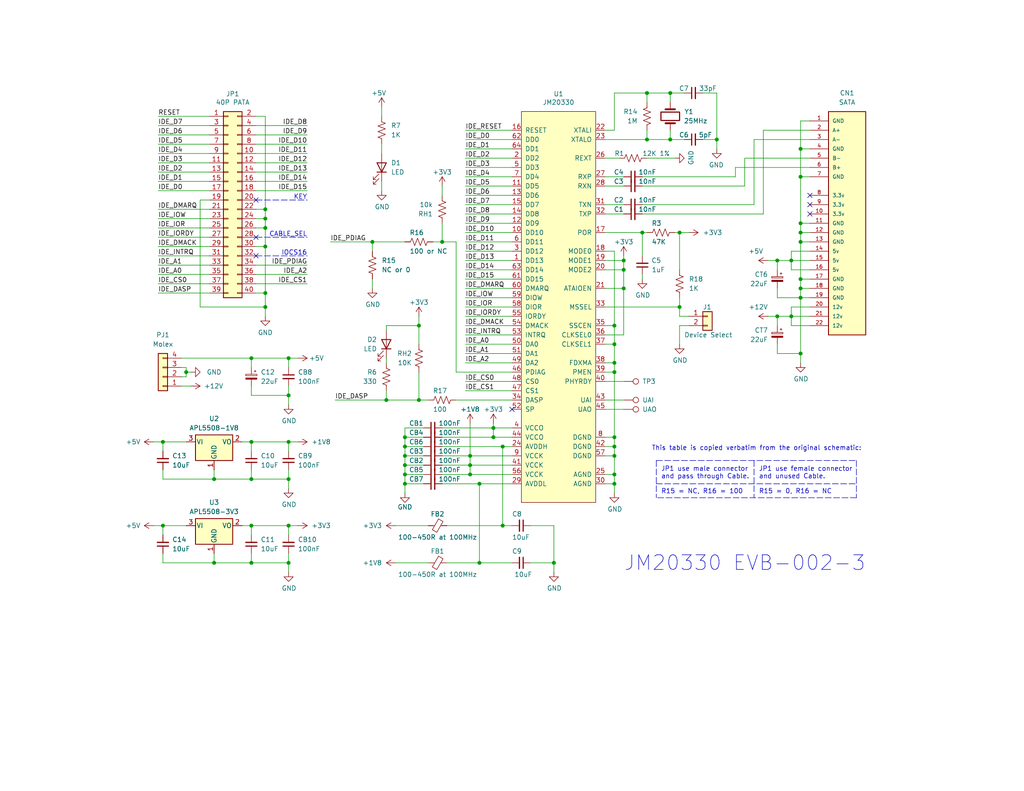
<source format=kicad_sch>
(kicad_sch (version 20211123) (generator eeschema)

  (uuid 43776be1-385a-47e7-85d7-eb7c5f3a98c0)

  (paper "USLetter")

  (lib_symbols
    (symbol "Connector:TestPoint" (pin_numbers hide) (pin_names (offset 0.762) hide) (in_bom yes) (on_board yes)
      (property "Reference" "TP" (id 0) (at 0 6.858 0)
        (effects (font (size 1.27 1.27)))
      )
      (property "Value" "TestPoint" (id 1) (at 0 5.08 0)
        (effects (font (size 1.27 1.27)))
      )
      (property "Footprint" "" (id 2) (at 5.08 0 0)
        (effects (font (size 1.27 1.27)) hide)
      )
      (property "Datasheet" "~" (id 3) (at 5.08 0 0)
        (effects (font (size 1.27 1.27)) hide)
      )
      (property "ki_keywords" "test point tp" (id 4) (at 0 0 0)
        (effects (font (size 1.27 1.27)) hide)
      )
      (property "ki_description" "test point" (id 5) (at 0 0 0)
        (effects (font (size 1.27 1.27)) hide)
      )
      (property "ki_fp_filters" "Pin* Test*" (id 6) (at 0 0 0)
        (effects (font (size 1.27 1.27)) hide)
      )
      (symbol "TestPoint_0_1"
        (circle (center 0 3.302) (radius 0.762)
          (stroke (width 0) (type default) (color 0 0 0 0))
          (fill (type none))
        )
      )
      (symbol "TestPoint_1_1"
        (pin passive line (at 0 0 90) (length 2.54)
          (name "1" (effects (font (size 1.27 1.27))))
          (number "1" (effects (font (size 1.27 1.27))))
        )
      )
    )
    (symbol "Connector_Generic:Conn_01x02" (pin_names (offset 1.016) hide) (in_bom yes) (on_board yes)
      (property "Reference" "J" (id 0) (at 0 2.54 0)
        (effects (font (size 1.27 1.27)))
      )
      (property "Value" "Conn_01x02" (id 1) (at 0 -5.08 0)
        (effects (font (size 1.27 1.27)))
      )
      (property "Footprint" "" (id 2) (at 0 0 0)
        (effects (font (size 1.27 1.27)) hide)
      )
      (property "Datasheet" "~" (id 3) (at 0 0 0)
        (effects (font (size 1.27 1.27)) hide)
      )
      (property "ki_keywords" "connector" (id 4) (at 0 0 0)
        (effects (font (size 1.27 1.27)) hide)
      )
      (property "ki_description" "Generic connector, single row, 01x02, script generated (kicad-library-utils/schlib/autogen/connector/)" (id 5) (at 0 0 0)
        (effects (font (size 1.27 1.27)) hide)
      )
      (property "ki_fp_filters" "Connector*:*_1x??_*" (id 6) (at 0 0 0)
        (effects (font (size 1.27 1.27)) hide)
      )
      (symbol "Conn_01x02_1_1"
        (rectangle (start -1.27 -2.413) (end 0 -2.667)
          (stroke (width 0.1524) (type default) (color 0 0 0 0))
          (fill (type none))
        )
        (rectangle (start -1.27 0.127) (end 0 -0.127)
          (stroke (width 0.1524) (type default) (color 0 0 0 0))
          (fill (type none))
        )
        (rectangle (start -1.27 1.27) (end 1.27 -3.81)
          (stroke (width 0.254) (type default) (color 0 0 0 0))
          (fill (type background))
        )
        (pin passive line (at -5.08 0 0) (length 3.81)
          (name "Pin_1" (effects (font (size 1.27 1.27))))
          (number "1" (effects (font (size 1.27 1.27))))
        )
        (pin passive line (at -5.08 -2.54 0) (length 3.81)
          (name "Pin_2" (effects (font (size 1.27 1.27))))
          (number "2" (effects (font (size 1.27 1.27))))
        )
      )
    )
    (symbol "Connector_Generic:Conn_01x04" (pin_names (offset 1.016) hide) (in_bom yes) (on_board yes)
      (property "Reference" "J" (id 0) (at 0 5.08 0)
        (effects (font (size 1.27 1.27)))
      )
      (property "Value" "Conn_01x04" (id 1) (at 0 -7.62 0)
        (effects (font (size 1.27 1.27)))
      )
      (property "Footprint" "" (id 2) (at 0 0 0)
        (effects (font (size 1.27 1.27)) hide)
      )
      (property "Datasheet" "~" (id 3) (at 0 0 0)
        (effects (font (size 1.27 1.27)) hide)
      )
      (property "ki_keywords" "connector" (id 4) (at 0 0 0)
        (effects (font (size 1.27 1.27)) hide)
      )
      (property "ki_description" "Generic connector, single row, 01x04, script generated (kicad-library-utils/schlib/autogen/connector/)" (id 5) (at 0 0 0)
        (effects (font (size 1.27 1.27)) hide)
      )
      (property "ki_fp_filters" "Connector*:*_1x??_*" (id 6) (at 0 0 0)
        (effects (font (size 1.27 1.27)) hide)
      )
      (symbol "Conn_01x04_1_1"
        (rectangle (start -1.27 -4.953) (end 0 -5.207)
          (stroke (width 0.1524) (type default) (color 0 0 0 0))
          (fill (type none))
        )
        (rectangle (start -1.27 -2.413) (end 0 -2.667)
          (stroke (width 0.1524) (type default) (color 0 0 0 0))
          (fill (type none))
        )
        (rectangle (start -1.27 0.127) (end 0 -0.127)
          (stroke (width 0.1524) (type default) (color 0 0 0 0))
          (fill (type none))
        )
        (rectangle (start -1.27 2.667) (end 0 2.413)
          (stroke (width 0.1524) (type default) (color 0 0 0 0))
          (fill (type none))
        )
        (rectangle (start -1.27 3.81) (end 1.27 -6.35)
          (stroke (width 0.254) (type default) (color 0 0 0 0))
          (fill (type background))
        )
        (pin passive line (at -5.08 2.54 0) (length 3.81)
          (name "Pin_1" (effects (font (size 1.27 1.27))))
          (number "1" (effects (font (size 1.27 1.27))))
        )
        (pin passive line (at -5.08 0 0) (length 3.81)
          (name "Pin_2" (effects (font (size 1.27 1.27))))
          (number "2" (effects (font (size 1.27 1.27))))
        )
        (pin passive line (at -5.08 -2.54 0) (length 3.81)
          (name "Pin_3" (effects (font (size 1.27 1.27))))
          (number "3" (effects (font (size 1.27 1.27))))
        )
        (pin passive line (at -5.08 -5.08 0) (length 3.81)
          (name "Pin_4" (effects (font (size 1.27 1.27))))
          (number "4" (effects (font (size 1.27 1.27))))
        )
      )
    )
    (symbol "Connector_Generic:Conn_02x20_Odd_Even" (pin_names (offset 1.016) hide) (in_bom yes) (on_board yes)
      (property "Reference" "J" (id 0) (at 1.27 25.4 0)
        (effects (font (size 1.27 1.27)))
      )
      (property "Value" "Conn_02x20_Odd_Even" (id 1) (at 1.27 -27.94 0)
        (effects (font (size 1.27 1.27)))
      )
      (property "Footprint" "" (id 2) (at 0 0 0)
        (effects (font (size 1.27 1.27)) hide)
      )
      (property "Datasheet" "~" (id 3) (at 0 0 0)
        (effects (font (size 1.27 1.27)) hide)
      )
      (property "ki_keywords" "connector" (id 4) (at 0 0 0)
        (effects (font (size 1.27 1.27)) hide)
      )
      (property "ki_description" "Generic connector, double row, 02x20, odd/even pin numbering scheme (row 1 odd numbers, row 2 even numbers), script generated (kicad-library-utils/schlib/autogen/connector/)" (id 5) (at 0 0 0)
        (effects (font (size 1.27 1.27)) hide)
      )
      (property "ki_fp_filters" "Connector*:*_2x??_*" (id 6) (at 0 0 0)
        (effects (font (size 1.27 1.27)) hide)
      )
      (symbol "Conn_02x20_Odd_Even_1_1"
        (rectangle (start -1.27 -25.273) (end 0 -25.527)
          (stroke (width 0.1524) (type default) (color 0 0 0 0))
          (fill (type none))
        )
        (rectangle (start -1.27 -22.733) (end 0 -22.987)
          (stroke (width 0.1524) (type default) (color 0 0 0 0))
          (fill (type none))
        )
        (rectangle (start -1.27 -20.193) (end 0 -20.447)
          (stroke (width 0.1524) (type default) (color 0 0 0 0))
          (fill (type none))
        )
        (rectangle (start -1.27 -17.653) (end 0 -17.907)
          (stroke (width 0.1524) (type default) (color 0 0 0 0))
          (fill (type none))
        )
        (rectangle (start -1.27 -15.113) (end 0 -15.367)
          (stroke (width 0.1524) (type default) (color 0 0 0 0))
          (fill (type none))
        )
        (rectangle (start -1.27 -12.573) (end 0 -12.827)
          (stroke (width 0.1524) (type default) (color 0 0 0 0))
          (fill (type none))
        )
        (rectangle (start -1.27 -10.033) (end 0 -10.287)
          (stroke (width 0.1524) (type default) (color 0 0 0 0))
          (fill (type none))
        )
        (rectangle (start -1.27 -7.493) (end 0 -7.747)
          (stroke (width 0.1524) (type default) (color 0 0 0 0))
          (fill (type none))
        )
        (rectangle (start -1.27 -4.953) (end 0 -5.207)
          (stroke (width 0.1524) (type default) (color 0 0 0 0))
          (fill (type none))
        )
        (rectangle (start -1.27 -2.413) (end 0 -2.667)
          (stroke (width 0.1524) (type default) (color 0 0 0 0))
          (fill (type none))
        )
        (rectangle (start -1.27 0.127) (end 0 -0.127)
          (stroke (width 0.1524) (type default) (color 0 0 0 0))
          (fill (type none))
        )
        (rectangle (start -1.27 2.667) (end 0 2.413)
          (stroke (width 0.1524) (type default) (color 0 0 0 0))
          (fill (type none))
        )
        (rectangle (start -1.27 5.207) (end 0 4.953)
          (stroke (width 0.1524) (type default) (color 0 0 0 0))
          (fill (type none))
        )
        (rectangle (start -1.27 7.747) (end 0 7.493)
          (stroke (width 0.1524) (type default) (color 0 0 0 0))
          (fill (type none))
        )
        (rectangle (start -1.27 10.287) (end 0 10.033)
          (stroke (width 0.1524) (type default) (color 0 0 0 0))
          (fill (type none))
        )
        (rectangle (start -1.27 12.827) (end 0 12.573)
          (stroke (width 0.1524) (type default) (color 0 0 0 0))
          (fill (type none))
        )
        (rectangle (start -1.27 15.367) (end 0 15.113)
          (stroke (width 0.1524) (type default) (color 0 0 0 0))
          (fill (type none))
        )
        (rectangle (start -1.27 17.907) (end 0 17.653)
          (stroke (width 0.1524) (type default) (color 0 0 0 0))
          (fill (type none))
        )
        (rectangle (start -1.27 20.447) (end 0 20.193)
          (stroke (width 0.1524) (type default) (color 0 0 0 0))
          (fill (type none))
        )
        (rectangle (start -1.27 22.987) (end 0 22.733)
          (stroke (width 0.1524) (type default) (color 0 0 0 0))
          (fill (type none))
        )
        (rectangle (start -1.27 24.13) (end 3.81 -26.67)
          (stroke (width 0.254) (type default) (color 0 0 0 0))
          (fill (type background))
        )
        (rectangle (start 3.81 -25.273) (end 2.54 -25.527)
          (stroke (width 0.1524) (type default) (color 0 0 0 0))
          (fill (type none))
        )
        (rectangle (start 3.81 -22.733) (end 2.54 -22.987)
          (stroke (width 0.1524) (type default) (color 0 0 0 0))
          (fill (type none))
        )
        (rectangle (start 3.81 -20.193) (end 2.54 -20.447)
          (stroke (width 0.1524) (type default) (color 0 0 0 0))
          (fill (type none))
        )
        (rectangle (start 3.81 -17.653) (end 2.54 -17.907)
          (stroke (width 0.1524) (type default) (color 0 0 0 0))
          (fill (type none))
        )
        (rectangle (start 3.81 -15.113) (end 2.54 -15.367)
          (stroke (width 0.1524) (type default) (color 0 0 0 0))
          (fill (type none))
        )
        (rectangle (start 3.81 -12.573) (end 2.54 -12.827)
          (stroke (width 0.1524) (type default) (color 0 0 0 0))
          (fill (type none))
        )
        (rectangle (start 3.81 -10.033) (end 2.54 -10.287)
          (stroke (width 0.1524) (type default) (color 0 0 0 0))
          (fill (type none))
        )
        (rectangle (start 3.81 -7.493) (end 2.54 -7.747)
          (stroke (width 0.1524) (type default) (color 0 0 0 0))
          (fill (type none))
        )
        (rectangle (start 3.81 -4.953) (end 2.54 -5.207)
          (stroke (width 0.1524) (type default) (color 0 0 0 0))
          (fill (type none))
        )
        (rectangle (start 3.81 -2.413) (end 2.54 -2.667)
          (stroke (width 0.1524) (type default) (color 0 0 0 0))
          (fill (type none))
        )
        (rectangle (start 3.81 0.127) (end 2.54 -0.127)
          (stroke (width 0.1524) (type default) (color 0 0 0 0))
          (fill (type none))
        )
        (rectangle (start 3.81 2.667) (end 2.54 2.413)
          (stroke (width 0.1524) (type default) (color 0 0 0 0))
          (fill (type none))
        )
        (rectangle (start 3.81 5.207) (end 2.54 4.953)
          (stroke (width 0.1524) (type default) (color 0 0 0 0))
          (fill (type none))
        )
        (rectangle (start 3.81 7.747) (end 2.54 7.493)
          (stroke (width 0.1524) (type default) (color 0 0 0 0))
          (fill (type none))
        )
        (rectangle (start 3.81 10.287) (end 2.54 10.033)
          (stroke (width 0.1524) (type default) (color 0 0 0 0))
          (fill (type none))
        )
        (rectangle (start 3.81 12.827) (end 2.54 12.573)
          (stroke (width 0.1524) (type default) (color 0 0 0 0))
          (fill (type none))
        )
        (rectangle (start 3.81 15.367) (end 2.54 15.113)
          (stroke (width 0.1524) (type default) (color 0 0 0 0))
          (fill (type none))
        )
        (rectangle (start 3.81 17.907) (end 2.54 17.653)
          (stroke (width 0.1524) (type default) (color 0 0 0 0))
          (fill (type none))
        )
        (rectangle (start 3.81 20.447) (end 2.54 20.193)
          (stroke (width 0.1524) (type default) (color 0 0 0 0))
          (fill (type none))
        )
        (rectangle (start 3.81 22.987) (end 2.54 22.733)
          (stroke (width 0.1524) (type default) (color 0 0 0 0))
          (fill (type none))
        )
        (pin passive line (at -5.08 22.86 0) (length 3.81)
          (name "Pin_1" (effects (font (size 1.27 1.27))))
          (number "1" (effects (font (size 1.27 1.27))))
        )
        (pin passive line (at 7.62 12.7 180) (length 3.81)
          (name "Pin_10" (effects (font (size 1.27 1.27))))
          (number "10" (effects (font (size 1.27 1.27))))
        )
        (pin passive line (at -5.08 10.16 0) (length 3.81)
          (name "Pin_11" (effects (font (size 1.27 1.27))))
          (number "11" (effects (font (size 1.27 1.27))))
        )
        (pin passive line (at 7.62 10.16 180) (length 3.81)
          (name "Pin_12" (effects (font (size 1.27 1.27))))
          (number "12" (effects (font (size 1.27 1.27))))
        )
        (pin passive line (at -5.08 7.62 0) (length 3.81)
          (name "Pin_13" (effects (font (size 1.27 1.27))))
          (number "13" (effects (font (size 1.27 1.27))))
        )
        (pin passive line (at 7.62 7.62 180) (length 3.81)
          (name "Pin_14" (effects (font (size 1.27 1.27))))
          (number "14" (effects (font (size 1.27 1.27))))
        )
        (pin passive line (at -5.08 5.08 0) (length 3.81)
          (name "Pin_15" (effects (font (size 1.27 1.27))))
          (number "15" (effects (font (size 1.27 1.27))))
        )
        (pin passive line (at 7.62 5.08 180) (length 3.81)
          (name "Pin_16" (effects (font (size 1.27 1.27))))
          (number "16" (effects (font (size 1.27 1.27))))
        )
        (pin passive line (at -5.08 2.54 0) (length 3.81)
          (name "Pin_17" (effects (font (size 1.27 1.27))))
          (number "17" (effects (font (size 1.27 1.27))))
        )
        (pin passive line (at 7.62 2.54 180) (length 3.81)
          (name "Pin_18" (effects (font (size 1.27 1.27))))
          (number "18" (effects (font (size 1.27 1.27))))
        )
        (pin passive line (at -5.08 0 0) (length 3.81)
          (name "Pin_19" (effects (font (size 1.27 1.27))))
          (number "19" (effects (font (size 1.27 1.27))))
        )
        (pin passive line (at 7.62 22.86 180) (length 3.81)
          (name "Pin_2" (effects (font (size 1.27 1.27))))
          (number "2" (effects (font (size 1.27 1.27))))
        )
        (pin passive line (at 7.62 0 180) (length 3.81)
          (name "Pin_20" (effects (font (size 1.27 1.27))))
          (number "20" (effects (font (size 1.27 1.27))))
        )
        (pin passive line (at -5.08 -2.54 0) (length 3.81)
          (name "Pin_21" (effects (font (size 1.27 1.27))))
          (number "21" (effects (font (size 1.27 1.27))))
        )
        (pin passive line (at 7.62 -2.54 180) (length 3.81)
          (name "Pin_22" (effects (font (size 1.27 1.27))))
          (number "22" (effects (font (size 1.27 1.27))))
        )
        (pin passive line (at -5.08 -5.08 0) (length 3.81)
          (name "Pin_23" (effects (font (size 1.27 1.27))))
          (number "23" (effects (font (size 1.27 1.27))))
        )
        (pin passive line (at 7.62 -5.08 180) (length 3.81)
          (name "Pin_24" (effects (font (size 1.27 1.27))))
          (number "24" (effects (font (size 1.27 1.27))))
        )
        (pin passive line (at -5.08 -7.62 0) (length 3.81)
          (name "Pin_25" (effects (font (size 1.27 1.27))))
          (number "25" (effects (font (size 1.27 1.27))))
        )
        (pin passive line (at 7.62 -7.62 180) (length 3.81)
          (name "Pin_26" (effects (font (size 1.27 1.27))))
          (number "26" (effects (font (size 1.27 1.27))))
        )
        (pin passive line (at -5.08 -10.16 0) (length 3.81)
          (name "Pin_27" (effects (font (size 1.27 1.27))))
          (number "27" (effects (font (size 1.27 1.27))))
        )
        (pin passive line (at 7.62 -10.16 180) (length 3.81)
          (name "Pin_28" (effects (font (size 1.27 1.27))))
          (number "28" (effects (font (size 1.27 1.27))))
        )
        (pin passive line (at -5.08 -12.7 0) (length 3.81)
          (name "Pin_29" (effects (font (size 1.27 1.27))))
          (number "29" (effects (font (size 1.27 1.27))))
        )
        (pin passive line (at -5.08 20.32 0) (length 3.81)
          (name "Pin_3" (effects (font (size 1.27 1.27))))
          (number "3" (effects (font (size 1.27 1.27))))
        )
        (pin passive line (at 7.62 -12.7 180) (length 3.81)
          (name "Pin_30" (effects (font (size 1.27 1.27))))
          (number "30" (effects (font (size 1.27 1.27))))
        )
        (pin passive line (at -5.08 -15.24 0) (length 3.81)
          (name "Pin_31" (effects (font (size 1.27 1.27))))
          (number "31" (effects (font (size 1.27 1.27))))
        )
        (pin passive line (at 7.62 -15.24 180) (length 3.81)
          (name "Pin_32" (effects (font (size 1.27 1.27))))
          (number "32" (effects (font (size 1.27 1.27))))
        )
        (pin passive line (at -5.08 -17.78 0) (length 3.81)
          (name "Pin_33" (effects (font (size 1.27 1.27))))
          (number "33" (effects (font (size 1.27 1.27))))
        )
        (pin passive line (at 7.62 -17.78 180) (length 3.81)
          (name "Pin_34" (effects (font (size 1.27 1.27))))
          (number "34" (effects (font (size 1.27 1.27))))
        )
        (pin passive line (at -5.08 -20.32 0) (length 3.81)
          (name "Pin_35" (effects (font (size 1.27 1.27))))
          (number "35" (effects (font (size 1.27 1.27))))
        )
        (pin passive line (at 7.62 -20.32 180) (length 3.81)
          (name "Pin_36" (effects (font (size 1.27 1.27))))
          (number "36" (effects (font (size 1.27 1.27))))
        )
        (pin passive line (at -5.08 -22.86 0) (length 3.81)
          (name "Pin_37" (effects (font (size 1.27 1.27))))
          (number "37" (effects (font (size 1.27 1.27))))
        )
        (pin passive line (at 7.62 -22.86 180) (length 3.81)
          (name "Pin_38" (effects (font (size 1.27 1.27))))
          (number "38" (effects (font (size 1.27 1.27))))
        )
        (pin passive line (at -5.08 -25.4 0) (length 3.81)
          (name "Pin_39" (effects (font (size 1.27 1.27))))
          (number "39" (effects (font (size 1.27 1.27))))
        )
        (pin passive line (at 7.62 20.32 180) (length 3.81)
          (name "Pin_4" (effects (font (size 1.27 1.27))))
          (number "4" (effects (font (size 1.27 1.27))))
        )
        (pin passive line (at 7.62 -25.4 180) (length 3.81)
          (name "Pin_40" (effects (font (size 1.27 1.27))))
          (number "40" (effects (font (size 1.27 1.27))))
        )
        (pin passive line (at -5.08 17.78 0) (length 3.81)
          (name "Pin_5" (effects (font (size 1.27 1.27))))
          (number "5" (effects (font (size 1.27 1.27))))
        )
        (pin passive line (at 7.62 17.78 180) (length 3.81)
          (name "Pin_6" (effects (font (size 1.27 1.27))))
          (number "6" (effects (font (size 1.27 1.27))))
        )
        (pin passive line (at -5.08 15.24 0) (length 3.81)
          (name "Pin_7" (effects (font (size 1.27 1.27))))
          (number "7" (effects (font (size 1.27 1.27))))
        )
        (pin passive line (at 7.62 15.24 180) (length 3.81)
          (name "Pin_8" (effects (font (size 1.27 1.27))))
          (number "8" (effects (font (size 1.27 1.27))))
        )
        (pin passive line (at -5.08 12.7 0) (length 3.81)
          (name "Pin_9" (effects (font (size 1.27 1.27))))
          (number "9" (effects (font (size 1.27 1.27))))
        )
      )
    )
    (symbol "Device:C_Polarized_Small" (pin_numbers hide) (pin_names (offset 0.254) hide) (in_bom yes) (on_board yes)
      (property "Reference" "C" (id 0) (at 0.254 1.778 0)
        (effects (font (size 1.27 1.27)) (justify left))
      )
      (property "Value" "C_Polarized_Small" (id 1) (at 0.254 -2.032 0)
        (effects (font (size 1.27 1.27)) (justify left))
      )
      (property "Footprint" "" (id 2) (at 0 0 0)
        (effects (font (size 1.27 1.27)) hide)
      )
      (property "Datasheet" "~" (id 3) (at 0 0 0)
        (effects (font (size 1.27 1.27)) hide)
      )
      (property "ki_keywords" "cap capacitor" (id 4) (at 0 0 0)
        (effects (font (size 1.27 1.27)) hide)
      )
      (property "ki_description" "Polarized capacitor, small symbol" (id 5) (at 0 0 0)
        (effects (font (size 1.27 1.27)) hide)
      )
      (property "ki_fp_filters" "CP_*" (id 6) (at 0 0 0)
        (effects (font (size 1.27 1.27)) hide)
      )
      (symbol "C_Polarized_Small_0_1"
        (rectangle (start -1.524 -0.3048) (end 1.524 -0.6858)
          (stroke (width 0) (type default) (color 0 0 0 0))
          (fill (type outline))
        )
        (rectangle (start -1.524 0.6858) (end 1.524 0.3048)
          (stroke (width 0) (type default) (color 0 0 0 0))
          (fill (type none))
        )
        (polyline
          (pts
            (xy -1.27 1.524)
            (xy -0.762 1.524)
          )
          (stroke (width 0) (type default) (color 0 0 0 0))
          (fill (type none))
        )
        (polyline
          (pts
            (xy -1.016 1.27)
            (xy -1.016 1.778)
          )
          (stroke (width 0) (type default) (color 0 0 0 0))
          (fill (type none))
        )
      )
      (symbol "C_Polarized_Small_1_1"
        (pin passive line (at 0 2.54 270) (length 1.8542)
          (name "~" (effects (font (size 1.27 1.27))))
          (number "1" (effects (font (size 1.27 1.27))))
        )
        (pin passive line (at 0 -2.54 90) (length 1.8542)
          (name "~" (effects (font (size 1.27 1.27))))
          (number "2" (effects (font (size 1.27 1.27))))
        )
      )
    )
    (symbol "Device:C_Small" (pin_numbers hide) (pin_names (offset 0.254) hide) (in_bom yes) (on_board yes)
      (property "Reference" "C" (id 0) (at 0.254 1.778 0)
        (effects (font (size 1.27 1.27)) (justify left))
      )
      (property "Value" "C_Small" (id 1) (at 0.254 -2.032 0)
        (effects (font (size 1.27 1.27)) (justify left))
      )
      (property "Footprint" "" (id 2) (at 0 0 0)
        (effects (font (size 1.27 1.27)) hide)
      )
      (property "Datasheet" "~" (id 3) (at 0 0 0)
        (effects (font (size 1.27 1.27)) hide)
      )
      (property "ki_keywords" "capacitor cap" (id 4) (at 0 0 0)
        (effects (font (size 1.27 1.27)) hide)
      )
      (property "ki_description" "Unpolarized capacitor, small symbol" (id 5) (at 0 0 0)
        (effects (font (size 1.27 1.27)) hide)
      )
      (property "ki_fp_filters" "C_*" (id 6) (at 0 0 0)
        (effects (font (size 1.27 1.27)) hide)
      )
      (symbol "C_Small_0_1"
        (polyline
          (pts
            (xy -1.524 -0.508)
            (xy 1.524 -0.508)
          )
          (stroke (width 0.3302) (type default) (color 0 0 0 0))
          (fill (type none))
        )
        (polyline
          (pts
            (xy -1.524 0.508)
            (xy 1.524 0.508)
          )
          (stroke (width 0.3048) (type default) (color 0 0 0 0))
          (fill (type none))
        )
      )
      (symbol "C_Small_1_1"
        (pin passive line (at 0 2.54 270) (length 2.032)
          (name "~" (effects (font (size 1.27 1.27))))
          (number "1" (effects (font (size 1.27 1.27))))
        )
        (pin passive line (at 0 -2.54 90) (length 2.032)
          (name "~" (effects (font (size 1.27 1.27))))
          (number "2" (effects (font (size 1.27 1.27))))
        )
      )
    )
    (symbol "Device:Crystal" (pin_numbers hide) (pin_names (offset 1.016) hide) (in_bom yes) (on_board yes)
      (property "Reference" "Y" (id 0) (at 0 3.81 0)
        (effects (font (size 1.27 1.27)))
      )
      (property "Value" "Crystal" (id 1) (at 0 -3.81 0)
        (effects (font (size 1.27 1.27)))
      )
      (property "Footprint" "" (id 2) (at 0 0 0)
        (effects (font (size 1.27 1.27)) hide)
      )
      (property "Datasheet" "~" (id 3) (at 0 0 0)
        (effects (font (size 1.27 1.27)) hide)
      )
      (property "ki_keywords" "quartz ceramic resonator oscillator" (id 4) (at 0 0 0)
        (effects (font (size 1.27 1.27)) hide)
      )
      (property "ki_description" "Two pin crystal" (id 5) (at 0 0 0)
        (effects (font (size 1.27 1.27)) hide)
      )
      (property "ki_fp_filters" "Crystal*" (id 6) (at 0 0 0)
        (effects (font (size 1.27 1.27)) hide)
      )
      (symbol "Crystal_0_1"
        (rectangle (start -1.143 2.54) (end 1.143 -2.54)
          (stroke (width 0.3048) (type default) (color 0 0 0 0))
          (fill (type none))
        )
        (polyline
          (pts
            (xy -2.54 0)
            (xy -1.905 0)
          )
          (stroke (width 0) (type default) (color 0 0 0 0))
          (fill (type none))
        )
        (polyline
          (pts
            (xy -1.905 -1.27)
            (xy -1.905 1.27)
          )
          (stroke (width 0.508) (type default) (color 0 0 0 0))
          (fill (type none))
        )
        (polyline
          (pts
            (xy 1.905 -1.27)
            (xy 1.905 1.27)
          )
          (stroke (width 0.508) (type default) (color 0 0 0 0))
          (fill (type none))
        )
        (polyline
          (pts
            (xy 2.54 0)
            (xy 1.905 0)
          )
          (stroke (width 0) (type default) (color 0 0 0 0))
          (fill (type none))
        )
      )
      (symbol "Crystal_1_1"
        (pin passive line (at -3.81 0 0) (length 1.27)
          (name "1" (effects (font (size 1.27 1.27))))
          (number "1" (effects (font (size 1.27 1.27))))
        )
        (pin passive line (at 3.81 0 180) (length 1.27)
          (name "2" (effects (font (size 1.27 1.27))))
          (number "2" (effects (font (size 1.27 1.27))))
        )
      )
    )
    (symbol "Device:Ferrite_Bead_Small" (pin_numbers hide) (pin_names (offset 0)) (in_bom yes) (on_board yes)
      (property "Reference" "FB" (id 0) (at 1.905 1.27 0)
        (effects (font (size 1.27 1.27)) (justify left))
      )
      (property "Value" "Device_Ferrite_Bead_Small" (id 1) (at 1.905 -1.27 0)
        (effects (font (size 1.27 1.27)) (justify left))
      )
      (property "Footprint" "" (id 2) (at -1.778 0 90)
        (effects (font (size 1.27 1.27)) hide)
      )
      (property "Datasheet" "" (id 3) (at 0 0 0)
        (effects (font (size 1.27 1.27)) hide)
      )
      (property "ki_fp_filters" "Inductor_* L_* *Ferrite*" (id 4) (at 0 0 0)
        (effects (font (size 1.27 1.27)) hide)
      )
      (symbol "Ferrite_Bead_Small_0_1"
        (polyline
          (pts
            (xy 0 -1.27)
            (xy 0 -0.7874)
          )
          (stroke (width 0) (type default) (color 0 0 0 0))
          (fill (type none))
        )
        (polyline
          (pts
            (xy 0 0.889)
            (xy 0 1.2954)
          )
          (stroke (width 0) (type default) (color 0 0 0 0))
          (fill (type none))
        )
        (polyline
          (pts
            (xy -1.8288 0.2794)
            (xy -1.1176 1.4986)
            (xy 1.8288 -0.2032)
            (xy 1.1176 -1.4224)
            (xy -1.8288 0.2794)
          )
          (stroke (width 0) (type default) (color 0 0 0 0))
          (fill (type none))
        )
      )
      (symbol "Ferrite_Bead_Small_1_1"
        (pin passive line (at 0 2.54 270) (length 1.27)
          (name "~" (effects (font (size 1.27 1.27))))
          (number "1" (effects (font (size 1.27 1.27))))
        )
        (pin passive line (at 0 -2.54 90) (length 1.27)
          (name "~" (effects (font (size 1.27 1.27))))
          (number "2" (effects (font (size 1.27 1.27))))
        )
      )
    )
    (symbol "Device:LED" (pin_numbers hide) (pin_names (offset 1.016) hide) (in_bom yes) (on_board yes)
      (property "Reference" "D" (id 0) (at 0 2.54 0)
        (effects (font (size 1.27 1.27)))
      )
      (property "Value" "LED" (id 1) (at 0 -2.54 0)
        (effects (font (size 1.27 1.27)))
      )
      (property "Footprint" "" (id 2) (at 0 0 0)
        (effects (font (size 1.27 1.27)) hide)
      )
      (property "Datasheet" "~" (id 3) (at 0 0 0)
        (effects (font (size 1.27 1.27)) hide)
      )
      (property "ki_keywords" "LED diode" (id 4) (at 0 0 0)
        (effects (font (size 1.27 1.27)) hide)
      )
      (property "ki_description" "Light emitting diode" (id 5) (at 0 0 0)
        (effects (font (size 1.27 1.27)) hide)
      )
      (property "ki_fp_filters" "LED* LED_SMD:* LED_THT:*" (id 6) (at 0 0 0)
        (effects (font (size 1.27 1.27)) hide)
      )
      (symbol "LED_0_1"
        (polyline
          (pts
            (xy -1.27 -1.27)
            (xy -1.27 1.27)
          )
          (stroke (width 0.254) (type default) (color 0 0 0 0))
          (fill (type none))
        )
        (polyline
          (pts
            (xy -1.27 0)
            (xy 1.27 0)
          )
          (stroke (width 0) (type default) (color 0 0 0 0))
          (fill (type none))
        )
        (polyline
          (pts
            (xy 1.27 -1.27)
            (xy 1.27 1.27)
            (xy -1.27 0)
            (xy 1.27 -1.27)
          )
          (stroke (width 0.254) (type default) (color 0 0 0 0))
          (fill (type none))
        )
        (polyline
          (pts
            (xy -3.048 -0.762)
            (xy -4.572 -2.286)
            (xy -3.81 -2.286)
            (xy -4.572 -2.286)
            (xy -4.572 -1.524)
          )
          (stroke (width 0) (type default) (color 0 0 0 0))
          (fill (type none))
        )
        (polyline
          (pts
            (xy -1.778 -0.762)
            (xy -3.302 -2.286)
            (xy -2.54 -2.286)
            (xy -3.302 -2.286)
            (xy -3.302 -1.524)
          )
          (stroke (width 0) (type default) (color 0 0 0 0))
          (fill (type none))
        )
      )
      (symbol "LED_1_1"
        (pin passive line (at -3.81 0 0) (length 2.54)
          (name "K" (effects (font (size 1.27 1.27))))
          (number "1" (effects (font (size 1.27 1.27))))
        )
        (pin passive line (at 3.81 0 180) (length 2.54)
          (name "A" (effects (font (size 1.27 1.27))))
          (number "2" (effects (font (size 1.27 1.27))))
        )
      )
    )
    (symbol "Device:R_US" (pin_numbers hide) (pin_names (offset 0)) (in_bom yes) (on_board yes)
      (property "Reference" "R" (id 0) (at 2.54 0 90)
        (effects (font (size 1.27 1.27)))
      )
      (property "Value" "R_US" (id 1) (at -2.54 0 90)
        (effects (font (size 1.27 1.27)))
      )
      (property "Footprint" "" (id 2) (at 1.016 -0.254 90)
        (effects (font (size 1.27 1.27)) hide)
      )
      (property "Datasheet" "~" (id 3) (at 0 0 0)
        (effects (font (size 1.27 1.27)) hide)
      )
      (property "ki_keywords" "R res resistor" (id 4) (at 0 0 0)
        (effects (font (size 1.27 1.27)) hide)
      )
      (property "ki_description" "Resistor, US symbol" (id 5) (at 0 0 0)
        (effects (font (size 1.27 1.27)) hide)
      )
      (property "ki_fp_filters" "R_*" (id 6) (at 0 0 0)
        (effects (font (size 1.27 1.27)) hide)
      )
      (symbol "R_US_0_1"
        (polyline
          (pts
            (xy 0 -2.286)
            (xy 0 -2.54)
          )
          (stroke (width 0) (type default) (color 0 0 0 0))
          (fill (type none))
        )
        (polyline
          (pts
            (xy 0 2.286)
            (xy 0 2.54)
          )
          (stroke (width 0) (type default) (color 0 0 0 0))
          (fill (type none))
        )
        (polyline
          (pts
            (xy 0 -0.762)
            (xy 1.016 -1.143)
            (xy 0 -1.524)
            (xy -1.016 -1.905)
            (xy 0 -2.286)
          )
          (stroke (width 0) (type default) (color 0 0 0 0))
          (fill (type none))
        )
        (polyline
          (pts
            (xy 0 0.762)
            (xy 1.016 0.381)
            (xy 0 0)
            (xy -1.016 -0.381)
            (xy 0 -0.762)
          )
          (stroke (width 0) (type default) (color 0 0 0 0))
          (fill (type none))
        )
        (polyline
          (pts
            (xy 0 2.286)
            (xy 1.016 1.905)
            (xy 0 1.524)
            (xy -1.016 1.143)
            (xy 0 0.762)
          )
          (stroke (width 0) (type default) (color 0 0 0 0))
          (fill (type none))
        )
      )
      (symbol "R_US_1_1"
        (pin passive line (at 0 3.81 270) (length 1.27)
          (name "~" (effects (font (size 1.27 1.27))))
          (number "1" (effects (font (size 1.27 1.27))))
        )
        (pin passive line (at 0 -3.81 90) (length 1.27)
          (name "~" (effects (font (size 1.27 1.27))))
          (number "2" (effects (font (size 1.27 1.27))))
        )
      )
    )
    (symbol "New_Library:SATA" (pin_names (offset 1.016)) (in_bom yes) (on_board yes)
      (property "Reference" "J" (id 0) (at -5.08 33.02 0)
        (effects (font (size 1.27 1.27)) (justify left bottom))
      )
      (property "Value" "SATA" (id 1) (at -5.08 -33.02 0)
        (effects (font (size 1.27 1.27)) (justify left bottom) hide)
      )
      (property "Footprint" "" (id 2) (at 12.7 6.35 0)
        (effects (font (size 0 0)) (justify left bottom) hide)
      )
      (property "Datasheet" "" (id 3) (at 0 0 0)
        (effects (font (size 1.27 1.27)) (justify left bottom) hide)
      )
      (symbol "SATA_0_0"
        (rectangle (start -5.08 -30.48) (end 5.08 30.48)
          (stroke (width 0.254) (type default) (color 0 0 0 0))
          (fill (type background))
        )
        (pin passive line (at -10.16 27.94 0) (length 5.08)
          (name "GND" (effects (font (size 1.016 1.016))))
          (number "1" (effects (font (size 1.016 1.016))))
        )
        (pin passive line (at -10.16 2.54 0) (length 5.08)
          (name "3.3v" (effects (font (size 1.016 1.016))))
          (number "10" (effects (font (size 1.016 1.016))))
        )
        (pin passive line (at -10.16 0 0) (length 5.08)
          (name "GND" (effects (font (size 1.016 1.016))))
          (number "11" (effects (font (size 1.016 1.016))))
        )
        (pin passive line (at -10.16 -2.54 0) (length 5.08)
          (name "GND" (effects (font (size 1.016 1.016))))
          (number "12" (effects (font (size 1.016 1.016))))
        )
        (pin passive line (at -10.16 -5.08 0) (length 5.08)
          (name "GND" (effects (font (size 1.016 1.016))))
          (number "13" (effects (font (size 1.016 1.016))))
        )
        (pin passive line (at -10.16 -7.62 0) (length 5.08)
          (name "5v" (effects (font (size 1.016 1.016))))
          (number "14" (effects (font (size 1.016 1.016))))
        )
        (pin passive line (at -10.16 -10.16 0) (length 5.08)
          (name "5v" (effects (font (size 1.016 1.016))))
          (number "15" (effects (font (size 1.016 1.016))))
        )
        (pin passive line (at -10.16 -12.7 0) (length 5.08)
          (name "5v" (effects (font (size 1.016 1.016))))
          (number "16" (effects (font (size 1.016 1.016))))
        )
        (pin passive line (at -10.16 -15.24 0) (length 5.08)
          (name "GND" (effects (font (size 1.016 1.016))))
          (number "17" (effects (font (size 1.016 1.016))))
        )
        (pin passive line (at -10.16 -17.78 0) (length 5.08)
          (name "GND" (effects (font (size 1.016 1.016))))
          (number "18" (effects (font (size 1.016 1.016))))
        )
        (pin passive line (at -10.16 -20.32 0) (length 5.08)
          (name "GND" (effects (font (size 1.016 1.016))))
          (number "19" (effects (font (size 1.016 1.016))))
        )
        (pin passive line (at -10.16 25.4 0) (length 5.08)
          (name "A+" (effects (font (size 1.016 1.016))))
          (number "2" (effects (font (size 1.016 1.016))))
        )
        (pin passive line (at -10.16 -22.86 0) (length 5.08)
          (name "12v" (effects (font (size 1.016 1.016))))
          (number "20" (effects (font (size 1.016 1.016))))
        )
        (pin passive line (at -10.16 -25.4 0) (length 5.08)
          (name "12v" (effects (font (size 1.016 1.016))))
          (number "21" (effects (font (size 1.016 1.016))))
        )
        (pin passive line (at -10.16 -27.94 0) (length 5.08)
          (name "12v" (effects (font (size 1.016 1.016))))
          (number "22" (effects (font (size 1.016 1.016))))
        )
        (pin passive line (at -10.16 22.86 0) (length 5.08)
          (name "A-" (effects (font (size 1.016 1.016))))
          (number "3" (effects (font (size 1.016 1.016))))
        )
        (pin passive line (at -10.16 20.32 0) (length 5.08)
          (name "GND" (effects (font (size 1.016 1.016))))
          (number "4" (effects (font (size 1.016 1.016))))
        )
        (pin passive line (at -10.16 17.78 0) (length 5.08)
          (name "B-" (effects (font (size 1.016 1.016))))
          (number "5" (effects (font (size 1.016 1.016))))
        )
        (pin passive line (at -10.16 15.24 0) (length 5.08)
          (name "B+" (effects (font (size 1.016 1.016))))
          (number "6" (effects (font (size 1.016 1.016))))
        )
        (pin passive line (at -10.16 12.7 0) (length 5.08)
          (name "GND" (effects (font (size 1.016 1.016))))
          (number "7" (effects (font (size 1.016 1.016))))
        )
        (pin passive line (at -10.16 7.62 0) (length 5.08)
          (name "3.3v" (effects (font (size 1.016 1.016))))
          (number "8" (effects (font (size 1.016 1.016))))
        )
        (pin passive line (at -10.16 5.08 0) (length 5.08)
          (name "3.3v" (effects (font (size 1.016 1.016))))
          (number "9" (effects (font (size 1.016 1.016))))
        )
      )
    )
    (symbol "Regulator_Linear:XC6206PxxxMR" (pin_names (offset 0.254)) (in_bom yes) (on_board yes)
      (property "Reference" "U" (id 0) (at -3.81 3.175 0)
        (effects (font (size 1.27 1.27)))
      )
      (property "Value" "XC6206PxxxMR" (id 1) (at 0 3.175 0)
        (effects (font (size 1.27 1.27)) (justify left))
      )
      (property "Footprint" "Package_TO_SOT_SMD:SOT-23" (id 2) (at 0 5.715 0)
        (effects (font (size 1.27 1.27) italic) hide)
      )
      (property "Datasheet" "https://www.torexsemi.com/file/xc6206/XC6206.pdf" (id 3) (at 0 0 0)
        (effects (font (size 1.27 1.27)) hide)
      )
      (property "ki_keywords" "Torex LDO Voltage Regulator Fixed Positive" (id 4) (at 0 0 0)
        (effects (font (size 1.27 1.27)) hide)
      )
      (property "ki_description" "Positive 60-250mA Low Dropout Regulator, Fixed Output, SOT-23" (id 5) (at 0 0 0)
        (effects (font (size 1.27 1.27)) hide)
      )
      (property "ki_fp_filters" "SOT?23*" (id 6) (at 0 0 0)
        (effects (font (size 1.27 1.27)) hide)
      )
      (symbol "XC6206PxxxMR_0_1"
        (rectangle (start -5.08 1.905) (end 5.08 -5.08)
          (stroke (width 0.254) (type default) (color 0 0 0 0))
          (fill (type background))
        )
      )
      (symbol "XC6206PxxxMR_1_1"
        (pin power_in line (at 0 -7.62 90) (length 2.54)
          (name "GND" (effects (font (size 1.27 1.27))))
          (number "1" (effects (font (size 1.27 1.27))))
        )
        (pin power_out line (at 7.62 0 180) (length 2.54)
          (name "VO" (effects (font (size 1.27 1.27))))
          (number "2" (effects (font (size 1.27 1.27))))
        )
        (pin power_in line (at -7.62 0 0) (length 2.54)
          (name "VI" (effects (font (size 1.27 1.27))))
          (number "3" (effects (font (size 1.27 1.27))))
        )
      )
    )
    (symbol "power:+12V" (power) (pin_names (offset 0)) (in_bom yes) (on_board yes)
      (property "Reference" "#PWR" (id 0) (at 0 -3.81 0)
        (effects (font (size 1.27 1.27)) hide)
      )
      (property "Value" "+12V" (id 1) (at 0 3.556 0)
        (effects (font (size 1.27 1.27)))
      )
      (property "Footprint" "" (id 2) (at 0 0 0)
        (effects (font (size 1.27 1.27)) hide)
      )
      (property "Datasheet" "" (id 3) (at 0 0 0)
        (effects (font (size 1.27 1.27)) hide)
      )
      (property "ki_keywords" "power-flag" (id 4) (at 0 0 0)
        (effects (font (size 1.27 1.27)) hide)
      )
      (property "ki_description" "Power symbol creates a global label with name \"+12V\"" (id 5) (at 0 0 0)
        (effects (font (size 1.27 1.27)) hide)
      )
      (symbol "+12V_0_1"
        (polyline
          (pts
            (xy -0.762 1.27)
            (xy 0 2.54)
          )
          (stroke (width 0) (type default) (color 0 0 0 0))
          (fill (type none))
        )
        (polyline
          (pts
            (xy 0 0)
            (xy 0 2.54)
          )
          (stroke (width 0) (type default) (color 0 0 0 0))
          (fill (type none))
        )
        (polyline
          (pts
            (xy 0 2.54)
            (xy 0.762 1.27)
          )
          (stroke (width 0) (type default) (color 0 0 0 0))
          (fill (type none))
        )
      )
      (symbol "+12V_1_1"
        (pin power_in line (at 0 0 90) (length 0) hide
          (name "+12V" (effects (font (size 1.27 1.27))))
          (number "1" (effects (font (size 1.27 1.27))))
        )
      )
    )
    (symbol "power:+1V8" (power) (pin_names (offset 0)) (in_bom yes) (on_board yes)
      (property "Reference" "#PWR" (id 0) (at 0 -3.81 0)
        (effects (font (size 1.27 1.27)) hide)
      )
      (property "Value" "+1V8" (id 1) (at 0 3.556 0)
        (effects (font (size 1.27 1.27)))
      )
      (property "Footprint" "" (id 2) (at 0 0 0)
        (effects (font (size 1.27 1.27)) hide)
      )
      (property "Datasheet" "" (id 3) (at 0 0 0)
        (effects (font (size 1.27 1.27)) hide)
      )
      (property "ki_keywords" "power-flag" (id 4) (at 0 0 0)
        (effects (font (size 1.27 1.27)) hide)
      )
      (property "ki_description" "Power symbol creates a global label with name \"+1V8\"" (id 5) (at 0 0 0)
        (effects (font (size 1.27 1.27)) hide)
      )
      (symbol "+1V8_0_1"
        (polyline
          (pts
            (xy -0.762 1.27)
            (xy 0 2.54)
          )
          (stroke (width 0) (type default) (color 0 0 0 0))
          (fill (type none))
        )
        (polyline
          (pts
            (xy 0 0)
            (xy 0 2.54)
          )
          (stroke (width 0) (type default) (color 0 0 0 0))
          (fill (type none))
        )
        (polyline
          (pts
            (xy 0 2.54)
            (xy 0.762 1.27)
          )
          (stroke (width 0) (type default) (color 0 0 0 0))
          (fill (type none))
        )
      )
      (symbol "+1V8_1_1"
        (pin power_in line (at 0 0 90) (length 0) hide
          (name "+1V8" (effects (font (size 1.27 1.27))))
          (number "1" (effects (font (size 1.27 1.27))))
        )
      )
    )
    (symbol "power:+3V3" (power) (pin_names (offset 0)) (in_bom yes) (on_board yes)
      (property "Reference" "#PWR" (id 0) (at 0 -3.81 0)
        (effects (font (size 1.27 1.27)) hide)
      )
      (property "Value" "+3V3" (id 1) (at 0 3.556 0)
        (effects (font (size 1.27 1.27)))
      )
      (property "Footprint" "" (id 2) (at 0 0 0)
        (effects (font (size 1.27 1.27)) hide)
      )
      (property "Datasheet" "" (id 3) (at 0 0 0)
        (effects (font (size 1.27 1.27)) hide)
      )
      (property "ki_keywords" "power-flag" (id 4) (at 0 0 0)
        (effects (font (size 1.27 1.27)) hide)
      )
      (property "ki_description" "Power symbol creates a global label with name \"+3V3\"" (id 5) (at 0 0 0)
        (effects (font (size 1.27 1.27)) hide)
      )
      (symbol "+3V3_0_1"
        (polyline
          (pts
            (xy -0.762 1.27)
            (xy 0 2.54)
          )
          (stroke (width 0) (type default) (color 0 0 0 0))
          (fill (type none))
        )
        (polyline
          (pts
            (xy 0 0)
            (xy 0 2.54)
          )
          (stroke (width 0) (type default) (color 0 0 0 0))
          (fill (type none))
        )
        (polyline
          (pts
            (xy 0 2.54)
            (xy 0.762 1.27)
          )
          (stroke (width 0) (type default) (color 0 0 0 0))
          (fill (type none))
        )
      )
      (symbol "+3V3_1_1"
        (pin power_in line (at 0 0 90) (length 0) hide
          (name "+3V3" (effects (font (size 1.27 1.27))))
          (number "1" (effects (font (size 1.27 1.27))))
        )
      )
    )
    (symbol "power:+5V" (power) (pin_names (offset 0)) (in_bom yes) (on_board yes)
      (property "Reference" "#PWR" (id 0) (at 0 -3.81 0)
        (effects (font (size 1.27 1.27)) hide)
      )
      (property "Value" "+5V" (id 1) (at 0 3.556 0)
        (effects (font (size 1.27 1.27)))
      )
      (property "Footprint" "" (id 2) (at 0 0 0)
        (effects (font (size 1.27 1.27)) hide)
      )
      (property "Datasheet" "" (id 3) (at 0 0 0)
        (effects (font (size 1.27 1.27)) hide)
      )
      (property "ki_keywords" "power-flag" (id 4) (at 0 0 0)
        (effects (font (size 1.27 1.27)) hide)
      )
      (property "ki_description" "Power symbol creates a global label with name \"+5V\"" (id 5) (at 0 0 0)
        (effects (font (size 1.27 1.27)) hide)
      )
      (symbol "+5V_0_1"
        (polyline
          (pts
            (xy -0.762 1.27)
            (xy 0 2.54)
          )
          (stroke (width 0) (type default) (color 0 0 0 0))
          (fill (type none))
        )
        (polyline
          (pts
            (xy 0 0)
            (xy 0 2.54)
          )
          (stroke (width 0) (type default) (color 0 0 0 0))
          (fill (type none))
        )
        (polyline
          (pts
            (xy 0 2.54)
            (xy 0.762 1.27)
          )
          (stroke (width 0) (type default) (color 0 0 0 0))
          (fill (type none))
        )
      )
      (symbol "+5V_1_1"
        (pin power_in line (at 0 0 90) (length 0) hide
          (name "+5V" (effects (font (size 1.27 1.27))))
          (number "1" (effects (font (size 1.27 1.27))))
        )
      )
    )
    (symbol "power:GND" (power) (pin_names (offset 0)) (in_bom yes) (on_board yes)
      (property "Reference" "#PWR" (id 0) (at 0 -6.35 0)
        (effects (font (size 1.27 1.27)) hide)
      )
      (property "Value" "GND" (id 1) (at 0 -3.81 0)
        (effects (font (size 1.27 1.27)))
      )
      (property "Footprint" "" (id 2) (at 0 0 0)
        (effects (font (size 1.27 1.27)) hide)
      )
      (property "Datasheet" "" (id 3) (at 0 0 0)
        (effects (font (size 1.27 1.27)) hide)
      )
      (property "ki_keywords" "power-flag" (id 4) (at 0 0 0)
        (effects (font (size 1.27 1.27)) hide)
      )
      (property "ki_description" "Power symbol creates a global label with name \"GND\" , ground" (id 5) (at 0 0 0)
        (effects (font (size 1.27 1.27)) hide)
      )
      (symbol "GND_0_1"
        (polyline
          (pts
            (xy 0 0)
            (xy 0 -1.27)
            (xy 1.27 -1.27)
            (xy 0 -2.54)
            (xy -1.27 -1.27)
            (xy 0 -1.27)
          )
          (stroke (width 0) (type default) (color 0 0 0 0))
          (fill (type none))
        )
      )
      (symbol "GND_1_1"
        (pin power_in line (at 0 0 270) (length 0) hide
          (name "GND" (effects (font (size 1.27 1.27))))
          (number "1" (effects (font (size 1.27 1.27))))
        )
      )
    )
    (symbol "symbols:JM20330" (pin_names (offset 1.016)) (in_bom yes) (on_board yes)
      (property "Reference" "U1" (id 0) (at 0 -0.889 0)
        (effects (font (size 1.27 1.27)))
      )
      (property "Value" "JM20330" (id 1) (at 0 -3.2004 0)
        (effects (font (size 1.27 1.27)))
      )
      (property "Footprint" "" (id 2) (at 0 0 0)
        (effects (font (size 1.27 1.27)) hide)
      )
      (property "Datasheet" "" (id 3) (at 0 0 0)
        (effects (font (size 1.27 1.27)) hide)
      )
      (symbol "JM20330_0_1"
        (rectangle (start -10.16 -5.08) (end 10.16 -111.76)
          (stroke (width 0) (type default) (color 0 0 0 0))
          (fill (type background))
        )
      )
      (symbol "JM20330_1_1"
        (pin input line (at -12.7 -45.72 0) (length 2.54)
          (name "DD13" (effects (font (size 1.27 1.27))))
          (number "1" (effects (font (size 1.27 1.27))))
        )
        (pin input line (at -12.7 -38.1 0) (length 2.54)
          (name "DD10" (effects (font (size 1.27 1.27))))
          (number "10" (effects (font (size 1.27 1.27))))
        )
        (pin input line (at -12.7 -25.4 0) (length 2.54)
          (name "DD5" (effects (font (size 1.27 1.27))))
          (number "11" (effects (font (size 1.27 1.27))))
        )
        (pin input line (at -12.7 -35.56 0) (length 2.54)
          (name "DD9" (effects (font (size 1.27 1.27))))
          (number "12" (effects (font (size 1.27 1.27))))
        )
        (pin input line (at -12.7 -27.94 0) (length 2.54)
          (name "DD6" (effects (font (size 1.27 1.27))))
          (number "13" (effects (font (size 1.27 1.27))))
        )
        (pin input line (at -12.7 -33.02 0) (length 2.54)
          (name "DD8" (effects (font (size 1.27 1.27))))
          (number "14" (effects (font (size 1.27 1.27))))
        )
        (pin input line (at -12.7 -30.48 0) (length 2.54)
          (name "DD7" (effects (font (size 1.27 1.27))))
          (number "15" (effects (font (size 1.27 1.27))))
        )
        (pin input line (at -12.7 -10.16 0) (length 2.54)
          (name "RESET" (effects (font (size 1.27 1.27))))
          (number "16" (effects (font (size 1.27 1.27))))
        )
        (pin input line (at 12.7 -38.1 180) (length 2.54)
          (name "POR" (effects (font (size 1.27 1.27))))
          (number "17" (effects (font (size 1.27 1.27))))
        )
        (pin input line (at 12.7 -43.18 180) (length 2.54)
          (name "MODE0" (effects (font (size 1.27 1.27))))
          (number "18" (effects (font (size 1.27 1.27))))
        )
        (pin input line (at 12.7 -45.72 180) (length 2.54)
          (name "MODE1" (effects (font (size 1.27 1.27))))
          (number "19" (effects (font (size 1.27 1.27))))
        )
        (pin input line (at -12.7 -17.78 0) (length 2.54)
          (name "DD2" (effects (font (size 1.27 1.27))))
          (number "2" (effects (font (size 1.27 1.27))))
        )
        (pin input line (at 12.7 -48.26 180) (length 2.54)
          (name "MODE2" (effects (font (size 1.27 1.27))))
          (number "20" (effects (font (size 1.27 1.27))))
        )
        (pin input line (at 12.7 -53.34 180) (length 2.54)
          (name "ATAIOEN" (effects (font (size 1.27 1.27))))
          (number "21" (effects (font (size 1.27 1.27))))
        )
        (pin input line (at 12.7 -10.16 180) (length 2.54)
          (name "XTALI" (effects (font (size 1.27 1.27))))
          (number "22" (effects (font (size 1.27 1.27))))
        )
        (pin input line (at 12.7 -12.7 180) (length 2.54)
          (name "XTALO" (effects (font (size 1.27 1.27))))
          (number "23" (effects (font (size 1.27 1.27))))
        )
        (pin input line (at -12.7 -96.52 0) (length 2.54)
          (name "AVDDH" (effects (font (size 1.27 1.27))))
          (number "24" (effects (font (size 1.27 1.27))))
        )
        (pin input line (at 12.7 -104.14 180) (length 2.54)
          (name "AGND" (effects (font (size 1.27 1.27))))
          (number "25" (effects (font (size 1.27 1.27))))
        )
        (pin input line (at 12.7 -17.78 180) (length 2.54)
          (name "REXT" (effects (font (size 1.27 1.27))))
          (number "26" (effects (font (size 1.27 1.27))))
        )
        (pin input line (at 12.7 -22.86 180) (length 2.54)
          (name "RXP" (effects (font (size 1.27 1.27))))
          (number "27" (effects (font (size 1.27 1.27))))
        )
        (pin input line (at 12.7 -25.4 180) (length 2.54)
          (name "RXN" (effects (font (size 1.27 1.27))))
          (number "28" (effects (font (size 1.27 1.27))))
        )
        (pin input line (at -12.7 -106.68 0) (length 2.54)
          (name "AVDDL" (effects (font (size 1.27 1.27))))
          (number "29" (effects (font (size 1.27 1.27))))
        )
        (pin input line (at -12.7 -43.18 0) (length 2.54)
          (name "DD12" (effects (font (size 1.27 1.27))))
          (number "3" (effects (font (size 1.27 1.27))))
        )
        (pin input line (at 12.7 -106.68 180) (length 2.54)
          (name "AGND" (effects (font (size 1.27 1.27))))
          (number "30" (effects (font (size 1.27 1.27))))
        )
        (pin input line (at 12.7 -30.48 180) (length 2.54)
          (name "TXN" (effects (font (size 1.27 1.27))))
          (number "31" (effects (font (size 1.27 1.27))))
        )
        (pin input line (at 12.7 -33.02 180) (length 2.54)
          (name "TXP" (effects (font (size 1.27 1.27))))
          (number "32" (effects (font (size 1.27 1.27))))
        )
        (pin input line (at 12.7 -58.42 180) (length 2.54)
          (name "MSSEL" (effects (font (size 1.27 1.27))))
          (number "33" (effects (font (size 1.27 1.27))))
        )
        (pin input line (at -12.7 -83.82 0) (length 2.54)
          (name "DASP" (effects (font (size 1.27 1.27))))
          (number "34" (effects (font (size 1.27 1.27))))
        )
        (pin input line (at 12.7 -63.5 180) (length 2.54)
          (name "SSCEN" (effects (font (size 1.27 1.27))))
          (number "35" (effects (font (size 1.27 1.27))))
        )
        (pin input line (at 12.7 -66.04 180) (length 2.54)
          (name "CLKSEL0" (effects (font (size 1.27 1.27))))
          (number "36" (effects (font (size 1.27 1.27))))
        )
        (pin input line (at 12.7 -68.58 180) (length 2.54)
          (name "CLKSEL1" (effects (font (size 1.27 1.27))))
          (number "37" (effects (font (size 1.27 1.27))))
        )
        (pin input line (at 12.7 -73.66 180) (length 2.54)
          (name "FDXMA" (effects (font (size 1.27 1.27))))
          (number "38" (effects (font (size 1.27 1.27))))
        )
        (pin input line (at 12.7 -76.2 180) (length 2.54)
          (name "PMEN" (effects (font (size 1.27 1.27))))
          (number "39" (effects (font (size 1.27 1.27))))
        )
        (pin input line (at -12.7 -91.44 0) (length 2.54)
          (name "VCCO" (effects (font (size 1.27 1.27))))
          (number "4" (effects (font (size 1.27 1.27))))
        )
        (pin input line (at 12.7 -78.74 180) (length 2.54)
          (name "PHYRDY" (effects (font (size 1.27 1.27))))
          (number "40" (effects (font (size 1.27 1.27))))
        )
        (pin input line (at -12.7 -101.6 0) (length 2.54)
          (name "VCCK" (effects (font (size 1.27 1.27))))
          (number "41" (effects (font (size 1.27 1.27))))
        )
        (pin input line (at 12.7 -96.52 180) (length 2.54)
          (name "DGND" (effects (font (size 1.27 1.27))))
          (number "42" (effects (font (size 1.27 1.27))))
        )
        (pin input line (at 12.7 -83.82 180) (length 2.54)
          (name "UAI" (effects (font (size 1.27 1.27))))
          (number "43" (effects (font (size 1.27 1.27))))
        )
        (pin input line (at -12.7 -93.98 0) (length 2.54)
          (name "VCCO" (effects (font (size 1.27 1.27))))
          (number "44" (effects (font (size 1.27 1.27))))
        )
        (pin input line (at 12.7 -86.36 180) (length 2.54)
          (name "UAO" (effects (font (size 1.27 1.27))))
          (number "45" (effects (font (size 1.27 1.27))))
        )
        (pin input line (at -12.7 -76.2 0) (length 2.54)
          (name "PDIAG" (effects (font (size 1.27 1.27))))
          (number "46" (effects (font (size 1.27 1.27))))
        )
        (pin input line (at -12.7 -81.28 0) (length 2.54)
          (name "CS1" (effects (font (size 1.27 1.27))))
          (number "47" (effects (font (size 1.27 1.27))))
        )
        (pin input line (at -12.7 -78.74 0) (length 2.54)
          (name "CS0" (effects (font (size 1.27 1.27))))
          (number "48" (effects (font (size 1.27 1.27))))
        )
        (pin input line (at -12.7 -73.66 0) (length 2.54)
          (name "DA2" (effects (font (size 1.27 1.27))))
          (number "49" (effects (font (size 1.27 1.27))))
        )
        (pin input line (at -12.7 -20.32 0) (length 2.54)
          (name "DD3" (effects (font (size 1.27 1.27))))
          (number "5" (effects (font (size 1.27 1.27))))
        )
        (pin input line (at -12.7 -68.58 0) (length 2.54)
          (name "DA0" (effects (font (size 1.27 1.27))))
          (number "50" (effects (font (size 1.27 1.27))))
        )
        (pin input line (at -12.7 -71.12 0) (length 2.54)
          (name "DA1" (effects (font (size 1.27 1.27))))
          (number "51" (effects (font (size 1.27 1.27))))
        )
        (pin input line (at -12.7 -86.36 0) (length 2.54)
          (name "SP" (effects (font (size 1.27 1.27))))
          (number "52" (effects (font (size 1.27 1.27))))
        )
        (pin input line (at -12.7 -66.04 0) (length 2.54)
          (name "INTRQ" (effects (font (size 1.27 1.27))))
          (number "53" (effects (font (size 1.27 1.27))))
        )
        (pin input line (at -12.7 -63.5 0) (length 2.54)
          (name "DMACK" (effects (font (size 1.27 1.27))))
          (number "54" (effects (font (size 1.27 1.27))))
        )
        (pin input line (at -12.7 -60.96 0) (length 2.54)
          (name "IORDY" (effects (font (size 1.27 1.27))))
          (number "55" (effects (font (size 1.27 1.27))))
        )
        (pin input line (at -12.7 -104.14 0) (length 2.54)
          (name "VCCK" (effects (font (size 1.27 1.27))))
          (number "56" (effects (font (size 1.27 1.27))))
        )
        (pin input line (at 12.7 -99.06 180) (length 2.54)
          (name "DGND" (effects (font (size 1.27 1.27))))
          (number "57" (effects (font (size 1.27 1.27))))
        )
        (pin input line (at -12.7 -58.42 0) (length 2.54)
          (name "DIOR" (effects (font (size 1.27 1.27))))
          (number "58" (effects (font (size 1.27 1.27))))
        )
        (pin input line (at -12.7 -55.88 0) (length 2.54)
          (name "DIOW" (effects (font (size 1.27 1.27))))
          (number "59" (effects (font (size 1.27 1.27))))
        )
        (pin input line (at -12.7 -40.64 0) (length 2.54)
          (name "DD11" (effects (font (size 1.27 1.27))))
          (number "6" (effects (font (size 1.27 1.27))))
        )
        (pin input line (at -12.7 -53.34 0) (length 2.54)
          (name "DMARQ" (effects (font (size 1.27 1.27))))
          (number "60" (effects (font (size 1.27 1.27))))
        )
        (pin input line (at -12.7 -50.8 0) (length 2.54)
          (name "DD15" (effects (font (size 1.27 1.27))))
          (number "61" (effects (font (size 1.27 1.27))))
        )
        (pin input line (at -12.7 -12.7 0) (length 2.54)
          (name "DD0" (effects (font (size 1.27 1.27))))
          (number "62" (effects (font (size 1.27 1.27))))
        )
        (pin input line (at -12.7 -48.26 0) (length 2.54)
          (name "DD14" (effects (font (size 1.27 1.27))))
          (number "63" (effects (font (size 1.27 1.27))))
        )
        (pin input line (at -12.7 -15.24 0) (length 2.54)
          (name "DD1" (effects (font (size 1.27 1.27))))
          (number "64" (effects (font (size 1.27 1.27))))
        )
        (pin input line (at -12.7 -22.86 0) (length 2.54)
          (name "DD4" (effects (font (size 1.27 1.27))))
          (number "7" (effects (font (size 1.27 1.27))))
        )
        (pin input line (at 12.7 -93.98 180) (length 2.54)
          (name "DGND" (effects (font (size 1.27 1.27))))
          (number "8" (effects (font (size 1.27 1.27))))
        )
        (pin input line (at -12.7 -99.06 0) (length 2.54)
          (name "VCCK" (effects (font (size 1.27 1.27))))
          (number "9" (effects (font (size 1.27 1.27))))
        )
      )
    )
  )

  (junction (at 167.64 93.98) (diameter 0.9144) (color 0 0 0 0)
    (uuid 01496020-d404-4415-9471-6253dc3835f5)
  )
  (junction (at 110.49 124.46) (diameter 0.9144) (color 0 0 0 0)
    (uuid 04aeb09c-62bb-4d45-9f52-0ea20f1c60dc)
  )
  (junction (at 134.62 119.38) (diameter 0) (color 0 0 0 0)
    (uuid 0af9e023-3f5d-4407-8838-b62de47af484)
  )
  (junction (at 128.27 124.46) (diameter 0) (color 0 0 0 0)
    (uuid 0bce9066-20d6-4131-a66f-28bf34a3b37e)
  )
  (junction (at 44.45 143.51) (diameter 0) (color 0 0 0 0)
    (uuid 0c6426b1-41b5-4657-ae5a-e59c50480b00)
  )
  (junction (at 170.18 73.66) (diameter 0.9144) (color 0 0 0 0)
    (uuid 0f4d680f-da66-4f6b-a0db-a57adfb9f496)
  )
  (junction (at 218.44 66.04) (diameter 0) (color 0 0 0 0)
    (uuid 0ff08828-ab4d-41e6-b458-d98e25ee651e)
  )
  (junction (at 167.64 99.06) (diameter 0.9144) (color 0 0 0 0)
    (uuid 12ea8ca4-5467-48c8-bdf9-949a2bb7a320)
  )
  (junction (at 105.41 109.22) (diameter 0) (color 0 0 0 0)
    (uuid 1355ccc7-b01a-46b4-8e95-7af3ba319232)
  )
  (junction (at 78.74 97.79) (diameter 0) (color 0 0 0 0)
    (uuid 179e5a7d-bfd5-4619-a3b8-c1e960fc8092)
  )
  (junction (at 68.58 97.79) (diameter 0) (color 0 0 0 0)
    (uuid 1ba0806c-27e0-4a5c-bdea-9d6c498a0b29)
  )
  (junction (at 110.49 129.54) (diameter 0.9144) (color 0 0 0 0)
    (uuid 1f8cf2b1-5ac3-4cfc-8798-cf0e9e370821)
  )
  (junction (at 167.64 119.38) (diameter 0.9144) (color 0 0 0 0)
    (uuid 22cc9ba1-62c7-481a-a353-e14a14edae49)
  )
  (junction (at 128.27 129.54) (diameter 0) (color 0 0 0 0)
    (uuid 27eff03e-a1fc-4e5c-a3fb-9012445168a3)
  )
  (junction (at 218.44 60.96) (diameter 0) (color 0 0 0 0)
    (uuid 29d9d22f-662d-4883-b252-64a24e8340dc)
  )
  (junction (at 167.64 121.92) (diameter 0.9144) (color 0 0 0 0)
    (uuid 39e4ca13-706f-45dc-8e6a-3cb792b5cf0d)
  )
  (junction (at 167.64 88.9) (diameter 0.9144) (color 0 0 0 0)
    (uuid 3c534af7-25ad-4d8b-90dd-451160c1888e)
  )
  (junction (at 68.58 120.65) (diameter 0) (color 0 0 0 0)
    (uuid 3f3fb737-63b9-4fe1-a450-bb2f1c1b7c5e)
  )
  (junction (at 218.44 78.74) (diameter 0) (color 0 0 0 0)
    (uuid 40cec926-531b-4f16-b1d6-f5da7b6f994c)
  )
  (junction (at 72.39 62.23) (diameter 0.9144) (color 0 0 0 0)
    (uuid 415fcd87-1020-41e8-be23-046d8e7da44b)
  )
  (junction (at 68.58 130.81) (diameter 0) (color 0 0 0 0)
    (uuid 4204e7bb-4bf8-4a73-9892-cd2cecb356b5)
  )
  (junction (at 101.6 66.04) (diameter 0) (color 0 0 0 0)
    (uuid 436a2979-0194-4a6d-9682-40b99275a064)
  )
  (junction (at 78.74 153.67) (diameter 0) (color 0 0 0 0)
    (uuid 4b01aef0-033f-41cc-a216-137a9038dd6b)
  )
  (junction (at 114.3 88.9) (diameter 0) (color 0 0 0 0)
    (uuid 506bb47a-3cf8-4cb4-b623-4f688f298765)
  )
  (junction (at 128.27 127) (diameter 0) (color 0 0 0 0)
    (uuid 513e64ac-05bd-4d42-adc2-cbcf1d4d4159)
  )
  (junction (at 137.16 121.92) (diameter 0) (color 0 0 0 0)
    (uuid 53d79036-493a-4145-b402-0c423284b38a)
  )
  (junction (at 218.44 76.2) (diameter 0) (color 0 0 0 0)
    (uuid 54f116e5-af79-4aef-9cfd-b13914c443ca)
  )
  (junction (at 212.09 71.12) (diameter 0) (color 0 0 0 0)
    (uuid 55928e79-2311-481d-b162-57e3e3b546c4)
  )
  (junction (at 110.49 127) (diameter 0.9144) (color 0 0 0 0)
    (uuid 580dbf3e-6269-4648-ba2a-c636cc905455)
  )
  (junction (at 110.49 132.08) (diameter 0.9144) (color 0 0 0 0)
    (uuid 5ad09f37-2a16-4ae6-a1fc-5b3bd7ab6a3d)
  )
  (junction (at 72.39 57.15) (diameter 0.9144) (color 0 0 0 0)
    (uuid 60b21528-2b25-4aa5-8e6e-918d6ebd705e)
  )
  (junction (at 50.8 101.6) (diameter 0) (color 0 0 0 0)
    (uuid 626dab33-7cc8-4440-8f40-fb5724d278a3)
  )
  (junction (at 167.64 101.6) (diameter 0) (color 0 0 0 0)
    (uuid 63ebd7b9-76af-46fd-9b04-df1bfaa33b1f)
  )
  (junction (at 176.53 38.1) (diameter 0) (color 0 0 0 0)
    (uuid 67190398-c2b4-4634-811f-1cc7b08e4816)
  )
  (junction (at 215.9 86.36) (diameter 0) (color 0 0 0 0)
    (uuid 6d6a05ae-9b60-4164-9596-b98966554aea)
  )
  (junction (at 78.74 107.95) (diameter 0) (color 0 0 0 0)
    (uuid 6df0da98-4e9f-43ef-aa1b-1b447ffaed46)
  )
  (junction (at 176.53 25.4) (diameter 0) (color 0 0 0 0)
    (uuid 6ecf7cd9-3983-45de-810c-bfdf27f77cc7)
  )
  (junction (at 182.88 25.4) (diameter 0) (color 0 0 0 0)
    (uuid 6fb6ee1a-c8ff-404a-9fa0-b23e502bb07b)
  )
  (junction (at 58.42 130.81) (diameter 0) (color 0 0 0 0)
    (uuid 75079e16-6bc0-4ae7-9b91-f976be1dad07)
  )
  (junction (at 114.3 109.22) (diameter 0) (color 0 0 0 0)
    (uuid 7711a76d-0689-422f-9451-db005ccd8546)
  )
  (junction (at 185.42 83.82) (diameter 0) (color 0 0 0 0)
    (uuid 7bcea747-4aa1-4647-938d-14529929bc40)
  )
  (junction (at 215.9 71.12) (diameter 0) (color 0 0 0 0)
    (uuid 7e5cdb35-178e-4d98-a0ce-5063891838af)
  )
  (junction (at 130.81 153.67) (diameter 0) (color 0 0 0 0)
    (uuid 7fe2324c-2fc0-4267-b575-5d8ae0e0b6b5)
  )
  (junction (at 167.64 124.46) (diameter 0) (color 0 0 0 0)
    (uuid 884b811b-e58c-433f-a66e-0e86a966f344)
  )
  (junction (at 195.58 38.1) (diameter 0) (color 0 0 0 0)
    (uuid 8c116a49-234e-40b8-afcb-8aec053990f3)
  )
  (junction (at 78.74 130.81) (diameter 0) (color 0 0 0 0)
    (uuid 9a94f8ad-ebbc-43df-9b48-b17cef019da3)
  )
  (junction (at 218.44 48.26) (diameter 0) (color 0 0 0 0)
    (uuid a15a009c-275c-457e-a306-594fb99ff7e4)
  )
  (junction (at 137.16 143.51) (diameter 0) (color 0 0 0 0)
    (uuid a3d8bcd4-c8be-40f2-8e37-44325734ece7)
  )
  (junction (at 58.42 153.67) (diameter 0) (color 0 0 0 0)
    (uuid ad0389b6-c82f-415f-912e-d1febf8bc816)
  )
  (junction (at 218.44 81.28) (diameter 0) (color 0 0 0 0)
    (uuid aea70fd8-0735-4674-894d-002cdbd67d83)
  )
  (junction (at 72.39 59.69) (diameter 0.9144) (color 0 0 0 0)
    (uuid aedd616b-1cf2-4a72-87e0-8e90cd268511)
  )
  (junction (at 167.64 132.08) (diameter 0.9144) (color 0 0 0 0)
    (uuid b99d3db3-c606-4473-bb31-1ea00738a836)
  )
  (junction (at 182.88 38.1) (diameter 0) (color 0 0 0 0)
    (uuid ba7eb4ff-bda1-4223-b4b7-d47d4fe3dd6e)
  )
  (junction (at 72.39 83.82) (diameter 0) (color 0 0 0 0)
    (uuid bcb0d7a3-5c15-4c07-a988-230b63901e38)
  )
  (junction (at 170.18 71.12) (diameter 0) (color 0 0 0 0)
    (uuid c41e831f-2380-4fb4-ad90-cbafa67f6065)
  )
  (junction (at 72.39 80.01) (diameter 0.9144) (color 0 0 0 0)
    (uuid c5c71adb-ed82-4464-8653-bc960373fe56)
  )
  (junction (at 167.64 129.54) (diameter 0.9144) (color 0 0 0 0)
    (uuid c8081c6c-9fc7-470a-a75f-f0be31784f77)
  )
  (junction (at 134.62 116.84) (diameter 0) (color 0 0 0 0)
    (uuid c80c0de3-cc0e-4bbe-837d-fa95831f0473)
  )
  (junction (at 130.81 132.08) (diameter 0) (color 0 0 0 0)
    (uuid c9861f22-8e37-4bb8-a52c-7c614023b0f1)
  )
  (junction (at 110.49 121.92) (diameter 0.9144) (color 0 0 0 0)
    (uuid c9b51df5-1c76-4926-87f8-c74c09bf69f8)
  )
  (junction (at 68.58 153.67) (diameter 0) (color 0 0 0 0)
    (uuid cb27095f-c987-4e14-917e-63d3dc3ab483)
  )
  (junction (at 218.44 63.5) (diameter 0) (color 0 0 0 0)
    (uuid d180fb3b-3def-4870-b655-58ef1a40599e)
  )
  (junction (at 212.09 86.36) (diameter 0) (color 0 0 0 0)
    (uuid d1e16cf5-73e8-478e-bc09-8b3476dd7728)
  )
  (junction (at 175.26 63.5) (diameter 0.9144) (color 0 0 0 0)
    (uuid d80b1c98-5479-4f16-bf22-59484f240ce6)
  )
  (junction (at 44.45 120.65) (diameter 0) (color 0 0 0 0)
    (uuid dc6b9691-e5c7-40d4-a974-5e1211e0af54)
  )
  (junction (at 218.44 96.52) (diameter 0) (color 0 0 0 0)
    (uuid df6a8528-8e7e-4e0f-a396-3249c40c3e4d)
  )
  (junction (at 218.44 40.64) (diameter 0) (color 0 0 0 0)
    (uuid e85c688d-cf5e-47be-be32-3414a0af624a)
  )
  (junction (at 185.42 63.5) (diameter 0) (color 0 0 0 0)
    (uuid e8e65dad-a43b-4ed0-b62a-4496f0008938)
  )
  (junction (at 72.39 67.31) (diameter 0.9144) (color 0 0 0 0)
    (uuid ea6eddc8-d6c5-494f-b3ca-2cad46203ebd)
  )
  (junction (at 120.65 66.04) (diameter 0) (color 0 0 0 0)
    (uuid f09a5836-92e4-42e5-88cb-9e04fdb47e33)
  )
  (junction (at 68.58 143.51) (diameter 0) (color 0 0 0 0)
    (uuid f1cc4b90-6e3c-4269-82e4-d18b05dca455)
  )
  (junction (at 170.18 78.74) (diameter 0.9144) (color 0 0 0 0)
    (uuid f22633af-7547-4d35-b03a-0ca896aa335f)
  )
  (junction (at 78.74 143.51) (diameter 0) (color 0 0 0 0)
    (uuid f74596b2-a55a-45cc-9b15-fb61a06d577e)
  )
  (junction (at 151.13 153.67) (diameter 0) (color 0 0 0 0)
    (uuid f87658b7-162f-4dd4-a522-ed036402809f)
  )
  (junction (at 78.74 120.65) (diameter 0) (color 0 0 0 0)
    (uuid fa6bcddf-1a6e-456b-ac55-c54fdf70d784)
  )
  (junction (at 110.49 119.38) (diameter 0.9144) (color 0 0 0 0)
    (uuid fb03f88a-b1d9-4611-9396-7fac84f088d6)
  )

  (no_connect (at 69.85 54.61) (uuid 12c9b26e-d2d7-46d6-8f64-8ec650ba941e))
  (no_connect (at 139.7 111.76) (uuid 23c82093-6a72-49bc-804b-b0cdfdc5a48c))
  (no_connect (at 220.98 55.88) (uuid 7d8bf0fb-949c-40f3-aec6-767652cdf1ad))
  (no_connect (at 220.98 58.42) (uuid 7d8bf0fb-949c-40f3-aec6-767652cdf1ae))
  (no_connect (at 220.98 53.34) (uuid 7d8bf0fb-949c-40f3-aec6-767652cdf1af))
  (no_connect (at 69.85 69.85) (uuid 8c805ec6-d8e7-463b-b3e9-9083286a4684))
  (no_connect (at 69.85 64.77) (uuid 8c805ec6-d8e7-463b-b3e9-9083286a4685))

  (wire (pts (xy 69.85 41.91) (xy 83.82 41.91))
    (stroke (width 0) (type solid) (color 0 0 0 0))
    (uuid 00090d3a-d691-4ece-909b-8cd36608bea8)
  )
  (wire (pts (xy 175.26 63.5) (xy 165.1 63.5))
    (stroke (width 0) (type solid) (color 0 0 0 0))
    (uuid 00d88cd8-e26b-4137-b6f7-3692531a9b21)
  )
  (wire (pts (xy 218.44 40.64) (xy 220.98 40.64))
    (stroke (width 0) (type default) (color 0 0 0 0))
    (uuid 03a7bdac-2740-4948-9a27-1fed4d078645)
  )
  (wire (pts (xy 176.53 25.4) (xy 182.88 25.4))
    (stroke (width 0) (type solid) (color 0 0 0 0))
    (uuid 04264019-6c66-44eb-9627-13db76c267f4)
  )
  (wire (pts (xy 215.9 73.66) (xy 215.9 71.12))
    (stroke (width 0) (type default) (color 0 0 0 0))
    (uuid 05e5025a-3035-40cb-9bcc-0c2d0a0df8ff)
  )
  (wire (pts (xy 110.49 132.08) (xy 115.57 132.08))
    (stroke (width 0) (type solid) (color 0 0 0 0))
    (uuid 0609847e-5254-4cd0-a9b7-ce67a332cc95)
  )
  (wire (pts (xy 218.44 60.96) (xy 220.98 60.96))
    (stroke (width 0) (type default) (color 0 0 0 0))
    (uuid 06c7bb95-4640-485a-9fad-cd66ed1a9aff)
  )
  (wire (pts (xy 110.49 119.38) (xy 115.57 119.38))
    (stroke (width 0) (type solid) (color 0 0 0 0))
    (uuid 07f2cf1b-f1b4-4d21-ba1e-fd9380e56bf5)
  )
  (wire (pts (xy 110.49 116.84) (xy 115.57 116.84))
    (stroke (width 0) (type default) (color 0 0 0 0))
    (uuid 094a4cdb-3737-48a9-a4ac-29757c06a6a2)
  )
  (wire (pts (xy 110.49 124.46) (xy 115.57 124.46))
    (stroke (width 0) (type solid) (color 0 0 0 0))
    (uuid 09f3ff1b-524b-4dbd-8cfa-9aded270941c)
  )
  (wire (pts (xy 110.49 129.54) (xy 110.49 132.08))
    (stroke (width 0) (type solid) (color 0 0 0 0))
    (uuid 0a8d48dc-8530-48f6-b585-246348b484ad)
  )
  (wire (pts (xy 185.42 86.36) (xy 187.96 86.36))
    (stroke (width 0) (type default) (color 0 0 0 0))
    (uuid 0a958e66-5040-48e5-afd5-3f3f22c7ff1d)
  )
  (wire (pts (xy 72.39 57.15) (xy 72.39 59.69))
    (stroke (width 0) (type solid) (color 0 0 0 0))
    (uuid 0c9b0763-3e06-4f90-8695-327e7a4455af)
  )
  (wire (pts (xy 167.64 99.06) (xy 167.64 101.6))
    (stroke (width 0) (type solid) (color 0 0 0 0))
    (uuid 0cfde509-b3bb-4f1e-999f-fe823779b73d)
  )
  (wire (pts (xy 195.58 25.4) (xy 195.58 38.1))
    (stroke (width 0) (type solid) (color 0 0 0 0))
    (uuid 0d997e96-f5bf-4073-b6b5-5517f1d8e0de)
  )
  (wire (pts (xy 120.65 60.96) (xy 120.65 66.04))
    (stroke (width 0) (type default) (color 0 0 0 0))
    (uuid 0dbf8b83-4c22-4771-881d-0173d3cedb49)
  )
  (wire (pts (xy 110.49 127) (xy 115.57 127))
    (stroke (width 0) (type solid) (color 0 0 0 0))
    (uuid 0e1f2f70-203a-4b91-8831-bd7d399184ed)
  )
  (wire (pts (xy 66.04 120.65) (xy 68.58 120.65))
    (stroke (width 0) (type default) (color 0 0 0 0))
    (uuid 0e52b316-a2dd-4e87-a76a-83830308bec2)
  )
  (wire (pts (xy 165.1 109.22) (xy 170.18 109.22))
    (stroke (width 0) (type default) (color 0 0 0 0))
    (uuid 0f7a2bbb-e499-4915-84f4-9a4e954d0a47)
  )
  (wire (pts (xy 124.46 101.6) (xy 139.7 101.6))
    (stroke (width 0) (type default) (color 0 0 0 0))
    (uuid 0ff548b8-2173-4f2e-a200-42c5f2ae2c94)
  )
  (wire (pts (xy 127 66.04) (xy 139.7 66.04))
    (stroke (width 0) (type default) (color 0 0 0 0))
    (uuid 102b59dc-4a5b-4916-a0db-5ed23c8a6ae5)
  )
  (wire (pts (xy 127 88.9) (xy 139.7 88.9))
    (stroke (width 0) (type default) (color 0 0 0 0))
    (uuid 10aca8e8-f436-4e9a-8cfb-496ed94c0cd3)
  )
  (wire (pts (xy 175.26 58.42) (xy 208.28 58.42))
    (stroke (width 0) (type default) (color 0 0 0 0))
    (uuid 11205bed-b672-4e70-b1a5-9c77ffaf16f6)
  )
  (wire (pts (xy 127 91.44) (xy 139.7 91.44))
    (stroke (width 0) (type default) (color 0 0 0 0))
    (uuid 112febe9-1d25-49fb-9fe6-5b15a3484502)
  )
  (wire (pts (xy 44.45 143.51) (xy 44.45 146.05))
    (stroke (width 0) (type default) (color 0 0 0 0))
    (uuid 11b38fd7-cd9a-4f62-b472-623555ed73a7)
  )
  (wire (pts (xy 101.6 66.04) (xy 101.6 68.58))
    (stroke (width 0) (type default) (color 0 0 0 0))
    (uuid 1226a7dc-17ec-48cf-b9e6-e0fdb482724f)
  )
  (wire (pts (xy 69.85 52.07) (xy 83.82 52.07))
    (stroke (width 0) (type solid) (color 0 0 0 0))
    (uuid 1261ed1b-06d3-4e03-8820-51040a94dce5)
  )
  (wire (pts (xy 215.9 88.9) (xy 220.98 88.9))
    (stroke (width 0) (type default) (color 0 0 0 0))
    (uuid 12855ff0-d856-4eaf-8fe0-ef6bb486339e)
  )
  (wire (pts (xy 167.64 25.4) (xy 167.64 35.56))
    (stroke (width 0) (type default) (color 0 0 0 0))
    (uuid 12dc0489-5807-49f2-93b2-598963925c44)
  )
  (wire (pts (xy 200.66 48.26) (xy 175.26 48.26))
    (stroke (width 0) (type default) (color 0 0 0 0))
    (uuid 135d9836-8963-4284-b99d-d5afcb2537fd)
  )
  (wire (pts (xy 195.58 38.1) (xy 195.58 40.64))
    (stroke (width 0) (type solid) (color 0 0 0 0))
    (uuid 152d418b-6fde-4ced-b1f5-6585348c511b)
  )
  (wire (pts (xy 175.26 55.88) (xy 205.74 55.88))
    (stroke (width 0) (type default) (color 0 0 0 0))
    (uuid 15930ef4-fecc-4b6a-a9aa-d7827934245d)
  )
  (polyline (pts (xy 69.85 64.77) (xy 83.82 64.77))
    (stroke (width 0) (type default) (color 0 0 0 0))
    (uuid 16321187-caef-4e9b-84ed-3e9b4dba1566)
  )

  (wire (pts (xy 185.42 63.5) (xy 185.42 73.66))
    (stroke (width 0) (type default) (color 0 0 0 0))
    (uuid 1661d9c4-29de-4bc6-876d-fc8f34457424)
  )
  (wire (pts (xy 110.49 121.92) (xy 115.57 121.92))
    (stroke (width 0) (type solid) (color 0 0 0 0))
    (uuid 18408de0-e3de-477a-89cc-21c1dbfddfdb)
  )
  (wire (pts (xy 167.64 25.4) (xy 176.53 25.4))
    (stroke (width 0) (type solid) (color 0 0 0 0))
    (uuid 18740390-e485-4121-b2f4-3c727c87e08b)
  )
  (wire (pts (xy 57.15 54.61) (xy 54.61 54.61))
    (stroke (width 0) (type solid) (color 0 0 0 0))
    (uuid 1879b12a-a09a-4c74-a941-9dcc5f0b7a36)
  )
  (wire (pts (xy 78.74 120.65) (xy 78.74 123.19))
    (stroke (width 0) (type default) (color 0 0 0 0))
    (uuid 1903393d-2f47-442f-8a84-e0971ccf73d1)
  )
  (wire (pts (xy 218.44 48.26) (xy 218.44 40.64))
    (stroke (width 0) (type default) (color 0 0 0 0))
    (uuid 19955060-93da-44b2-b4aa-61a64ef98feb)
  )
  (wire (pts (xy 220.98 43.18) (xy 203.2 43.18))
    (stroke (width 0) (type default) (color 0 0 0 0))
    (uuid 1c5b4e07-df85-41fb-bca0-7ac263723260)
  )
  (wire (pts (xy 78.74 143.51) (xy 78.74 146.05))
    (stroke (width 0) (type default) (color 0 0 0 0))
    (uuid 1ccdc567-b8cb-4605-b156-103510185791)
  )
  (wire (pts (xy 165.1 68.58) (xy 167.64 68.58))
    (stroke (width 0) (type default) (color 0 0 0 0))
    (uuid 1cf8e0ad-dcd0-44cc-9151-bbd8cc13d9d9)
  )
  (polyline (pts (xy 233.68 135.89) (xy 179.07 135.89))
    (stroke (width 0) (type default) (color 0 0 0 0))
    (uuid 1e27fe18-7116-4e5f-99d7-3af2a6e21ac0)
  )

  (wire (pts (xy 170.18 71.12) (xy 170.18 73.66))
    (stroke (width 0) (type solid) (color 0 0 0 0))
    (uuid 1fe571bf-b5b2-462d-8f9d-0d70ac1e64b9)
  )
  (wire (pts (xy 69.85 74.93) (xy 83.82 74.93))
    (stroke (width 0) (type solid) (color 0 0 0 0))
    (uuid 20d11464-6f16-4e68-bd28-a6d34348b0c0)
  )
  (wire (pts (xy 165.1 78.74) (xy 170.18 78.74))
    (stroke (width 0) (type solid) (color 0 0 0 0))
    (uuid 215365d2-49cb-42da-8fbd-daa3eb771b6e)
  )
  (wire (pts (xy 68.58 128.27) (xy 68.58 130.81))
    (stroke (width 0) (type default) (color 0 0 0 0))
    (uuid 21d37060-b6e0-4a5a-8961-46348209ea25)
  )
  (wire (pts (xy 165.1 124.46) (xy 167.64 124.46))
    (stroke (width 0) (type solid) (color 0 0 0 0))
    (uuid 23b19fe5-21bd-4922-b60c-a673b09d43f7)
  )
  (wire (pts (xy 185.42 83.82) (xy 185.42 86.36))
    (stroke (width 0) (type default) (color 0 0 0 0))
    (uuid 246072ea-1a23-4216-aaac-6da1903a6381)
  )
  (wire (pts (xy 184.15 63.5) (xy 185.42 63.5))
    (stroke (width 0) (type default) (color 0 0 0 0))
    (uuid 273bb48f-2637-4c07-b9f9-a6e2103c6b3a)
  )
  (wire (pts (xy 69.85 36.83) (xy 83.82 36.83))
    (stroke (width 0) (type solid) (color 0 0 0 0))
    (uuid 29639837-bcca-4df4-bde2-9cc70c4c1706)
  )
  (wire (pts (xy 114.3 109.22) (xy 116.84 109.22))
    (stroke (width 0) (type default) (color 0 0 0 0))
    (uuid 2b529b83-d018-43cd-92ce-504de8bfb249)
  )
  (wire (pts (xy 43.18 74.93) (xy 57.15 74.93))
    (stroke (width 0) (type solid) (color 0 0 0 0))
    (uuid 2ccb178b-0269-42a4-ade5-5826b075893c)
  )
  (wire (pts (xy 44.45 130.81) (xy 58.42 130.81))
    (stroke (width 0) (type default) (color 0 0 0 0))
    (uuid 2cfab3a2-c9c7-43cd-991c-784c1cec09f8)
  )
  (wire (pts (xy 165.1 73.66) (xy 170.18 73.66))
    (stroke (width 0) (type solid) (color 0 0 0 0))
    (uuid 2d75e6ce-460f-45e4-a9a2-d26e0a59b084)
  )
  (wire (pts (xy 127 58.42) (xy 139.7 58.42))
    (stroke (width 0) (type default) (color 0 0 0 0))
    (uuid 2e85ab4d-8899-48d0-bd8c-5e5a997c3fd1)
  )
  (wire (pts (xy 43.18 44.45) (xy 57.15 44.45))
    (stroke (width 0) (type solid) (color 0 0 0 0))
    (uuid 2f3ca90c-e6e9-403a-923e-1feabb86866c)
  )
  (wire (pts (xy 114.3 88.9) (xy 114.3 93.98))
    (stroke (width 0) (type default) (color 0 0 0 0))
    (uuid 2f878d7c-476c-4689-af9e-e11505169a6d)
  )
  (wire (pts (xy 167.64 101.6) (xy 167.64 119.38))
    (stroke (width 0) (type solid) (color 0 0 0 0))
    (uuid 2fb3d888-65ed-4cc4-919a-6df2dae816f1)
  )
  (wire (pts (xy 120.65 50.8) (xy 120.65 53.34))
    (stroke (width 0) (type default) (color 0 0 0 0))
    (uuid 314dc1ef-3ba1-472f-bb21-2ba00dad1ac5)
  )
  (wire (pts (xy 127 86.36) (xy 139.7 86.36))
    (stroke (width 0) (type default) (color 0 0 0 0))
    (uuid 31fe8284-7cd5-4957-bc82-948bff382413)
  )
  (wire (pts (xy 120.65 121.92) (xy 137.16 121.92))
    (stroke (width 0) (type solid) (color 0 0 0 0))
    (uuid 32693b2d-4ee3-4ce0-ba49-e52c68e8b5df)
  )
  (wire (pts (xy 127 53.34) (xy 139.7 53.34))
    (stroke (width 0) (type default) (color 0 0 0 0))
    (uuid 336cdb6e-955d-406f-b92d-188da14fa80b)
  )
  (wire (pts (xy 41.91 120.65) (xy 44.45 120.65))
    (stroke (width 0) (type default) (color 0 0 0 0))
    (uuid 3384328a-5b76-499d-8219-5e1ddd6164f4)
  )
  (wire (pts (xy 72.39 67.31) (xy 72.39 80.01))
    (stroke (width 0) (type solid) (color 0 0 0 0))
    (uuid 33dfc344-4e4a-40d0-b478-13155d818387)
  )
  (wire (pts (xy 105.41 97.79) (xy 105.41 99.06))
    (stroke (width 0) (type default) (color 0 0 0 0))
    (uuid 341d18b1-9aec-4333-9bf2-fcaea9a34132)
  )
  (wire (pts (xy 101.6 66.04) (xy 110.49 66.04))
    (stroke (width 0) (type default) (color 0 0 0 0))
    (uuid 34bd0891-5178-4c0d-90e5-17f5614005de)
  )
  (wire (pts (xy 218.44 78.74) (xy 220.98 78.74))
    (stroke (width 0) (type default) (color 0 0 0 0))
    (uuid 36ff8f90-bf1f-4ccc-905a-3890a37b629e)
  )
  (wire (pts (xy 200.66 45.72) (xy 200.66 48.26))
    (stroke (width 0) (type default) (color 0 0 0 0))
    (uuid 37e1706b-5c10-4d2f-a452-5464c0d88aea)
  )
  (wire (pts (xy 78.74 143.51) (xy 81.28 143.51))
    (stroke (width 0) (type default) (color 0 0 0 0))
    (uuid 385f1682-5fff-4471-a7db-7e39cc39f04b)
  )
  (wire (pts (xy 120.65 129.54) (xy 128.27 129.54))
    (stroke (width 0) (type solid) (color 0 0 0 0))
    (uuid 3a06cdc9-41af-478a-a5ad-bbfcd1cbff94)
  )
  (wire (pts (xy 182.88 25.4) (xy 186.69 25.4))
    (stroke (width 0) (type solid) (color 0 0 0 0))
    (uuid 3a5479bf-0b16-47db-9d35-38c1f7104022)
  )
  (wire (pts (xy 104.14 49.53) (xy 104.14 52.07))
    (stroke (width 0) (type default) (color 0 0 0 0))
    (uuid 3a596007-9ba3-4636-92d4-194324d1bad0)
  )
  (wire (pts (xy 127 96.52) (xy 139.7 96.52))
    (stroke (width 0) (type default) (color 0 0 0 0))
    (uuid 3c2c0cf2-c355-443e-af55-8d8da411d236)
  )
  (wire (pts (xy 165.1 50.8) (xy 170.18 50.8))
    (stroke (width 0) (type default) (color 0 0 0 0))
    (uuid 3c3079f3-2f9a-4b80-9fe2-be4d5c029bb7)
  )
  (wire (pts (xy 110.49 121.92) (xy 110.49 124.46))
    (stroke (width 0) (type solid) (color 0 0 0 0))
    (uuid 3c4aa1b5-97e5-484d-b46a-6cac57c2efd3)
  )
  (wire (pts (xy 44.45 153.67) (xy 58.42 153.67))
    (stroke (width 0) (type default) (color 0 0 0 0))
    (uuid 3c572b86-1e34-4988-aeab-16ae20064e98)
  )
  (wire (pts (xy 68.58 97.79) (xy 78.74 97.79))
    (stroke (width 0) (type default) (color 0 0 0 0))
    (uuid 3eb3bc09-0e40-4788-830c-8933a38bd372)
  )
  (wire (pts (xy 69.85 62.23) (xy 72.39 62.23))
    (stroke (width 0) (type solid) (color 0 0 0 0))
    (uuid 3ed326b3-0288-42a4-a13a-681179693971)
  )
  (wire (pts (xy 120.65 127) (xy 128.27 127))
    (stroke (width 0) (type solid) (color 0 0 0 0))
    (uuid 3efbd135-0902-4221-8c44-622ad7843718)
  )
  (wire (pts (xy 167.64 119.38) (xy 167.64 121.92))
    (stroke (width 0) (type solid) (color 0 0 0 0))
    (uuid 3fcf03dd-6595-47ba-a07e-045b44d3e31e)
  )
  (wire (pts (xy 105.41 106.68) (xy 105.41 109.22))
    (stroke (width 0) (type default) (color 0 0 0 0))
    (uuid 4020ba61-1a06-47cd-bb0b-fdb51a79e5e5)
  )
  (wire (pts (xy 185.42 88.9) (xy 185.42 93.98))
    (stroke (width 0) (type default) (color 0 0 0 0))
    (uuid 40e2e201-9cde-48f9-8f1d-c1f0f49424ac)
  )
  (wire (pts (xy 165.1 129.54) (xy 167.64 129.54))
    (stroke (width 0) (type solid) (color 0 0 0 0))
    (uuid 411ec783-dc5e-41c1-a7c0-7ea266e7838d)
  )
  (wire (pts (xy 44.45 143.51) (xy 50.8 143.51))
    (stroke (width 0) (type default) (color 0 0 0 0))
    (uuid 41b529b7-7b88-42ad-b6ca-f06ef8016ba5)
  )
  (wire (pts (xy 130.81 153.67) (xy 139.7 153.67))
    (stroke (width 0) (type solid) (color 0 0 0 0))
    (uuid 41e72f60-f877-4ec0-8458-53e198c61bd3)
  )
  (wire (pts (xy 58.42 128.27) (xy 58.42 130.81))
    (stroke (width 0) (type default) (color 0 0 0 0))
    (uuid 44a7b1a3-9f6f-4fcf-9f1f-98566934806a)
  )
  (wire (pts (xy 127 40.64) (xy 139.7 40.64))
    (stroke (width 0) (type default) (color 0 0 0 0))
    (uuid 45e45552-3855-46cc-9c15-9912ca8dd3a1)
  )
  (wire (pts (xy 127 48.26) (xy 139.7 48.26))
    (stroke (width 0) (type default) (color 0 0 0 0))
    (uuid 47628a73-1239-493a-9788-c1a0a52b086f)
  )
  (wire (pts (xy 218.44 63.5) (xy 218.44 60.96))
    (stroke (width 0) (type default) (color 0 0 0 0))
    (uuid 47d3fb2e-b232-4545-a0a7-0edf0abf9e32)
  )
  (wire (pts (xy 78.74 130.81) (xy 78.74 128.27))
    (stroke (width 0) (type default) (color 0 0 0 0))
    (uuid 498b4e49-b636-4b69-8f0d-030436c14a19)
  )
  (wire (pts (xy 69.85 46.99) (xy 83.82 46.99))
    (stroke (width 0) (type solid) (color 0 0 0 0))
    (uuid 4ab2a6fb-e73c-44d6-bffc-171dd94128d3)
  )
  (wire (pts (xy 220.98 83.82) (xy 215.9 83.82))
    (stroke (width 0) (type default) (color 0 0 0 0))
    (uuid 4b948e37-3478-4f1d-9302-b6fa44636b66)
  )
  (wire (pts (xy 165.1 35.56) (xy 167.64 35.56))
    (stroke (width 0) (type default) (color 0 0 0 0))
    (uuid 4be1b79d-026d-4bc1-8acc-161e28de576b)
  )
  (wire (pts (xy 218.44 76.2) (xy 220.98 76.2))
    (stroke (width 0) (type default) (color 0 0 0 0))
    (uuid 4c5ae7a6-fdd1-4e2b-8ec2-e40cf68cbfc2)
  )
  (wire (pts (xy 127 104.14) (xy 139.7 104.14))
    (stroke (width 0) (type default) (color 0 0 0 0))
    (uuid 4c69f14a-78dc-4217-b8ff-cec3f1eef879)
  )
  (wire (pts (xy 68.58 153.67) (xy 78.74 153.67))
    (stroke (width 0) (type default) (color 0 0 0 0))
    (uuid 4c77b02a-376d-4c34-b2fe-f8bd6bc22061)
  )
  (wire (pts (xy 127 38.1) (xy 139.7 38.1))
    (stroke (width 0) (type default) (color 0 0 0 0))
    (uuid 4ca3ffa0-65f7-49b4-b1d1-5195797aec35)
  )
  (wire (pts (xy 43.18 72.39) (xy 57.15 72.39))
    (stroke (width 0) (type solid) (color 0 0 0 0))
    (uuid 4e0417eb-e1ba-4252-8501-700170e1b4e5)
  )
  (wire (pts (xy 165.1 88.9) (xy 167.64 88.9))
    (stroke (width 0) (type solid) (color 0 0 0 0))
    (uuid 4e9df844-54ab-42d0-842e-bd7b7e735daf)
  )
  (wire (pts (xy 176.53 35.56) (xy 176.53 38.1))
    (stroke (width 0) (type solid) (color 0 0 0 0))
    (uuid 4ea274d1-e0d2-4bf6-8957-6cc7e7d8c740)
  )
  (wire (pts (xy 182.88 38.1) (xy 186.69 38.1))
    (stroke (width 0) (type solid) (color 0 0 0 0))
    (uuid 4f0fd233-eb48-424a-a8d7-0e0c872d00c1)
  )
  (wire (pts (xy 105.41 88.9) (xy 114.3 88.9))
    (stroke (width 0) (type default) (color 0 0 0 0))
    (uuid 5033497b-70f1-4a23-b027-6c64c3bc9d1b)
  )
  (wire (pts (xy 208.28 58.42) (xy 208.28 35.56))
    (stroke (width 0) (type default) (color 0 0 0 0))
    (uuid 5148ceb8-ea48-49ad-b440-1a9385c95507)
  )
  (wire (pts (xy 68.58 120.65) (xy 68.58 123.19))
    (stroke (width 0) (type default) (color 0 0 0 0))
    (uuid 52edd007-c0a5-4b8f-8ea8-5161f132437d)
  )
  (wire (pts (xy 167.64 121.92) (xy 167.64 124.46))
    (stroke (width 0) (type solid) (color 0 0 0 0))
    (uuid 5368d555-3cde-4774-b6e2-bc8d8766b0f8)
  )
  (wire (pts (xy 49.53 105.41) (xy 52.07 105.41))
    (stroke (width 0) (type default) (color 0 0 0 0))
    (uuid 54bd5b4d-eea5-44f4-a883-f5f27f47dc04)
  )
  (wire (pts (xy 105.41 109.22) (xy 114.3 109.22))
    (stroke (width 0) (type default) (color 0 0 0 0))
    (uuid 54f0e0e8-0e6c-4d2b-a1d6-359d9266f3c6)
  )
  (wire (pts (xy 167.64 129.54) (xy 167.64 132.08))
    (stroke (width 0) (type solid) (color 0 0 0 0))
    (uuid 55e6c63e-10de-481e-bb3c-f71a77bca71f)
  )
  (wire (pts (xy 78.74 120.65) (xy 81.28 120.65))
    (stroke (width 0) (type default) (color 0 0 0 0))
    (uuid 57866b96-6824-42d3-896d-7e0ea0800375)
  )
  (wire (pts (xy 69.85 67.31) (xy 72.39 67.31))
    (stroke (width 0) (type solid) (color 0 0 0 0))
    (uuid 57b81417-2018-4cc1-a39b-7176de5f86dd)
  )
  (wire (pts (xy 43.18 80.01) (xy 57.15 80.01))
    (stroke (width 0) (type solid) (color 0 0 0 0))
    (uuid 59b460ee-eaf9-4fca-b2f5-9ae235eb52e8)
  )
  (wire (pts (xy 114.3 86.36) (xy 114.3 88.9))
    (stroke (width 0) (type default) (color 0 0 0 0))
    (uuid 5aa34bf0-b79d-437a-800f-5be33323258f)
  )
  (wire (pts (xy 127 106.68) (xy 139.7 106.68))
    (stroke (width 0) (type default) (color 0 0 0 0))
    (uuid 5b50f577-e946-43d3-9dce-cd21822eeba4)
  )
  (wire (pts (xy 128.27 124.46) (xy 139.7 124.46))
    (stroke (width 0) (type solid) (color 0 0 0 0))
    (uuid 5b63826b-84ff-484a-9c5b-bd0d46000a4c)
  )
  (wire (pts (xy 134.62 116.84) (xy 139.7 116.84))
    (stroke (width 0) (type solid) (color 0 0 0 0))
    (uuid 5cf07a49-2ac5-479f-a782-137e72ab487b)
  )
  (wire (pts (xy 170.18 69.85) (xy 170.18 71.12))
    (stroke (width 0) (type solid) (color 0 0 0 0))
    (uuid 5edb85cb-24bb-46d4-94ef-ae8f8c8a2604)
  )
  (wire (pts (xy 165.1 83.82) (xy 185.42 83.82))
    (stroke (width 0) (type default) (color 0 0 0 0))
    (uuid 619ca32d-b384-442d-8b68-fe09f54ab204)
  )
  (wire (pts (xy 137.16 121.92) (xy 139.7 121.92))
    (stroke (width 0) (type solid) (color 0 0 0 0))
    (uuid 62c7f55d-c929-4f8d-a51d-afe953f56e67)
  )
  (wire (pts (xy 215.9 68.58) (xy 220.98 68.58))
    (stroke (width 0) (type default) (color 0 0 0 0))
    (uuid 62d716fc-7cdb-4d3d-8d6a-f20ead09497a)
  )
  (wire (pts (xy 127 99.06) (xy 139.7 99.06))
    (stroke (width 0) (type default) (color 0 0 0 0))
    (uuid 6343f3e4-3be1-4e6c-9b8b-cfe289607d48)
  )
  (wire (pts (xy 215.9 86.36) (xy 220.98 86.36))
    (stroke (width 0) (type default) (color 0 0 0 0))
    (uuid 65ced509-406d-4447-8359-b2489b5bf55d)
  )
  (wire (pts (xy 127 60.96) (xy 139.7 60.96))
    (stroke (width 0) (type default) (color 0 0 0 0))
    (uuid 668096a8-59b8-46dd-88dc-daee3f83aea6)
  )
  (wire (pts (xy 101.6 76.2) (xy 101.6 78.74))
    (stroke (width 0) (type default) (color 0 0 0 0))
    (uuid 669693c0-768b-4b90-bfa5-51e9e526fe79)
  )
  (wire (pts (xy 69.85 77.47) (xy 83.82 77.47))
    (stroke (width 0) (type solid) (color 0 0 0 0))
    (uuid 67c9c296-83bd-436a-898f-0a0ecdc30517)
  )
  (wire (pts (xy 72.39 83.82) (xy 72.39 86.36))
    (stroke (width 0) (type default) (color 0 0 0 0))
    (uuid 681888f9-4d7b-4c36-96e8-6b1b78c58365)
  )
  (wire (pts (xy 49.53 97.79) (xy 68.58 97.79))
    (stroke (width 0) (type default) (color 0 0 0 0))
    (uuid 68459e99-5b2a-4a16-a3d6-c1094ec175da)
  )
  (wire (pts (xy 165.1 48.26) (xy 170.18 48.26))
    (stroke (width 0) (type solid) (color 0 0 0 0))
    (uuid 68b26cc1-fabf-4b0b-ae4a-9d44df48fb68)
  )
  (wire (pts (xy 218.44 48.26) (xy 220.98 48.26))
    (stroke (width 0) (type default) (color 0 0 0 0))
    (uuid 69d1a3c6-4e92-4bbb-ae94-91f75aba5182)
  )
  (wire (pts (xy 209.55 86.36) (xy 212.09 86.36))
    (stroke (width 0) (type default) (color 0 0 0 0))
    (uuid 6a08e5fd-d75c-42fb-8a64-a69940a61ae7)
  )
  (polyline (pts (xy 205.74 125.73) (xy 205.74 135.89))
    (stroke (width 0) (type default) (color 0 0 0 0))
    (uuid 6ac69307-e055-409e-8608-335f5bd02752)
  )

  (wire (pts (xy 68.58 130.81) (xy 78.74 130.81))
    (stroke (width 0) (type default) (color 0 0 0 0))
    (uuid 6c00ff45-b3aa-458f-9d2e-fccf0852cb4e)
  )
  (wire (pts (xy 44.45 120.65) (xy 44.45 123.19))
    (stroke (width 0) (type default) (color 0 0 0 0))
    (uuid 6c17851b-72c9-4755-871c-ab6d4e1f4ea4)
  )
  (wire (pts (xy 90.17 66.04) (xy 101.6 66.04))
    (stroke (width 0) (type default) (color 0 0 0 0))
    (uuid 6c64b225-93ed-47c5-9be9-a3f529e62725)
  )
  (wire (pts (xy 68.58 107.95) (xy 78.74 107.95))
    (stroke (width 0) (type default) (color 0 0 0 0))
    (uuid 6d501587-0591-4713-852b-56b3e333dcc1)
  )
  (wire (pts (xy 212.09 86.36) (xy 215.9 86.36))
    (stroke (width 0) (type default) (color 0 0 0 0))
    (uuid 6e4fedcb-7b5b-4164-964c-0470965b1fc3)
  )
  (wire (pts (xy 212.09 86.36) (xy 212.09 88.9))
    (stroke (width 0) (type default) (color 0 0 0 0))
    (uuid 6f8716ab-e937-44eb-9bb7-d67d188bb928)
  )
  (wire (pts (xy 78.74 107.95) (xy 78.74 110.49))
    (stroke (width 0) (type default) (color 0 0 0 0))
    (uuid 705bb82d-89b4-47a3-8d96-94a31b9db60f)
  )
  (wire (pts (xy 120.65 119.38) (xy 134.62 119.38))
    (stroke (width 0) (type solid) (color 0 0 0 0))
    (uuid 7170179a-84de-4ffd-9ed9-9f11fd03ad57)
  )
  (wire (pts (xy 43.18 31.75) (xy 57.15 31.75))
    (stroke (width 0) (type solid) (color 0 0 0 0))
    (uuid 72519d69-bca2-4e59-bd10-5a0710b24f67)
  )
  (wire (pts (xy 165.1 55.88) (xy 170.18 55.88))
    (stroke (width 0) (type solid) (color 0 0 0 0))
    (uuid 742ef8dd-6381-4c3a-8b2b-89259a30a5e5)
  )
  (wire (pts (xy 165.1 121.92) (xy 167.64 121.92))
    (stroke (width 0) (type solid) (color 0 0 0 0))
    (uuid 74c3100f-7271-46e9-b4b8-aba7666b91da)
  )
  (wire (pts (xy 43.18 36.83) (xy 57.15 36.83))
    (stroke (width 0) (type solid) (color 0 0 0 0))
    (uuid 75110119-3c16-4dbf-9b5f-7792a26098ff)
  )
  (wire (pts (xy 212.09 81.28) (xy 218.44 81.28))
    (stroke (width 0) (type default) (color 0 0 0 0))
    (uuid 758e5bad-82be-4051-b6f6-40326c135d3b)
  )
  (wire (pts (xy 104.14 39.37) (xy 104.14 41.91))
    (stroke (width 0) (type default) (color 0 0 0 0))
    (uuid 75a28a59-4c25-4c6c-bdd7-3f1771e15ad2)
  )
  (wire (pts (xy 43.18 46.99) (xy 57.15 46.99))
    (stroke (width 0) (type solid) (color 0 0 0 0))
    (uuid 7816bfe9-0498-48f7-93cf-417fb14b563a)
  )
  (wire (pts (xy 107.95 143.51) (xy 116.84 143.51))
    (stroke (width 0) (type default) (color 0 0 0 0))
    (uuid 782efe77-4bf1-4133-b13f-3f69ef6be546)
  )
  (wire (pts (xy 220.98 45.72) (xy 200.66 45.72))
    (stroke (width 0) (type default) (color 0 0 0 0))
    (uuid 790bc9dc-f6cd-424a-9dc0-1801b979568c)
  )
  (wire (pts (xy 218.44 33.02) (xy 220.98 33.02))
    (stroke (width 0) (type default) (color 0 0 0 0))
    (uuid 7925758b-d5d7-4674-81b1-e837a0076805)
  )
  (wire (pts (xy 215.9 86.36) (xy 215.9 88.9))
    (stroke (width 0) (type default) (color 0 0 0 0))
    (uuid 79ca93f0-b3e2-4207-890a-58dc408da559)
  )
  (wire (pts (xy 203.2 50.8) (xy 175.26 50.8))
    (stroke (width 0) (type default) (color 0 0 0 0))
    (uuid 7a8bf818-5a84-4010-a342-f222f54bfc88)
  )
  (wire (pts (xy 212.09 96.52) (xy 218.44 96.52))
    (stroke (width 0) (type default) (color 0 0 0 0))
    (uuid 7bad52f7-c292-41bb-a5ad-6850fe3d5975)
  )
  (wire (pts (xy 167.64 93.98) (xy 167.64 99.06))
    (stroke (width 0) (type solid) (color 0 0 0 0))
    (uuid 7c306e56-26c1-4184-9a5e-d1dd6233dbf2)
  )
  (wire (pts (xy 68.58 143.51) (xy 78.74 143.51))
    (stroke (width 0) (type default) (color 0 0 0 0))
    (uuid 7ca77546-f6e2-45ef-9752-d1df98617744)
  )
  (wire (pts (xy 43.18 57.15) (xy 57.15 57.15))
    (stroke (width 0) (type solid) (color 0 0 0 0))
    (uuid 7ddaaee4-df61-42d4-9576-cace8bb4a17d)
  )
  (wire (pts (xy 212.09 78.74) (xy 212.09 81.28))
    (stroke (width 0) (type default) (color 0 0 0 0))
    (uuid 7e7fa999-a3ce-4294-beef-378da672f9b1)
  )
  (wire (pts (xy 69.85 59.69) (xy 72.39 59.69))
    (stroke (width 0) (type solid) (color 0 0 0 0))
    (uuid 7e90a8fe-b020-48d6-8201-07518780b8f9)
  )
  (wire (pts (xy 215.9 71.12) (xy 220.98 71.12))
    (stroke (width 0) (type default) (color 0 0 0 0))
    (uuid 8119f5a6-9e1d-45f3-a0e7-92f59be63c51)
  )
  (wire (pts (xy 165.1 38.1) (xy 176.53 38.1))
    (stroke (width 0) (type solid) (color 0 0 0 0))
    (uuid 81c82003-1f34-4030-a06f-5867d39c021c)
  )
  (wire (pts (xy 170.18 91.44) (xy 170.18 78.74))
    (stroke (width 0) (type solid) (color 0 0 0 0))
    (uuid 81e4a3ae-ff47-41c6-a38b-38d5682a8f6e)
  )
  (wire (pts (xy 182.88 38.1) (xy 182.88 35.56))
    (stroke (width 0) (type solid) (color 0 0 0 0))
    (uuid 82470bdc-224f-41d1-bad3-dc997050e646)
  )
  (wire (pts (xy 127 78.74) (xy 139.7 78.74))
    (stroke (width 0) (type default) (color 0 0 0 0))
    (uuid 83f03ab4-436a-4ca0-895e-f2e684d82661)
  )
  (wire (pts (xy 209.55 71.12) (xy 212.09 71.12))
    (stroke (width 0) (type default) (color 0 0 0 0))
    (uuid 852d6dbf-c6c7-4342-9eb2-32a458163524)
  )
  (wire (pts (xy 127 73.66) (xy 139.7 73.66))
    (stroke (width 0) (type default) (color 0 0 0 0))
    (uuid 85d54220-9078-4d2d-8696-dea7efcb0ae7)
  )
  (wire (pts (xy 69.85 44.45) (xy 83.82 44.45))
    (stroke (width 0) (type solid) (color 0 0 0 0))
    (uuid 8741f396-c102-4c40-9174-617260ef36e0)
  )
  (wire (pts (xy 44.45 151.13) (xy 44.45 153.67))
    (stroke (width 0) (type default) (color 0 0 0 0))
    (uuid 880a5b6e-7f0f-42fe-beb6-c442460c89c6)
  )
  (wire (pts (xy 127 93.98) (xy 139.7 93.98))
    (stroke (width 0) (type default) (color 0 0 0 0))
    (uuid 8844de9b-8a7a-4cc8-bef0-d69badeaf61c)
  )
  (wire (pts (xy 165.1 99.06) (xy 167.64 99.06))
    (stroke (width 0) (type solid) (color 0 0 0 0))
    (uuid 88e2a239-4edc-4596-8b7f-fb32d1755356)
  )
  (wire (pts (xy 54.61 83.82) (xy 72.39 83.82))
    (stroke (width 0) (type solid) (color 0 0 0 0))
    (uuid 8950fbcd-369d-487c-a7b5-668f0230b1a8)
  )
  (wire (pts (xy 110.49 124.46) (xy 110.49 127))
    (stroke (width 0) (type solid) (color 0 0 0 0))
    (uuid 89d9995e-6852-47ae-be06-8d3b27650e1d)
  )
  (wire (pts (xy 205.74 38.1) (xy 220.98 38.1))
    (stroke (width 0) (type default) (color 0 0 0 0))
    (uuid 8a0798e6-0995-45a8-842c-cc5687f221ac)
  )
  (wire (pts (xy 110.49 119.38) (xy 110.49 121.92))
    (stroke (width 0) (type solid) (color 0 0 0 0))
    (uuid 8bc56af7-c638-48ee-8475-6a926a0eeff0)
  )
  (wire (pts (xy 203.2 43.18) (xy 203.2 50.8))
    (stroke (width 0) (type default) (color 0 0 0 0))
    (uuid 8cbe1f99-e540-44a9-bf66-199204946084)
  )
  (wire (pts (xy 58.42 151.13) (xy 58.42 153.67))
    (stroke (width 0) (type default) (color 0 0 0 0))
    (uuid 8d4d8b95-cfe2-4204-aa3d-fd10bc9e9e6c)
  )
  (wire (pts (xy 134.62 115.57) (xy 134.62 116.84))
    (stroke (width 0) (type default) (color 0 0 0 0))
    (uuid 8e40e184-4a05-4384-b9f7-d12d44f57418)
  )
  (wire (pts (xy 218.44 96.52) (xy 218.44 99.06))
    (stroke (width 0) (type default) (color 0 0 0 0))
    (uuid 8e79bd12-f4e7-4427-aa81-eba13bee7696)
  )
  (wire (pts (xy 44.45 120.65) (xy 50.8 120.65))
    (stroke (width 0) (type default) (color 0 0 0 0))
    (uuid 8eaa53fa-22fb-4485-8879-7cb5f747b0f9)
  )
  (wire (pts (xy 128.27 127) (xy 139.7 127))
    (stroke (width 0) (type solid) (color 0 0 0 0))
    (uuid 8f5fa436-b441-4cb5-858e-e2057b2d4568)
  )
  (wire (pts (xy 176.53 38.1) (xy 182.88 38.1))
    (stroke (width 0) (type solid) (color 0 0 0 0))
    (uuid 929dd5a0-4443-478a-8ddd-5f2438cb63e4)
  )
  (wire (pts (xy 72.39 59.69) (xy 72.39 62.23))
    (stroke (width 0) (type solid) (color 0 0 0 0))
    (uuid 92adcf20-a5eb-4d85-95ac-306773ccd02b)
  )
  (wire (pts (xy 167.64 88.9) (xy 167.64 93.98))
    (stroke (width 0) (type solid) (color 0 0 0 0))
    (uuid 938934dd-60e6-4891-95e8-66469d44f666)
  )
  (wire (pts (xy 134.62 116.84) (xy 134.62 119.38))
    (stroke (width 0) (type default) (color 0 0 0 0))
    (uuid 93da124f-b64b-4d27-bca6-448eb1fea8db)
  )
  (wire (pts (xy 91.44 109.22) (xy 105.41 109.22))
    (stroke (width 0) (type default) (color 0 0 0 0))
    (uuid 940f3e53-4173-4ff8-9627-44c56e64a1e9)
  )
  (wire (pts (xy 215.9 83.82) (xy 215.9 86.36))
    (stroke (width 0) (type default) (color 0 0 0 0))
    (uuid 948fbfa8-ab11-441e-9f6a-985730e18606)
  )
  (wire (pts (xy 137.16 121.92) (xy 137.16 143.51))
    (stroke (width 0) (type default) (color 0 0 0 0))
    (uuid 96c23f51-cbf8-4eba-8f17-5e04b6dba53a)
  )
  (wire (pts (xy 137.16 143.51) (xy 139.7 143.51))
    (stroke (width 0) (type default) (color 0 0 0 0))
    (uuid 97676fbd-9c4c-463e-83bb-08a50949eda6)
  )
  (wire (pts (xy 165.1 58.42) (xy 170.18 58.42))
    (stroke (width 0) (type solid) (color 0 0 0 0))
    (uuid 97f0b35a-b087-4ded-a637-5c8c014f0f75)
  )
  (wire (pts (xy 69.85 72.39) (xy 83.82 72.39))
    (stroke (width 0) (type solid) (color 0 0 0 0))
    (uuid 97fff5ae-20b2-49f0-8bab-65957bce2f15)
  )
  (wire (pts (xy 78.74 97.79) (xy 78.74 100.33))
    (stroke (width 0) (type default) (color 0 0 0 0))
    (uuid 983a11d5-92d3-4a70-98fe-592ad4027ed9)
  )
  (wire (pts (xy 218.44 66.04) (xy 220.98 66.04))
    (stroke (width 0) (type default) (color 0 0 0 0))
    (uuid 98d227ec-c327-4ea7-9021-6e799458f475)
  )
  (wire (pts (xy 72.39 62.23) (xy 72.39 67.31))
    (stroke (width 0) (type solid) (color 0 0 0 0))
    (uuid 99abb1aa-a50a-4c51-bbae-1aeda96e10d6)
  )
  (wire (pts (xy 128.27 115.57) (xy 128.27 124.46))
    (stroke (width 0) (type default) (color 0 0 0 0))
    (uuid 99d9677c-8142-43f7-8c2f-f89ab9c79618)
  )
  (wire (pts (xy 128.27 129.54) (xy 139.7 129.54))
    (stroke (width 0) (type solid) (color 0 0 0 0))
    (uuid 9b6e813e-84cf-4fce-aff0-03f3f6cbfe18)
  )
  (wire (pts (xy 49.53 102.87) (xy 50.8 102.87))
    (stroke (width 0) (type default) (color 0 0 0 0))
    (uuid 9be514e9-0845-4bc2-abcc-5e06fdf92c1c)
  )
  (wire (pts (xy 165.1 93.98) (xy 167.64 93.98))
    (stroke (width 0) (type solid) (color 0 0 0 0))
    (uuid 9c392a80-becb-4f0e-93e1-f6445ce8ef23)
  )
  (wire (pts (xy 127 76.2) (xy 139.7 76.2))
    (stroke (width 0) (type default) (color 0 0 0 0))
    (uuid 9c3e3c2c-6fd1-458b-b21e-2a2a2bc80156)
  )
  (wire (pts (xy 175.26 74.93) (xy 175.26 76.2))
    (stroke (width 0) (type default) (color 0 0 0 0))
    (uuid 9e62267c-0692-4595-b3c9-cf983777c82c)
  )
  (wire (pts (xy 167.64 68.58) (xy 167.64 88.9))
    (stroke (width 0) (type solid) (color 0 0 0 0))
    (uuid 9eca7e93-cfb8-41a6-936e-b191662070e9)
  )
  (wire (pts (xy 127 45.72) (xy 139.7 45.72))
    (stroke (width 0) (type default) (color 0 0 0 0))
    (uuid 9f1ca830-03d7-4cb1-8d5e-ed32887276ce)
  )
  (wire (pts (xy 127 63.5) (xy 139.7 63.5))
    (stroke (width 0) (type default) (color 0 0 0 0))
    (uuid 9f7417d3-597b-4b06-bd0e-a22cfe277ef4)
  )
  (wire (pts (xy 43.18 41.91) (xy 57.15 41.91))
    (stroke (width 0) (type solid) (color 0 0 0 0))
    (uuid a1bd8d54-3d18-4983-aaf8-980138bb0317)
  )
  (wire (pts (xy 167.64 124.46) (xy 167.64 129.54))
    (stroke (width 0) (type solid) (color 0 0 0 0))
    (uuid a2b7206b-5ef7-46d8-a7ab-e364cf507b39)
  )
  (wire (pts (xy 218.44 66.04) (xy 218.44 63.5))
    (stroke (width 0) (type default) (color 0 0 0 0))
    (uuid a2caaa99-150d-47f4-a5bc-fb0431864dea)
  )
  (wire (pts (xy 43.18 64.77) (xy 57.15 64.77))
    (stroke (width 0) (type solid) (color 0 0 0 0))
    (uuid a2d3a5a0-ee5d-4be1-9ea3-05ab3054dd1e)
  )
  (wire (pts (xy 182.88 27.94) (xy 182.88 25.4))
    (stroke (width 0) (type solid) (color 0 0 0 0))
    (uuid a44d4924-2b65-4c75-a8e5-f10c134b0dbc)
  )
  (wire (pts (xy 69.85 31.75) (xy 72.39 31.75))
    (stroke (width 0) (type solid) (color 0 0 0 0))
    (uuid a6e9889b-91c3-4b5a-bce5-6989c581a56c)
  )
  (wire (pts (xy 134.62 119.38) (xy 139.7 119.38))
    (stroke (width 0) (type solid) (color 0 0 0 0))
    (uuid aa3495ce-7ed3-4ee1-a4ae-022b6dcf002a)
  )
  (wire (pts (xy 49.53 100.33) (xy 50.8 100.33))
    (stroke (width 0) (type default) (color 0 0 0 0))
    (uuid abe321b5-f93f-4e4f-b7b4-5082e2881a01)
  )
  (wire (pts (xy 78.74 153.67) (xy 78.74 151.13))
    (stroke (width 0) (type default) (color 0 0 0 0))
    (uuid ad2e6ece-1ccc-4c28-9aad-40ef9d5b24bb)
  )
  (wire (pts (xy 191.77 38.1) (xy 195.58 38.1))
    (stroke (width 0) (type default) (color 0 0 0 0))
    (uuid ad446dc7-a97b-44ac-9b1c-8fcb9962bd9f)
  )
  (wire (pts (xy 43.18 39.37) (xy 57.15 39.37))
    (stroke (width 0) (type solid) (color 0 0 0 0))
    (uuid adf0c3ea-54d0-45b7-999c-c8965d0a6f88)
  )
  (wire (pts (xy 43.18 67.31) (xy 57.15 67.31))
    (stroke (width 0) (type solid) (color 0 0 0 0))
    (uuid aee3b618-519d-4725-9a51-6a1ef947d0fe)
  )
  (wire (pts (xy 151.13 153.67) (xy 151.13 156.21))
    (stroke (width 0) (type default) (color 0 0 0 0))
    (uuid af2e1f2e-88c6-4a4a-9e31-10a9881065c8)
  )
  (wire (pts (xy 43.18 59.69) (xy 57.15 59.69))
    (stroke (width 0) (type solid) (color 0 0 0 0))
    (uuid afb9b40e-17e6-4f80-8ae8-80c0ee83b973)
  )
  (wire (pts (xy 127 43.18) (xy 139.7 43.18))
    (stroke (width 0) (type default) (color 0 0 0 0))
    (uuid b058d108-60b4-4853-b9c5-90c3bd0b7f89)
  )
  (wire (pts (xy 170.18 73.66) (xy 170.18 78.74))
    (stroke (width 0) (type solid) (color 0 0 0 0))
    (uuid b1900a16-bb46-4d06-ae81-a2f3aa9308e9)
  )
  (wire (pts (xy 66.04 143.51) (xy 68.58 143.51))
    (stroke (width 0) (type default) (color 0 0 0 0))
    (uuid b2c7d64a-2310-4c3d-9760-6605983ac875)
  )
  (wire (pts (xy 218.44 81.28) (xy 218.44 78.74))
    (stroke (width 0) (type default) (color 0 0 0 0))
    (uuid b432ab36-a16e-4dd5-adb4-51e8de5b034e)
  )
  (wire (pts (xy 218.44 81.28) (xy 218.44 96.52))
    (stroke (width 0) (type default) (color 0 0 0 0))
    (uuid b445e340-3da7-44df-92d7-a05107a9dc6e)
  )
  (wire (pts (xy 124.46 109.22) (xy 139.7 109.22))
    (stroke (width 0) (type default) (color 0 0 0 0))
    (uuid b4cb6a51-5bde-491b-a074-6d983a2749dc)
  )
  (wire (pts (xy 128.27 127) (xy 128.27 129.54))
    (stroke (width 0) (type default) (color 0 0 0 0))
    (uuid b4fa1790-50ee-4745-8f6b-4b234584d06b)
  )
  (wire (pts (xy 110.49 129.54) (xy 115.57 129.54))
    (stroke (width 0) (type solid) (color 0 0 0 0))
    (uuid b6ebfa85-d82b-41d6-b1be-9938b18f9ee4)
  )
  (wire (pts (xy 69.85 39.37) (xy 83.82 39.37))
    (stroke (width 0) (type solid) (color 0 0 0 0))
    (uuid b6feeace-ba7a-4f77-abce-1ca514d8d4b6)
  )
  (wire (pts (xy 127 71.12) (xy 139.7 71.12))
    (stroke (width 0) (type default) (color 0 0 0 0))
    (uuid b776db90-b543-43dc-af87-8321bbe7a2eb)
  )
  (wire (pts (xy 165.1 104.14) (xy 170.18 104.14))
    (stroke (width 0) (type default) (color 0 0 0 0))
    (uuid b86bd0ef-1b2c-4aef-8673-1090cea1820c)
  )
  (wire (pts (xy 176.53 43.18) (xy 184.15 43.18))
    (stroke (width 0) (type solid) (color 0 0 0 0))
    (uuid b91e18e2-c959-4cab-8815-cfe4ed82af67)
  )
  (polyline (pts (xy 179.07 125.73) (xy 233.68 125.73))
    (stroke (width 0) (type default) (color 0 0 0 0))
    (uuid b960eb6a-10c5-4282-86a7-95b45419e7b2)
  )

  (wire (pts (xy 165.1 71.12) (xy 170.18 71.12))
    (stroke (width 0) (type default) (color 0 0 0 0))
    (uuid b9ea4eb8-19fa-4921-8125-b3ecb73655d9)
  )
  (wire (pts (xy 144.78 143.51) (xy 151.13 143.51))
    (stroke (width 0) (type default) (color 0 0 0 0))
    (uuid bab20d6c-f3c0-4e5f-bd2c-79f337e1f27e)
  )
  (wire (pts (xy 175.26 63.5) (xy 176.53 63.5))
    (stroke (width 0) (type default) (color 0 0 0 0))
    (uuid bb3b7a5d-c183-4fc2-ae1b-c4521185d2cd)
  )
  (wire (pts (xy 127 68.58) (xy 139.7 68.58))
    (stroke (width 0) (type default) (color 0 0 0 0))
    (uuid bb490134-4695-4823-9d52-3a526d8337b6)
  )
  (wire (pts (xy 130.81 132.08) (xy 139.7 132.08))
    (stroke (width 0) (type solid) (color 0 0 0 0))
    (uuid bb88786b-47b3-44e4-83af-c508cd3aaeb1)
  )
  (wire (pts (xy 165.1 43.18) (xy 168.91 43.18))
    (stroke (width 0) (type solid) (color 0 0 0 0))
    (uuid bd7dbb5f-9c54-4a2e-90ca-3eafd75f174c)
  )
  (wire (pts (xy 127 81.28) (xy 139.7 81.28))
    (stroke (width 0) (type default) (color 0 0 0 0))
    (uuid bee6b5b0-f67c-4548-97e7-654d95fb0fbb)
  )
  (wire (pts (xy 218.44 60.96) (xy 218.44 48.26))
    (stroke (width 0) (type default) (color 0 0 0 0))
    (uuid bf8643c0-a9bb-4ba0-bf37-a6d77f2656b0)
  )
  (polyline (pts (xy 179.07 125.73) (xy 179.07 135.89))
    (stroke (width 0) (type default) (color 0 0 0 0))
    (uuid bfdeb6dc-da72-498d-9327-0c39b3bbd322)
  )

  (wire (pts (xy 187.96 88.9) (xy 185.42 88.9))
    (stroke (width 0) (type default) (color 0 0 0 0))
    (uuid c01efba7-b760-40d4-be81-f912b1bdbcab)
  )
  (wire (pts (xy 43.18 52.07) (xy 57.15 52.07))
    (stroke (width 0) (type solid) (color 0 0 0 0))
    (uuid c3528f22-8555-401b-84c8-7290ea0916c4)
  )
  (wire (pts (xy 121.92 153.67) (xy 130.81 153.67))
    (stroke (width 0) (type solid) (color 0 0 0 0))
    (uuid c3dc5ada-c099-4adc-8348-6a6926bcc8b9)
  )
  (wire (pts (xy 121.92 143.51) (xy 137.16 143.51))
    (stroke (width 0) (type default) (color 0 0 0 0))
    (uuid c407654b-57f6-42e8-a0de-18a1de7ad229)
  )
  (wire (pts (xy 43.18 62.23) (xy 57.15 62.23))
    (stroke (width 0) (type solid) (color 0 0 0 0))
    (uuid c473a31f-c1f3-4aa7-9e03-d4180ef92ee5)
  )
  (wire (pts (xy 44.45 128.27) (xy 44.45 130.81))
    (stroke (width 0) (type default) (color 0 0 0 0))
    (uuid c604731e-d0df-4282-a24a-8c70bef9e17e)
  )
  (wire (pts (xy 218.44 40.64) (xy 218.44 33.02))
    (stroke (width 0) (type default) (color 0 0 0 0))
    (uuid c68b71cb-25f4-4698-8cb6-2c07c7b84663)
  )
  (wire (pts (xy 218.44 78.74) (xy 218.44 76.2))
    (stroke (width 0) (type default) (color 0 0 0 0))
    (uuid c6feff8b-892c-44ea-b638-1d1dbaf62d0b)
  )
  (wire (pts (xy 218.44 63.5) (xy 220.98 63.5))
    (stroke (width 0) (type default) (color 0 0 0 0))
    (uuid c7990d81-90d3-4b39-a1cb-67093a8d40d8)
  )
  (wire (pts (xy 105.41 90.17) (xy 105.41 88.9))
    (stroke (width 0) (type default) (color 0 0 0 0))
    (uuid c8c294b6-0e78-49cd-b38e-d1504d0f901d)
  )
  (wire (pts (xy 120.65 66.04) (xy 124.46 66.04))
    (stroke (width 0) (type default) (color 0 0 0 0))
    (uuid c974b742-8c07-48f3-b92e-3b41ab4e5f16)
  )
  (wire (pts (xy 127 50.8) (xy 139.7 50.8))
    (stroke (width 0) (type default) (color 0 0 0 0))
    (uuid cacd1f9d-a975-4319-a3e8-586a209dd74f)
  )
  (wire (pts (xy 212.09 71.12) (xy 212.09 73.66))
    (stroke (width 0) (type default) (color 0 0 0 0))
    (uuid caef78f7-0ad4-4078-bdbf-3d186b241c3a)
  )
  (wire (pts (xy 78.74 105.41) (xy 78.74 107.95))
    (stroke (width 0) (type default) (color 0 0 0 0))
    (uuid cb794352-af14-496b-951b-6911edb09d4a)
  )
  (wire (pts (xy 69.85 49.53) (xy 83.82 49.53))
    (stroke (width 0) (type solid) (color 0 0 0 0))
    (uuid cbcbd365-0aeb-4cb1-b72f-4935f99b229f)
  )
  (wire (pts (xy 110.49 116.84) (xy 110.49 119.38))
    (stroke (width 0) (type solid) (color 0 0 0 0))
    (uuid cc195c0d-174d-4f92-8619-57f8b1dcb03b)
  )
  (wire (pts (xy 69.85 34.29) (xy 83.82 34.29))
    (stroke (width 0) (type solid) (color 0 0 0 0))
    (uuid cce16eb0-b835-42e7-ac76-881455e53bcb)
  )
  (wire (pts (xy 72.39 31.75) (xy 72.39 57.15))
    (stroke (width 0) (type solid) (color 0 0 0 0))
    (uuid d0a32a95-da01-4753-8e38-e5171132d48e)
  )
  (wire (pts (xy 72.39 80.01) (xy 72.39 83.82))
    (stroke (width 0) (type solid) (color 0 0 0 0))
    (uuid d1248630-e250-4053-a5ff-0772f58aeb75)
  )
  (wire (pts (xy 128.27 124.46) (xy 128.27 127))
    (stroke (width 0) (type default) (color 0 0 0 0))
    (uuid d14c9822-f64c-461e-b5b4-7da2d187d04f)
  )
  (wire (pts (xy 78.74 130.81) (xy 78.74 133.35))
    (stroke (width 0) (type default) (color 0 0 0 0))
    (uuid d1bc47b8-d804-48ad-9170-47fc51455682)
  )
  (wire (pts (xy 185.42 63.5) (xy 187.96 63.5))
    (stroke (width 0) (type default) (color 0 0 0 0))
    (uuid d1ff0fb7-e04c-420c-bb31-e2f246d64326)
  )
  (wire (pts (xy 212.09 71.12) (xy 215.9 71.12))
    (stroke (width 0) (type default) (color 0 0 0 0))
    (uuid d23a4b10-7023-46cc-81c4-a30157889a30)
  )
  (wire (pts (xy 41.91 143.51) (xy 44.45 143.51))
    (stroke (width 0) (type default) (color 0 0 0 0))
    (uuid d47cdbe7-1888-4d16-8bcf-51fee8af683f)
  )
  (wire (pts (xy 69.85 57.15) (xy 72.39 57.15))
    (stroke (width 0) (type solid) (color 0 0 0 0))
    (uuid d6f0f174-747d-4208-831c-e7eaab1a9168)
  )
  (wire (pts (xy 68.58 97.79) (xy 68.58 100.33))
    (stroke (width 0) (type default) (color 0 0 0 0))
    (uuid d71f80d7-0bc3-4270-9b2f-7a668a9ff194)
  )
  (wire (pts (xy 43.18 49.53) (xy 57.15 49.53))
    (stroke (width 0) (type solid) (color 0 0 0 0))
    (uuid d879c74a-08f4-4292-bd5d-dc8b1e04f4ba)
  )
  (wire (pts (xy 130.81 132.08) (xy 130.81 153.67))
    (stroke (width 0) (type default) (color 0 0 0 0))
    (uuid d8af64ba-07a7-4388-a192-0a0f9a88dc31)
  )
  (wire (pts (xy 127 55.88) (xy 139.7 55.88))
    (stroke (width 0) (type default) (color 0 0 0 0))
    (uuid d8eb66e0-4d55-4039-a04c-7b5e1be0ccec)
  )
  (wire (pts (xy 120.65 116.84) (xy 134.62 116.84))
    (stroke (width 0) (type default) (color 0 0 0 0))
    (uuid da035c5f-bf51-4618-bf5d-6621d2388c38)
  )
  (wire (pts (xy 127 35.56) (xy 139.7 35.56))
    (stroke (width 0) (type default) (color 0 0 0 0))
    (uuid dc1eff58-db9e-43f3-8b48-0fef148c621d)
  )
  (wire (pts (xy 151.13 143.51) (xy 151.13 153.67))
    (stroke (width 0) (type default) (color 0 0 0 0))
    (uuid dc5e23f7-62e3-474d-980e-ef02c736cd8f)
  )
  (wire (pts (xy 220.98 73.66) (xy 215.9 73.66))
    (stroke (width 0) (type default) (color 0 0 0 0))
    (uuid dc762508-cb1a-44c6-bf0c-def11ca77104)
  )
  (wire (pts (xy 120.65 124.46) (xy 128.27 124.46))
    (stroke (width 0) (type solid) (color 0 0 0 0))
    (uuid dc886b09-c203-42e7-bbb5-afe4fc45967f)
  )
  (wire (pts (xy 212.09 93.98) (xy 212.09 96.52))
    (stroke (width 0) (type default) (color 0 0 0 0))
    (uuid de2de4ff-cc13-46e0-b01f-bd34e35e050d)
  )
  (wire (pts (xy 104.14 29.21) (xy 104.14 31.75))
    (stroke (width 0) (type default) (color 0 0 0 0))
    (uuid de6948fb-023d-4b7d-b46c-2acfff81373a)
  )
  (wire (pts (xy 68.58 120.65) (xy 78.74 120.65))
    (stroke (width 0) (type default) (color 0 0 0 0))
    (uuid deab7005-b66a-457d-a44a-d32f5de3d23b)
  )
  (wire (pts (xy 50.8 101.6) (xy 50.8 102.87))
    (stroke (width 0) (type default) (color 0 0 0 0))
    (uuid e03e6eee-ad7a-49b6-8be8-911ced3a75dc)
  )
  (wire (pts (xy 215.9 71.12) (xy 215.9 68.58))
    (stroke (width 0) (type default) (color 0 0 0 0))
    (uuid e0b769f3-857e-42dc-827b-30980f6762fc)
  )
  (wire (pts (xy 165.1 101.6) (xy 167.64 101.6))
    (stroke (width 0) (type default) (color 0 0 0 0))
    (uuid e0d034ef-6763-4235-ab4a-4a6bd32a1379)
  )
  (wire (pts (xy 144.78 153.67) (xy 151.13 153.67))
    (stroke (width 0) (type default) (color 0 0 0 0))
    (uuid e1082cc8-4676-43bd-9a04-db8498d93245)
  )
  (wire (pts (xy 218.44 76.2) (xy 218.44 66.04))
    (stroke (width 0) (type default) (color 0 0 0 0))
    (uuid e1ae3292-673a-45ed-9f47-eaa0d7acaab1)
  )
  (wire (pts (xy 43.18 34.29) (xy 57.15 34.29))
    (stroke (width 0) (type solid) (color 0 0 0 0))
    (uuid e24803cb-7fd7-4cc9-93a4-0a7b3a489114)
  )
  (polyline (pts (xy 179.07 132.08) (xy 233.68 132.08))
    (stroke (width 0) (type default) (color 0 0 0 0))
    (uuid e454f2f7-6eda-4014-8c55-e2d789a36e1d)
  )

  (wire (pts (xy 58.42 130.81) (xy 68.58 130.81))
    (stroke (width 0) (type default) (color 0 0 0 0))
    (uuid e485ac71-3911-444a-8a94-13576a2bf6d3)
  )
  (wire (pts (xy 43.18 77.47) (xy 57.15 77.47))
    (stroke (width 0) (type solid) (color 0 0 0 0))
    (uuid e500012d-4389-4b1c-8c18-9d665d71efde)
  )
  (polyline (pts (xy 233.68 125.73) (xy 233.68 135.89))
    (stroke (width 0) (type default) (color 0 0 0 0))
    (uuid e5b3b9a6-bd22-4c26-a427-f14c625c6a25)
  )

  (wire (pts (xy 107.95 153.67) (xy 116.84 153.67))
    (stroke (width 0) (type solid) (color 0 0 0 0))
    (uuid e749f459-54d1-4bc6-a283-caa2497dadac)
  )
  (wire (pts (xy 120.65 132.08) (xy 130.81 132.08))
    (stroke (width 0) (type solid) (color 0 0 0 0))
    (uuid e8caf728-e2b4-4ace-b658-eb9d18fe8591)
  )
  (wire (pts (xy 165.1 119.38) (xy 167.64 119.38))
    (stroke (width 0) (type solid) (color 0 0 0 0))
    (uuid e96ab4c4-5ddf-4420-94a9-d74e444460a3)
  )
  (wire (pts (xy 218.44 81.28) (xy 220.98 81.28))
    (stroke (width 0) (type default) (color 0 0 0 0))
    (uuid e9ddbdd9-ace3-4a3d-8e18-4426e39e8506)
  )
  (wire (pts (xy 208.28 35.56) (xy 220.98 35.56))
    (stroke (width 0) (type default) (color 0 0 0 0))
    (uuid eb07f895-d469-4842-91ea-1216ad7d4267)
  )
  (wire (pts (xy 78.74 97.79) (xy 81.28 97.79))
    (stroke (width 0) (type default) (color 0 0 0 0))
    (uuid eb62fb8d-55da-430f-86d0-426413fcf9b7)
  )
  (wire (pts (xy 68.58 143.51) (xy 68.58 146.05))
    (stroke (width 0) (type default) (color 0 0 0 0))
    (uuid ece75b20-a6ef-4fa3-a48c-21d8a1c1efac)
  )
  (wire (pts (xy 78.74 153.67) (xy 78.74 156.21))
    (stroke (width 0) (type default) (color 0 0 0 0))
    (uuid ed8c97e0-a67f-4e7c-bc2e-e955bbbcb018)
  )
  (wire (pts (xy 114.3 101.6) (xy 114.3 109.22))
    (stroke (width 0) (type default) (color 0 0 0 0))
    (uuid edc3a056-40cb-4ea3-88d2-e57f0386de24)
  )
  (wire (pts (xy 50.8 100.33) (xy 50.8 101.6))
    (stroke (width 0) (type default) (color 0 0 0 0))
    (uuid ee594872-1f62-4fe9-aa2f-73f97ddaaea5)
  )
  (wire (pts (xy 120.65 66.04) (xy 118.11 66.04))
    (stroke (width 0) (type default) (color 0 0 0 0))
    (uuid ef977d96-e864-4935-a74f-c9513021d977)
  )
  (wire (pts (xy 176.53 27.94) (xy 176.53 25.4))
    (stroke (width 0) (type solid) (color 0 0 0 0))
    (uuid f0698347-289b-481c-bd00-307594856a7f)
  )
  (wire (pts (xy 54.61 54.61) (xy 54.61 83.82))
    (stroke (width 0) (type solid) (color 0 0 0 0))
    (uuid f0a1cbfe-6f18-4c1d-af24-064934c6c438)
  )
  (wire (pts (xy 43.18 69.85) (xy 57.15 69.85))
    (stroke (width 0) (type solid) (color 0 0 0 0))
    (uuid f1ce89e9-1681-4473-8553-b77136269c17)
  )
  (wire (pts (xy 68.58 105.41) (xy 68.58 107.95))
    (stroke (width 0) (type default) (color 0 0 0 0))
    (uuid f1f30f40-9494-40c7-920a-2af7e2d77d15)
  )
  (wire (pts (xy 110.49 127) (xy 110.49 129.54))
    (stroke (width 0) (type solid) (color 0 0 0 0))
    (uuid f22b846d-0eac-4ee3-b5ce-76bc66f866f9)
  )
  (wire (pts (xy 175.26 63.5) (xy 175.26 69.85))
    (stroke (width 0) (type solid) (color 0 0 0 0))
    (uuid f2fb3d05-4dfb-4501-b413-4c25a3e85037)
  )
  (polyline (pts (xy 69.85 69.85) (xy 83.82 69.85))
    (stroke (width 0) (type default) (color 0 0 0 0))
    (uuid f30158de-5878-4205-bf27-0ee564bb8cea)
  )

  (wire (pts (xy 124.46 101.6) (xy 124.46 66.04))
    (stroke (width 0) (type default) (color 0 0 0 0))
    (uuid f31d71d0-1f15-47cd-8729-cc5ffbbc1136)
  )
  (wire (pts (xy 50.8 101.6) (xy 52.07 101.6))
    (stroke (width 0) (type default) (color 0 0 0 0))
    (uuid f4b1ab3c-5675-40d8-a065-679613e5aaa5)
  )
  (wire (pts (xy 165.1 91.44) (xy 170.18 91.44))
    (stroke (width 0) (type solid) (color 0 0 0 0))
    (uuid f684437d-ec47-4cbd-ba7d-14b7be11ba21)
  )
  (wire (pts (xy 127 83.82) (xy 139.7 83.82))
    (stroke (width 0) (type default) (color 0 0 0 0))
    (uuid f6a4fcf3-cd7e-4826-a581-87b55fad0146)
  )
  (wire (pts (xy 205.74 38.1) (xy 205.74 55.88))
    (stroke (width 0) (type default) (color 0 0 0 0))
    (uuid f7b00405-b871-4f52-ac71-c747ef06288c)
  )
  (wire (pts (xy 191.77 25.4) (xy 195.58 25.4))
    (stroke (width 0) (type default) (color 0 0 0 0))
    (uuid f7f5026d-2e85-4f50-bcb6-31227873bc2e)
  )
  (wire (pts (xy 165.1 132.08) (xy 167.64 132.08))
    (stroke (width 0) (type solid) (color 0 0 0 0))
    (uuid f830cc3b-dde4-46c5-93f5-0bd6ff2b661a)
  )
  (polyline (pts (xy 69.85 54.61) (xy 83.82 54.61))
    (stroke (width 0) (type default) (color 0 0 0 0))
    (uuid f884cb13-79de-4e92-879c-48ddd09e785a)
  )

  (wire (pts (xy 69.85 80.01) (xy 72.39 80.01))
    (stroke (width 0) (type solid) (color 0 0 0 0))
    (uuid fd55c69e-48f6-483a-9f2e-6997b5c39863)
  )
  (wire (pts (xy 185.42 83.82) (xy 185.42 81.28))
    (stroke (width 0) (type default) (color 0 0 0 0))
    (uuid fda45ed0-48db-4474-9739-60c4f25ac372)
  )
  (wire (pts (xy 68.58 151.13) (xy 68.58 153.67))
    (stroke (width 0) (type default) (color 0 0 0 0))
    (uuid fdc7f6a5-1b24-4d59-8093-6b40c997e62c)
  )
  (wire (pts (xy 167.64 132.08) (xy 167.64 134.62))
    (stroke (width 0) (type solid) (color 0 0 0 0))
    (uuid fec0e1aa-4dbb-440f-b876-fec4cf98c946)
  )
  (wire (pts (xy 110.49 132.08) (xy 110.49 134.62))
    (stroke (width 0) (type solid) (color 0 0 0 0))
    (uuid fee14ef6-4404-4a81-8a36-4b425bacbd39)
  )
  (wire (pts (xy 58.42 153.67) (xy 68.58 153.67))
    (stroke (width 0) (type default) (color 0 0 0 0))
    (uuid ffdcba04-61bf-413c-b265-a0285b47ca19)
  )
  (wire (pts (xy 165.1 111.76) (xy 170.18 111.76))
    (stroke (width 0) (type default) (color 0 0 0 0))
    (uuid ffef3cf5-8f3d-4f39-9f7c-42970971bf09)
  )

  (text "IOCS16" (at 83.82 69.85 180)
    (effects (font (size 1.27 1.27)) (justify right bottom))
    (uuid 0d13cbe8-49e5-481a-ae0a-37e7e340c588)
  )
  (text "This table is copied verbatim from the original schematic:"
    (at 177.8 123.19 0)
    (effects (font (size 1.27 1.27)) (justify left bottom))
    (uuid 52b44c34-1303-40e3-9e12-7e69e2f28bca)
  )
  (text "JM20330 EVB-002-3" (at 170.18 156.21 0)
    (effects (font (size 4 4)) (justify left bottom))
    (uuid 9474db21-e584-4742-a3d3-91bcac791b41)
  )
  (text "JP1 use female connector\nand unused Cable.\n\nR15 = 0, R16 = NC"
    (at 207.0432 135.0102 0)
    (effects (font (size 1.27 1.27)) (justify left bottom))
    (uuid a2f728d3-54d7-4c65-90ed-ba98cd2635a3)
  )
  (text "KEY" (at 83.82 54.61 180)
    (effects (font (size 1.27 1.27)) (justify right bottom))
    (uuid becb59f1-913b-4e07-930c-9e9088f79a31)
  )
  (text "CABLE_SEL" (at 83.82 64.77 180)
    (effects (font (size 1.27 1.27)) (justify right bottom))
    (uuid d2055cab-b8ab-4b08-bd03-773cc7a4fab1)
  )
  (text "JP1 use male connector\nand pass through Cable.\n\nR15 = NC, R16 = 100"
    (at 180.3732 135.0102 0)
    (effects (font (size 1.27 1.27)) (justify left bottom))
    (uuid f8bacae8-fa0d-4ef9-91be-6d40c956d27e)
  )

  (label "IDE_D3" (at 43.18 44.45 0)
    (effects (font (size 1.27 1.27)) (justify left bottom))
    (uuid 00bb9fa8-e00c-4c98-b38c-679d9538c077)
  )
  (label "IDE_INTRQ" (at 43.18 69.85 0)
    (effects (font (size 1.27 1.27)) (justify left bottom))
    (uuid 03a02770-85d9-4daf-8880-be76b667f9ee)
  )
  (label "IDE_DMARQ" (at 43.18 57.15 0)
    (effects (font (size 1.27 1.27)) (justify left bottom))
    (uuid 203089b3-4ef7-4b9b-a944-aa7eb8d60302)
  )
  (label "IDE_D7" (at 43.18 34.29 0)
    (effects (font (size 1.27 1.27)) (justify left bottom))
    (uuid 26701c18-0537-4225-a937-ac04b19199a0)
  )
  (label "IDE_D8" (at 83.82 34.29 180)
    (effects (font (size 1.27 1.27)) (justify right bottom))
    (uuid 2d59a014-d6c4-4ec2-8890-1e52ae8fa901)
  )
  (label "IDE_A2" (at 127 99.06 0)
    (effects (font (size 1.27 1.27)) (justify left bottom))
    (uuid 31e2bb8a-2263-431d-bcf7-8019b8c206b4)
  )
  (label "IDE_D9" (at 127 60.96 0)
    (effects (font (size 1.27 1.27)) (justify left bottom))
    (uuid 354c5c77-c161-403d-9e14-53a6a4fb1796)
  )
  (label "IDE_D10" (at 127 63.5 0)
    (effects (font (size 1.27 1.27)) (justify left bottom))
    (uuid 3595c9d3-b4aa-4de4-b39b-7c1d06788371)
  )
  (label "IDE_INTRQ" (at 127 91.44 0)
    (effects (font (size 1.27 1.27)) (justify left bottom))
    (uuid 36f58d9c-8d5a-418e-84c6-cc1fc010f73e)
  )
  (label "IDE_D12" (at 127 68.58 0)
    (effects (font (size 1.27 1.27)) (justify left bottom))
    (uuid 427fbeb7-e242-40b1-8d2d-fdd91e8e92c0)
  )
  (label "IDE_DMACK" (at 127 88.9 0)
    (effects (font (size 1.27 1.27)) (justify left bottom))
    (uuid 43b247e1-2504-4f81-8b47-a27065496198)
  )
  (label "IDE_DMARQ" (at 127 78.74 0)
    (effects (font (size 1.27 1.27)) (justify left bottom))
    (uuid 4420b4eb-e43d-4dd3-8316-9bd209268a0d)
  )
  (label "IDE_D5" (at 127 50.8 0)
    (effects (font (size 1.27 1.27)) (justify left bottom))
    (uuid 446d80e8-15a2-4ea9-8e8d-2edab0cf19a4)
  )
  (label "IDE_CS0" (at 43.18 77.47 0)
    (effects (font (size 1.27 1.27)) (justify left bottom))
    (uuid 45fefa8d-2a93-4625-be48-d747006deb3f)
  )
  (label "IDE_D0" (at 127 38.1 0)
    (effects (font (size 1.27 1.27)) (justify left bottom))
    (uuid 4632b189-ce47-4789-9e7f-de575a249391)
  )
  (label "IDE_A0" (at 43.18 74.93 0)
    (effects (font (size 1.27 1.27)) (justify left bottom))
    (uuid 5545d75f-383c-4151-ba65-11d031d31068)
  )
  (label "IDE_D13" (at 83.82 46.99 180)
    (effects (font (size 1.27 1.27)) (justify right bottom))
    (uuid 5ad4b3c7-1ebf-4dab-b851-aebea0dac92d)
  )
  (label "IDE_D13" (at 127 71.12 0)
    (effects (font (size 1.27 1.27)) (justify left bottom))
    (uuid 5e8c99ee-e5ef-498c-b835-c689cba0300d)
  )
  (label "IDE_D0" (at 43.18 52.07 0)
    (effects (font (size 1.27 1.27)) (justify left bottom))
    (uuid 6be63161-bc04-4cfd-b13d-836e7f53badc)
  )
  (label "IDE_DMACK" (at 43.18 67.31 0)
    (effects (font (size 1.27 1.27)) (justify left bottom))
    (uuid 74e6e3e0-a9f6-4fbf-8fa9-2275bebeaa65)
  )
  (label "IDE_D15" (at 83.82 52.07 180)
    (effects (font (size 1.27 1.27)) (justify right bottom))
    (uuid 7b3a2877-c5fe-4c8a-9b50-fa93916fa3ba)
  )
  (label "IDE_D2" (at 127 43.18 0)
    (effects (font (size 1.27 1.27)) (justify left bottom))
    (uuid 7cc83f52-f997-46f1-8c4a-54d237a34949)
  )
  (label "IDE_IORDY" (at 127 86.36 0)
    (effects (font (size 1.27 1.27)) (justify left bottom))
    (uuid 832c3c1a-b857-4c74-88bb-926db884fac0)
  )
  (label "IDE_IOW" (at 127 81.28 0)
    (effects (font (size 1.27 1.27)) (justify left bottom))
    (uuid 8524f1ec-46cd-47f2-bf74-b64f6ee5f294)
  )
  (label "IDE_DASP" (at 43.18 80.01 0)
    (effects (font (size 1.27 1.27)) (justify left bottom))
    (uuid 8599c043-8164-420a-ba50-c9bdcccbedfb)
  )
  (label "IDE_CS1" (at 83.82 77.47 180)
    (effects (font (size 1.27 1.27)) (justify right bottom))
    (uuid 877832f4-aa51-4309-9fc4-75a4d13098ec)
  )
  (label "IDE_DASP" (at 91.44 109.22 0)
    (effects (font (size 1.27 1.27)) (justify left bottom))
    (uuid 8a216f50-f6db-47b3-96a4-41a835a9ca94)
  )
  (label "IDE_A2" (at 83.82 74.93 180)
    (effects (font (size 1.27 1.27)) (justify right bottom))
    (uuid 8fe7b0ad-b754-4bc3-8a28-a6cb8b030ff7)
  )
  (label "IDE_D6" (at 127 53.34 0)
    (effects (font (size 1.27 1.27)) (justify left bottom))
    (uuid 900c58dd-05ae-4a80-86cb-dcf65d364e3c)
  )
  (label "IDE_D2" (at 43.18 46.99 0)
    (effects (font (size 1.27 1.27)) (justify left bottom))
    (uuid 90cdb981-fb2a-46f8-b1d5-788b1694d28b)
  )
  (label "IDE_D7" (at 127 55.88 0)
    (effects (font (size 1.27 1.27)) (justify left bottom))
    (uuid 9245d669-cc45-4c8c-9f0b-0a7cda245c94)
  )
  (label "IDE_A1" (at 43.18 72.39 0)
    (effects (font (size 1.27 1.27)) (justify left bottom))
    (uuid 98f7d470-1cbb-4d36-a4b6-5bb4ca1717b3)
  )
  (label "IDE_D4" (at 127 48.26 0)
    (effects (font (size 1.27 1.27)) (justify left bottom))
    (uuid 99065137-7c4c-45a6-b897-f917fda615be)
  )
  (label "IDE_D8" (at 127 58.42 0)
    (effects (font (size 1.27 1.27)) (justify left bottom))
    (uuid 9a7637c6-93e8-4c4c-a77e-9be0083c1e67)
  )
  (label "IDE_D6" (at 43.18 36.83 0)
    (effects (font (size 1.27 1.27)) (justify left bottom))
    (uuid 9b5d3321-0975-4043-97c6-4097b6e8e5da)
  )
  (label "IDE_D12" (at 83.82 44.45 180)
    (effects (font (size 1.27 1.27)) (justify right bottom))
    (uuid 9bc96c78-ab83-4734-82d1-ab9bdf3ebc53)
  )
  (label "IDE_CS0" (at 127 104.14 0)
    (effects (font (size 1.27 1.27)) (justify left bottom))
    (uuid 9c2a915e-c589-4560-8c1e-bca13453f55e)
  )
  (label "IDE_D9" (at 83.82 36.83 180)
    (effects (font (size 1.27 1.27)) (justify right bottom))
    (uuid 9c495c57-5371-436c-9c05-d32937b4a8e0)
  )
  (label "IDE_RESET" (at 127 35.56 0)
    (effects (font (size 1.27 1.27)) (justify left bottom))
    (uuid a03c5a74-31e8-432d-bdf6-1cfcd9506229)
  )
  (label "IDE_PDIAG" (at 90.17 66.04 0)
    (effects (font (size 1.27 1.27)) (justify left bottom))
    (uuid a3b71da5-e7e3-40b5-b2d2-68f9f272ed9d)
  )
  (label "IDE_D11" (at 127 66.04 0)
    (effects (font (size 1.27 1.27)) (justify left bottom))
    (uuid ad51ddf2-73c2-4459-899c-7ed273d89aa3)
  )
  (label "IDE_IOR" (at 127 83.82 0)
    (effects (font (size 1.27 1.27)) (justify left bottom))
    (uuid af7575c0-d223-4294-a6f2-f02c0d3aef75)
  )
  (label "IDE_A1" (at 127 96.52 0)
    (effects (font (size 1.27 1.27)) (justify left bottom))
    (uuid b625be6c-fe0f-4c24-8cb4-22edbf7a82d5)
  )
  (label "IDE_IORDY" (at 43.18 64.77 0)
    (effects (font (size 1.27 1.27)) (justify left bottom))
    (uuid b8686247-4e9a-4214-b83b-3006ddf63fa5)
  )
  (label "IDE_D4" (at 43.18 41.91 0)
    (effects (font (size 1.27 1.27)) (justify left bottom))
    (uuid bbe09f7e-e6b5-4cbc-978d-80df796aa404)
  )
  (label "RESET" (at 43.18 31.75 0)
    (effects (font (size 1.27 1.27)) (justify left bottom))
    (uuid bca403b7-21c1-474f-92ca-486ee6240ff2)
  )
  (label "IDE_D10" (at 83.82 39.37 180)
    (effects (font (size 1.27 1.27)) (justify right bottom))
    (uuid be335b91-f772-4143-9660-84c5b71caf5f)
  )
  (label "IDE_A0" (at 127 93.98 0)
    (effects (font (size 1.27 1.27)) (justify left bottom))
    (uuid c45e3332-a523-45ee-917a-562c7bfb6289)
  )
  (label "IDE_D1" (at 127 40.64 0)
    (effects (font (size 1.27 1.27)) (justify left bottom))
    (uuid ccf741ff-0fd6-4a67-b070-4bb524caf370)
  )
  (label "IDE_IOR" (at 43.18 62.23 0)
    (effects (font (size 1.27 1.27)) (justify left bottom))
    (uuid d18dd0b9-869a-4f18-a821-e18b6ddc33aa)
  )
  (label "IDE_D3" (at 127 45.72 0)
    (effects (font (size 1.27 1.27)) (justify left bottom))
    (uuid d3e6970c-f3a1-4ae6-b9de-1ac757a388e4)
  )
  (label "IDE_IOW" (at 43.18 59.69 0)
    (effects (font (size 1.27 1.27)) (justify left bottom))
    (uuid d60538b8-9123-4e30-a37a-4e3b79716efa)
  )
  (label "IDE_CS1" (at 127 106.68 0)
    (effects (font (size 1.27 1.27)) (justify left bottom))
    (uuid dc730296-106e-4039-90fe-d9c70024deda)
  )
  (label "IDE_D14" (at 83.82 49.53 180)
    (effects (font (size 1.27 1.27)) (justify right bottom))
    (uuid e2c3c625-0911-48f2-9e3b-2f2afdbdf739)
  )
  (label "IDE_D5" (at 43.18 39.37 0)
    (effects (font (size 1.27 1.27)) (justify left bottom))
    (uuid e3ca49cd-2337-4cac-8103-d4e573948928)
  )
  (label "IDE_PDIAG" (at 83.82 72.39 180)
    (effects (font (size 1.27 1.27)) (justify right bottom))
    (uuid e50b7699-c85f-4837-968d-baabe9fa2207)
  )
  (label "IDE_D15" (at 127 76.2 0)
    (effects (font (size 1.27 1.27)) (justify left bottom))
    (uuid eaa5357f-5225-4102-a7db-0402c331cfb8)
  )
  (label "IDE_D14" (at 127 73.66 0)
    (effects (font (size 1.27 1.27)) (justify left bottom))
    (uuid eb2b4553-c4e5-4fd7-a38f-79c790f52ec8)
  )
  (label "IDE_D11" (at 83.82 41.91 180)
    (effects (font (size 1.27 1.27)) (justify right bottom))
    (uuid fb0af8aa-f7ca-49aa-a5f6-7d68c009e39e)
  )
  (label "IDE_D1" (at 43.18 49.53 0)
    (effects (font (size 1.27 1.27)) (justify left bottom))
    (uuid fdeff195-27a4-4efc-9545-47a95349d7ea)
  )

  (symbol (lib_id "Device:Ferrite_Bead_Small") (at 119.38 143.51 270) (unit 1)
    (in_bom yes) (on_board yes)
    (uuid 00000000-0000-0000-0000-00005fcd9df2)
    (property "Reference" "FB2" (id 0) (at 119.38 140.335 90))
    (property "Value" "100-450R at 100MHz" (id 1) (at 119.38 146.685 90))
    (property "Footprint" "" (id 2) (at 119.38 141.732 90)
      (effects (font (size 1.27 1.27)) hide)
    )
    (property "Datasheet" "" (id 3) (at 119.38 143.51 0)
      (effects (font (size 1.27 1.27)) hide)
    )
    (pin "1" (uuid ade6f359-0ab1-4d10-8684-e468848af5cf))
    (pin "2" (uuid 1f7cff59-ad53-4591-9e55-3ec8beb2251d))
  )

  (symbol (lib_id "Device:Ferrite_Bead_Small") (at 119.38 153.67 270) (unit 1)
    (in_bom yes) (on_board yes)
    (uuid 00000000-0000-0000-0000-00005fdd4913)
    (property "Reference" "FB1" (id 0) (at 119.38 150.495 90))
    (property "Value" "100-450R at 100MHz" (id 1) (at 119.38 156.845 90))
    (property "Footprint" "" (id 2) (at 119.38 151.892 90)
      (effects (font (size 1.27 1.27)) hide)
    )
    (property "Datasheet" "" (id 3) (at 119.38 153.67 0)
      (effects (font (size 1.27 1.27)) hide)
    )
    (pin "1" (uuid ecbae2cc-6c7e-48c0-bafe-8af44e2c380a))
    (pin "2" (uuid aef5f45b-ead2-4c43-8c13-747f510d1afe))
  )

  (symbol (lib_id "Device:C_Small") (at 118.11 116.84 90) (unit 1)
    (in_bom yes) (on_board yes)
    (uuid 00000000-0000-0000-0000-00005fe28146)
    (property "Reference" "CB1" (id 0) (at 115.57 115.57 90)
      (effects (font (size 1.27 1.27)) (justify left))
    )
    (property "Value" "100nF" (id 1) (at 125.73 115.57 90)
      (effects (font (size 1.27 1.27)) (justify left))
    )
    (property "Footprint" "" (id 2) (at 118.11 116.84 0)
      (effects (font (size 1.27 1.27)) hide)
    )
    (property "Datasheet" "" (id 3) (at 118.11 116.84 0)
      (effects (font (size 1.27 1.27)) hide)
    )
    (pin "1" (uuid d51104da-f87f-4e5f-a317-b3712049c66a))
    (pin "2" (uuid b2c4eb46-41bd-4a31-a822-055242469ed8))
  )

  (symbol (lib_id "Device:C_Small") (at 118.11 119.38 90) (unit 1)
    (in_bom yes) (on_board yes)
    (uuid 00000000-0000-0000-0000-00005ff74a23)
    (property "Reference" "CB4" (id 0) (at 115.57 118.11 90)
      (effects (font (size 1.27 1.27)) (justify left))
    )
    (property "Value" "100nF" (id 1) (at 125.73 118.11 90)
      (effects (font (size 1.27 1.27)) (justify left))
    )
    (property "Footprint" "" (id 2) (at 118.11 119.38 0)
      (effects (font (size 1.27 1.27)) hide)
    )
    (property "Datasheet" "" (id 3) (at 118.11 119.38 0)
      (effects (font (size 1.27 1.27)) hide)
    )
    (pin "1" (uuid 35359d41-df0d-4fea-999e-a0271b8b38c4))
    (pin "2" (uuid 8718f60c-29ab-4e14-ac2c-a36f58477478))
  )

  (symbol (lib_id "Device:C_Small") (at 118.11 121.92 90) (unit 1)
    (in_bom yes) (on_board yes)
    (uuid 00000000-0000-0000-0000-00005ffc7cb9)
    (property "Reference" "CB6" (id 0) (at 115.57 120.65 90)
      (effects (font (size 1.27 1.27)) (justify left))
    )
    (property "Value" "100nF" (id 1) (at 125.73 120.65 90)
      (effects (font (size 1.27 1.27)) (justify left))
    )
    (property "Footprint" "" (id 2) (at 118.11 121.92 0)
      (effects (font (size 1.27 1.27)) hide)
    )
    (property "Datasheet" "" (id 3) (at 118.11 121.92 0)
      (effects (font (size 1.27 1.27)) hide)
    )
    (pin "1" (uuid b1160a86-8fc0-485e-91aa-01851bb72778))
    (pin "2" (uuid b3d2106c-7d3c-4977-89e7-c9aff0834d58))
  )

  (symbol (lib_id "Device:C_Small") (at 118.11 124.46 90) (unit 1)
    (in_bom yes) (on_board yes)
    (uuid 00000000-0000-0000-0000-00006001ae27)
    (property "Reference" "CB3" (id 0) (at 115.57 123.19 90)
      (effects (font (size 1.27 1.27)) (justify left))
    )
    (property "Value" "100nF" (id 1) (at 125.73 123.19 90)
      (effects (font (size 1.27 1.27)) (justify left))
    )
    (property "Footprint" "" (id 2) (at 118.11 124.46 0)
      (effects (font (size 1.27 1.27)) hide)
    )
    (property "Datasheet" "" (id 3) (at 118.11 124.46 0)
      (effects (font (size 1.27 1.27)) hide)
    )
    (pin "1" (uuid 5642832f-351c-464a-9472-f0048f722c45))
    (pin "2" (uuid 385e859a-03c5-439e-bf92-275e52411dd4))
  )

  (symbol (lib_id "Device:C_Small") (at 118.11 127 90) (unit 1)
    (in_bom yes) (on_board yes)
    (uuid 00000000-0000-0000-0000-00006006dfa4)
    (property "Reference" "CB2" (id 0) (at 115.57 125.73 90)
      (effects (font (size 1.27 1.27)) (justify left))
    )
    (property "Value" "100nF" (id 1) (at 125.73 125.73 90)
      (effects (font (size 1.27 1.27)) (justify left))
    )
    (property "Footprint" "" (id 2) (at 118.11 127 0)
      (effects (font (size 1.27 1.27)) hide)
    )
    (property "Datasheet" "" (id 3) (at 118.11 127 0)
      (effects (font (size 1.27 1.27)) hide)
    )
    (pin "1" (uuid 8af292f3-ea69-4307-a5cd-6cdc011de8ba))
    (pin "2" (uuid cac6b04e-074d-4738-90cd-267a04e6a447))
  )

  (symbol (lib_id "Device:C_Small") (at 118.11 129.54 90) (unit 1)
    (in_bom yes) (on_board yes)
    (uuid 00000000-0000-0000-0000-0000600c11f7)
    (property "Reference" "CB5" (id 0) (at 115.57 128.27 90)
      (effects (font (size 1.27 1.27)) (justify left))
    )
    (property "Value" "100nF" (id 1) (at 125.73 128.27 90)
      (effects (font (size 1.27 1.27)) (justify left))
    )
    (property "Footprint" "" (id 2) (at 118.11 129.54 0)
      (effects (font (size 1.27 1.27)) hide)
    )
    (property "Datasheet" "" (id 3) (at 118.11 129.54 0)
      (effects (font (size 1.27 1.27)) hide)
    )
    (pin "1" (uuid 27f534eb-90aa-46c1-aac4-e8a5990f8b6b))
    (pin "2" (uuid 136b2c00-f703-4fe4-bd90-e87cb9963a6b))
  )

  (symbol (lib_id "Device:C_Small") (at 118.11 132.08 90) (unit 1)
    (in_bom yes) (on_board yes)
    (uuid 00000000-0000-0000-0000-000060114374)
    (property "Reference" "CB7" (id 0) (at 115.57 130.81 90)
      (effects (font (size 1.27 1.27)) (justify left))
    )
    (property "Value" "100nF" (id 1) (at 125.73 130.81 90)
      (effects (font (size 1.27 1.27)) (justify left))
    )
    (property "Footprint" "" (id 2) (at 118.11 132.08 0)
      (effects (font (size 1.27 1.27)) hide)
    )
    (property "Datasheet" "" (id 3) (at 118.11 132.08 0)
      (effects (font (size 1.27 1.27)) hide)
    )
    (pin "1" (uuid 07e9f252-7c60-4105-8a79-c634d01da1d9))
    (pin "2" (uuid 9c57b874-5f1d-4bf5-8d3d-e47217cb9896))
  )

  (symbol (lib_id "power:GND") (at 110.49 134.62 0) (unit 1)
    (in_bom yes) (on_board yes)
    (uuid 00000000-0000-0000-0000-000060167745)
    (property "Reference" "#PWR?" (id 0) (at 110.49 140.97 0)
      (effects (font (size 1.27 1.27)) hide)
    )
    (property "Value" "GND" (id 1) (at 110.49 138.43 0))
    (property "Footprint" "" (id 2) (at 110.49 134.62 0)
      (effects (font (size 1.27 1.27)) hide)
    )
    (property "Datasheet" "" (id 3) (at 110.49 134.62 0)
      (effects (font (size 1.27 1.27)) hide)
    )
    (pin "1" (uuid b972227f-c661-465c-b68d-3b4404fd1e6f))
  )

  (symbol (lib_id "power:+1V8") (at 107.95 153.67 90) (unit 1)
    (in_bom yes) (on_board yes)
    (uuid 00000000-0000-0000-0000-0000604bf005)
    (property "Reference" "#PWR?" (id 0) (at 111.76 153.67 0)
      (effects (font (size 1.27 1.27)) hide)
    )
    (property "Value" "+1V8" (id 1) (at 101.6 153.67 90))
    (property "Footprint" "" (id 2) (at 107.95 153.67 0)
      (effects (font (size 1.27 1.27)) hide)
    )
    (property "Datasheet" "" (id 3) (at 107.95 153.67 0)
      (effects (font (size 1.27 1.27)) hide)
    )
    (pin "1" (uuid 4af5b88f-0bdf-40e6-8a17-d460c1bd424d))
  )

  (symbol (lib_id "power:+3V3") (at 107.95 143.51 90) (unit 1)
    (in_bom yes) (on_board yes)
    (uuid 00000000-0000-0000-0000-00006062280d)
    (property "Reference" "#PWR?" (id 0) (at 111.76 143.51 0)
      (effects (font (size 1.27 1.27)) hide)
    )
    (property "Value" "+3V3" (id 1) (at 101.6 143.51 90))
    (property "Footprint" "" (id 2) (at 107.95 143.51 0)
      (effects (font (size 1.27 1.27)) hide)
    )
    (property "Datasheet" "" (id 3) (at 107.95 143.51 0)
      (effects (font (size 1.27 1.27)) hide)
    )
    (pin "1" (uuid 27223902-d0ff-4016-b462-ac39456768f7))
  )

  (symbol (lib_id "symbols:JM20330") (at 152.4 25.4 0) (unit 1)
    (in_bom yes) (on_board yes)
    (uuid 00000000-0000-0000-0000-00006086ce65)
    (property "Reference" "U1" (id 0) (at 152.4 25.6286 0))
    (property "Value" "JM20330" (id 1) (at 152.4 27.94 0))
    (property "Footprint" "" (id 2) (at 152.4 25.4 0)
      (effects (font (size 1.27 1.27)) hide)
    )
    (property "Datasheet" "" (id 3) (at 152.4 25.4 0)
      (effects (font (size 1.27 1.27)) hide)
    )
    (pin "1" (uuid 2755df38-d7ed-4987-a3e7-9438a1b2cf5d))
    (pin "10" (uuid bb9a2165-a94d-45f4-9920-764da066e78c))
    (pin "11" (uuid 1bc437f5-e638-4a83-a300-74eb988f6858))
    (pin "12" (uuid a1961a70-4dd8-455e-939f-8d1d26f74a6a))
    (pin "13" (uuid fd07f1fc-c33b-4d0b-a9ef-cf19354bd432))
    (pin "14" (uuid e43303d6-d673-45aa-8bdf-f8505ab78a8b))
    (pin "15" (uuid a51c120e-5133-4097-b05a-e149ea791c44))
    (pin "16" (uuid 12248209-6db1-4427-adc5-3b05a3a282a8))
    (pin "17" (uuid 79fffd92-c9dc-4240-b34d-911109299761))
    (pin "18" (uuid 0e9b9e9a-d4bd-4171-931f-45e29f55d505))
    (pin "19" (uuid bd00958e-3ad7-4578-81d7-0b251254573a))
    (pin "2" (uuid ee4b704c-95b6-439e-8e62-8e18dd336a5b))
    (pin "20" (uuid 2474c659-6470-4a81-8b7b-ad0e2f6d7126))
    (pin "21" (uuid 1217da66-5907-4931-9283-ad9f3a261bd0))
    (pin "22" (uuid 14c64a52-8718-4e76-a30e-5a97c3190d15))
    (pin "23" (uuid e4bea074-43f1-4a34-a7c5-bedf698fe76e))
    (pin "24" (uuid 0742aedd-3a61-41d6-8353-7d9ed21a230e))
    (pin "25" (uuid 2781a63f-571c-41b7-80ee-a2886b314478))
    (pin "26" (uuid db9edf51-bc62-44eb-9072-9500cc220501))
    (pin "27" (uuid bbc8b3e1-e8c4-4848-8110-7a697ec19771))
    (pin "28" (uuid 13fc25b6-7ed2-4fa7-8a0f-7f1541fd397b))
    (pin "29" (uuid 08ac76f7-6391-4985-984f-b02780f3af4e))
    (pin "3" (uuid 1b566b76-0769-43c2-843c-fa6df2917ebc))
    (pin "30" (uuid d6979631-43c6-4129-8bdc-fedd98d85289))
    (pin "31" (uuid 104027f9-6c06-442e-a104-3ffbe7acc5ad))
    (pin "32" (uuid 24298d41-427d-499a-8ec6-5d698f8429df))
    (pin "33" (uuid d9774917-85d6-434f-be5f-f763367c7922))
    (pin "34" (uuid 57d4655b-6444-45f9-b747-c0b227c71543))
    (pin "35" (uuid fc925186-6b5b-401e-86d4-7742015478f2))
    (pin "36" (uuid 9057bafc-e901-4398-a64a-6e115e96013c))
    (pin "37" (uuid 01261849-31f2-4ff2-9645-abe1c03b843f))
    (pin "38" (uuid 5f15fb24-5d3c-4960-8a1e-6f46e464aa4c))
    (pin "39" (uuid cfb3126b-9150-4678-905c-41db35a3c582))
    (pin "4" (uuid 995ce876-8fff-4222-b668-34f9b9177dfc))
    (pin "40" (uuid 4fcef2ed-ac51-410e-a49b-dbb992e1658a))
    (pin "41" (uuid 8f6fae88-2bab-468d-b2f6-39d10a366a5e))
    (pin "42" (uuid 0f607cf4-604b-4c6d-91dc-42ac7cef7b82))
    (pin "43" (uuid efa4f657-92be-4bab-a899-b677c01fc159))
    (pin "44" (uuid ba8ee504-ae85-4ed8-96f3-abcdd6ddc9d4))
    (pin "45" (uuid 8112a81e-2e01-44d8-83af-03d621fad347))
    (pin "46" (uuid 939009ba-2bcb-4770-a4b2-baffa972f775))
    (pin "47" (uuid 20962606-7882-4350-b9e3-3d9512d71982))
    (pin "48" (uuid aa15d058-8a2d-47fd-a9b1-11dc047648c6))
    (pin "49" (uuid 4bef17b5-6bff-441b-b249-997945e4f826))
    (pin "5" (uuid 65bd5946-c2bd-4082-a02e-e669c41b5478))
    (pin "50" (uuid 47a3ae02-9297-4cd5-80ac-c57a03c7cc0a))
    (pin "51" (uuid 640f205c-7228-44e8-a718-9a6b1bf177ce))
    (pin "52" (uuid 9b2742e6-d76e-47cf-9ffe-57950e1ebed0))
    (pin "53" (uuid 7ff841be-1adb-4ed2-b388-4c9bf73366fc))
    (pin "54" (uuid 64247455-35ca-41ff-8e01-83f63d0cf9af))
    (pin "55" (uuid b7aea183-d3c3-4f17-8c95-dc505107cce8))
    (pin "56" (uuid 4a306eb6-f1c1-4023-bf1d-e4fb1ae1a09f))
    (pin "57" (uuid e2c6bf6a-27f5-40e7-9e0e-fa35401e2c79))
    (pin "58" (uuid 74ad364a-bbab-4fce-a515-8bb75c23ec45))
    (pin "59" (uuid a15f2963-6a7a-4103-90e1-6f300aacff73))
    (pin "6" (uuid 0f95e3de-8e55-4d9a-b4fd-442b58e7e132))
    (pin "60" (uuid ad3d4a57-c4af-47aa-9dd4-0bc437d69a15))
    (pin "61" (uuid 49c0f2f0-d39c-4565-acfd-97cb70cc3458))
    (pin "62" (uuid a18b57fb-a99b-4f40-9841-0e5c38aa9dd1))
    (pin "63" (uuid 9642dfa7-fd00-434d-9e60-ac37232d24d0))
    (pin "64" (uuid 84f19454-68e5-4fc4-b2e3-2e2894e9d712))
    (pin "7" (uuid 847e635e-43b9-433b-9ca5-ad100d64cd01))
    (pin "8" (uuid 888c88c9-d5d1-47fe-acfc-234bcbca8b27))
    (pin "9" (uuid 26fc8c38-0ac0-4489-a84d-5cdb7737d76e))
  )

  (symbol (lib_id "power:GND") (at 167.64 134.62 0) (unit 1)
    (in_bom yes) (on_board yes)
    (uuid 00000000-0000-0000-0000-0000609e17bb)
    (property "Reference" "#PWR?" (id 0) (at 167.64 140.97 0)
      (effects (font (size 1.27 1.27)) hide)
    )
    (property "Value" "GND" (id 1) (at 167.767 139.0142 0))
    (property "Footprint" "" (id 2) (at 167.64 134.62 0)
      (effects (font (size 1.27 1.27)) hide)
    )
    (property "Datasheet" "" (id 3) (at 167.64 134.62 0)
      (effects (font (size 1.27 1.27)) hide)
    )
    (pin "1" (uuid 3af4e52d-2a6c-4a04-befc-343f13f5c8ff))
  )

  (symbol (lib_id "Connector_Generic:Conn_02x20_Odd_Even") (at 62.23 54.61 0) (unit 1)
    (in_bom yes) (on_board yes)
    (uuid 00000000-0000-0000-0000-000060b46866)
    (property "Reference" "JP1" (id 0) (at 63.5 25.6286 0))
    (property "Value" "40P PATA" (id 1) (at 63.5 27.94 0))
    (property "Footprint" "" (id 2) (at 62.23 54.61 0)
      (effects (font (size 1.27 1.27)) hide)
    )
    (property "Datasheet" "" (id 3) (at 62.23 54.61 0)
      (effects (font (size 1.27 1.27)) hide)
    )
    (pin "1" (uuid 6bdb738e-08be-49ff-97a7-e8fb02fab59f))
    (pin "10" (uuid 56ae0d8c-bb7a-4b9b-9d81-1e5ea4f863fb))
    (pin "11" (uuid 1af1241f-8f29-4ab1-b8b6-e04dc0d190f2))
    (pin "12" (uuid 892066c4-e176-4574-a7ce-2593450057d3))
    (pin "13" (uuid 2e74de4a-331b-4dbb-9c45-cae8bafc07f4))
    (pin "14" (uuid dda6be87-1c62-4967-8bbc-8f5f40c09f0c))
    (pin "15" (uuid d483a814-bfcd-4394-b65d-e4eccbd84fd9))
    (pin "16" (uuid ee65190c-b556-49a8-afd1-7809484efe55))
    (pin "17" (uuid bd7ea214-2591-4072-93c5-a1cf4c08673e))
    (pin "18" (uuid c87e7f29-12c7-4521-a868-143fb9891a7e))
    (pin "19" (uuid bb818fe4-2aab-4229-b0aa-c14743431f0d))
    (pin "2" (uuid 9787c66e-7395-48f4-b969-981952b5a3a9))
    (pin "20" (uuid d33f5fdf-fb3c-4eea-b5e0-77d948b8f409))
    (pin "21" (uuid 9134319c-4228-47fe-b7ca-c59b8d46bce4))
    (pin "22" (uuid 96d7d153-7e85-4664-801e-33067f050031))
    (pin "23" (uuid ca4ba40b-4bc1-4ec5-bdfd-707d24e7c7a6))
    (pin "24" (uuid 0455792c-076c-48e8-8539-4da91f60d34a))
    (pin "25" (uuid b6fc53db-d148-4699-a13b-474c4665aece))
    (pin "26" (uuid 2182170b-eb0b-4cf1-b4ab-503adc04a250))
    (pin "27" (uuid cbe57588-482c-4c6e-b710-fcc519006a3c))
    (pin "28" (uuid 277ec1bd-ee5d-4b13-a9d8-0ddc03684934))
    (pin "29" (uuid 26b6bddb-adc1-4951-8e3e-cf1f0bafe450))
    (pin "3" (uuid 1c29212e-7a04-4c47-9c04-0546bce5c023))
    (pin "30" (uuid 515bd798-0628-48db-a32c-669cd12b1321))
    (pin "31" (uuid 5a60f18f-534d-4922-b5b7-005db3d81b20))
    (pin "32" (uuid 094cf724-6079-4284-99f7-f3f74a107385))
    (pin "33" (uuid 0633e5ae-3565-44b6-9fe0-34c2769dd151))
    (pin "34" (uuid d074d8cd-3ae2-4aad-94d6-7eae1d4f966f))
    (pin "35" (uuid cc9592bd-0ceb-4ad3-9859-cc7834b1b78f))
    (pin "36" (uuid 481e7132-a32f-4760-a70f-55a5c599c243))
    (pin "37" (uuid a2777ac4-658a-4c2c-a692-0dd2a0e8bef6))
    (pin "38" (uuid 53a143cf-e9be-4151-be68-b6c58a676b56))
    (pin "39" (uuid 5c38c611-7bc2-4921-9912-84016aca700b))
    (pin "4" (uuid d7911e4e-aad7-4898-b23d-d98ea8ed197b))
    (pin "40" (uuid 888a88b1-db39-4f53-b086-3625108945e1))
    (pin "5" (uuid af467f58-2e31-467f-abb6-a04786ea88de))
    (pin "6" (uuid 2525513b-3b16-4e61-ba7d-90b574d85e0a))
    (pin "7" (uuid 8e8c6df2-ab68-4c39-b10d-b5b0e43e1727))
    (pin "8" (uuid 398693f3-1d21-451e-9982-340464586fb2))
    (pin "9" (uuid 0e9431d6-1af2-4a04-915c-3c62c452cc0d))
  )

  (symbol (lib_id "power:+3V3") (at 170.18 69.85 0) (unit 1)
    (in_bom yes) (on_board yes)
    (uuid 00000000-0000-0000-0000-000060bcfd0c)
    (property "Reference" "#PWR?" (id 0) (at 170.18 73.66 0)
      (effects (font (size 1.27 1.27)) hide)
    )
    (property "Value" "+3V3" (id 1) (at 170.18 66.04 0))
    (property "Footprint" "" (id 2) (at 170.18 69.85 0)
      (effects (font (size 1.27 1.27)) hide)
    )
    (property "Datasheet" "" (id 3) (at 170.18 69.85 0)
      (effects (font (size 1.27 1.27)) hide)
    )
    (pin "1" (uuid 2964ff76-df86-4f4f-b78d-4016ba48ff3a))
  )

  (symbol (lib_id "Device:R_US") (at 180.34 63.5 270) (unit 1)
    (in_bom yes) (on_board yes)
    (uuid 00000000-0000-0000-0000-000060ce239f)
    (property "Reference" "R3" (id 0) (at 177.8 60.96 90)
      (effects (font (size 1.27 1.27)) (justify left))
    )
    (property "Value" "47K" (id 1) (at 177.8 66.04 90)
      (effects (font (size 1.27 1.27)) (justify left))
    )
    (property "Footprint" "" (id 2) (at 180.086 64.516 90)
      (effects (font (size 1.27 1.27)) hide)
    )
    (property "Datasheet" "" (id 3) (at 180.34 63.5 0)
      (effects (font (size 1.27 1.27)) hide)
    )
    (pin "1" (uuid 24d5f0e7-3e24-4b79-9410-8fcdc64f9abd))
    (pin "2" (uuid a0561afc-37d0-4bc8-9c2e-49c36f2a73f9))
  )

  (symbol (lib_id "power:+3V3") (at 187.96 63.5 270) (unit 1)
    (in_bom yes) (on_board yes)
    (uuid 00000000-0000-0000-0000-000060ce23a5)
    (property "Reference" "#PWR?" (id 0) (at 184.15 63.5 0)
      (effects (font (size 1.27 1.27)) hide)
    )
    (property "Value" "+3V3" (id 1) (at 191.77 63.5 90)
      (effects (font (size 1.27 1.27)) (justify left))
    )
    (property "Footprint" "" (id 2) (at 187.96 63.5 0)
      (effects (font (size 1.27 1.27)) hide)
    )
    (property "Datasheet" "" (id 3) (at 187.96 63.5 0)
      (effects (font (size 1.27 1.27)) hide)
    )
    (pin "1" (uuid 1de5fb5e-d2da-4c9c-9179-400c6fe734c9))
  )

  (symbol (lib_id "Device:C_Small") (at 175.26 72.39 180) (unit 1)
    (in_bom yes) (on_board yes)
    (uuid 00000000-0000-0000-0000-000060d0d5c5)
    (property "Reference" "C5" (id 0) (at 179.07 71.12 0))
    (property "Value" "1uF" (id 1) (at 177.8 73.66 0)
      (effects (font (size 1.27 1.27)) (justify right))
    )
    (property "Footprint" "" (id 2) (at 175.26 72.39 0)
      (effects (font (size 1.27 1.27)) hide)
    )
    (property "Datasheet" "" (id 3) (at 175.26 72.39 0)
      (effects (font (size 1.27 1.27)) hide)
    )
    (pin "1" (uuid 0c5ce80e-5be9-4449-9fdd-78ae5a98feed))
    (pin "2" (uuid 583a71d6-4da6-4c8e-8df7-e4b54ac84b87))
  )

  (symbol (lib_id "power:GND") (at 175.26 76.2 0) (unit 1)
    (in_bom yes) (on_board yes)
    (uuid 00000000-0000-0000-0000-000060d3646a)
    (property "Reference" "#PWR?" (id 0) (at 175.26 82.55 0)
      (effects (font (size 1.27 1.27)) hide)
    )
    (property "Value" "GND" (id 1) (at 175.387 80.5942 0))
    (property "Footprint" "" (id 2) (at 175.26 76.2 0)
      (effects (font (size 1.27 1.27)) hide)
    )
    (property "Datasheet" "" (id 3) (at 175.26 76.2 0)
      (effects (font (size 1.27 1.27)) hide)
    )
    (pin "1" (uuid 9efb0088-c141-452c-8475-c9270ffe4c17))
  )

  (symbol (lib_id "Device:R_US") (at 172.72 43.18 270) (unit 1)
    (in_bom yes) (on_board yes)
    (uuid 00000000-0000-0000-0000-000060d88a9d)
    (property "Reference" "R1" (id 0) (at 167.64 41.91 90)
      (effects (font (size 1.27 1.27)) (justify left))
    )
    (property "Value" "12K 1%" (id 1) (at 175.26 41.91 90)
      (effects (font (size 1.27 1.27)) (justify left))
    )
    (property "Footprint" "" (id 2) (at 172.466 44.196 90)
      (effects (font (size 1.27 1.27)) hide)
    )
    (property "Datasheet" "" (id 3) (at 172.72 43.18 0)
      (effects (font (size 1.27 1.27)) hide)
    )
    (pin "1" (uuid 749e2ff7-d986-465a-b03e-bddb4df769b8))
    (pin "2" (uuid a89f0561-5cc7-4089-9927-c343097a3877))
  )

  (symbol (lib_id "power:GND") (at 184.15 43.18 90) (unit 1)
    (in_bom yes) (on_board yes)
    (uuid 00000000-0000-0000-0000-000060db2875)
    (property "Reference" "#PWR?" (id 0) (at 190.5 43.18 0)
      (effects (font (size 1.27 1.27)) hide)
    )
    (property "Value" "GND" (id 1) (at 188.5442 43.053 0))
    (property "Footprint" "" (id 2) (at 184.15 43.18 0)
      (effects (font (size 1.27 1.27)) hide)
    )
    (property "Datasheet" "" (id 3) (at 184.15 43.18 0)
      (effects (font (size 1.27 1.27)) hide)
    )
    (pin "1" (uuid ea3ea57f-e9b7-4ef3-847d-6624e683e7f2))
  )

  (symbol (lib_id "Device:C_Small") (at 172.72 55.88 90) (unit 1)
    (in_bom yes) (on_board yes)
    (uuid 00000000-0000-0000-0000-000060e8413d)
    (property "Reference" "C2" (id 0) (at 170.18 54.61 90)
      (effects (font (size 1.27 1.27)) (justify left))
    )
    (property "Value" "10nF" (id 1) (at 179.07 54.61 90)
      (effects (font (size 1.27 1.27)) (justify left))
    )
    (property "Footprint" "" (id 2) (at 172.72 55.88 0)
      (effects (font (size 1.27 1.27)) hide)
    )
    (property "Datasheet" "" (id 3) (at 172.72 55.88 0)
      (effects (font (size 1.27 1.27)) hide)
    )
    (pin "1" (uuid 84acb7f0-7590-4ccb-8084-b40885abc32c))
    (pin "2" (uuid b87209b7-fadb-4a78-a036-7da4d33ca6c1))
  )

  (symbol (lib_id "Device:C_Small") (at 172.72 58.42 90) (unit 1)
    (in_bom yes) (on_board yes)
    (uuid 00000000-0000-0000-0000-000060eac43c)
    (property "Reference" "C1" (id 0) (at 170.18 57.15 90)
      (effects (font (size 1.27 1.27)) (justify left))
    )
    (property "Value" "10nF" (id 1) (at 179.07 57.15 90)
      (effects (font (size 1.27 1.27)) (justify left))
    )
    (property "Footprint" "" (id 2) (at 172.72 58.42 0)
      (effects (font (size 1.27 1.27)) hide)
    )
    (property "Datasheet" "" (id 3) (at 172.72 58.42 0)
      (effects (font (size 1.27 1.27)) hide)
    )
    (pin "1" (uuid 274b0300-9380-48e9-acbd-f75fec88920d))
    (pin "2" (uuid fafc27ec-467b-4bbd-babf-20e5926d5705))
  )

  (symbol (lib_id "Device:C_Small") (at 172.72 48.26 90) (unit 1)
    (in_bom yes) (on_board yes)
    (uuid 00000000-0000-0000-0000-000060ed4516)
    (property "Reference" "C4" (id 0) (at 170.18 46.99 90)
      (effects (font (size 1.27 1.27)) (justify left))
    )
    (property "Value" "10nF" (id 1) (at 179.07 46.99 90)
      (effects (font (size 1.27 1.27)) (justify left))
    )
    (property "Footprint" "" (id 2) (at 172.72 48.26 0)
      (effects (font (size 1.27 1.27)) hide)
    )
    (property "Datasheet" "" (id 3) (at 172.72 48.26 0)
      (effects (font (size 1.27 1.27)) hide)
    )
    (pin "1" (uuid 03ef6035-cd28-41c3-8a21-4fbea8efa5e1))
    (pin "2" (uuid 46f2b885-1004-4022-8183-c56b33f6bca4))
  )

  (symbol (lib_id "Device:C_Small") (at 172.72 50.8 90) (unit 1)
    (in_bom yes) (on_board yes)
    (uuid 00000000-0000-0000-0000-000060efc512)
    (property "Reference" "C3" (id 0) (at 170.18 49.53 90)
      (effects (font (size 1.27 1.27)) (justify left))
    )
    (property "Value" "10nF" (id 1) (at 179.07 49.53 90)
      (effects (font (size 1.27 1.27)) (justify left))
    )
    (property "Footprint" "" (id 2) (at 172.72 50.8 0)
      (effects (font (size 1.27 1.27)) hide)
    )
    (property "Datasheet" "" (id 3) (at 172.72 50.8 0)
      (effects (font (size 1.27 1.27)) hide)
    )
    (pin "1" (uuid dbbfdb6a-23ca-4dc5-b09a-bddb23336f53))
    (pin "2" (uuid 25224ba8-d6cd-4a93-8e5c-1f009b6e9060))
  )

  (symbol (lib_id "Device:Crystal") (at 182.88 31.75 90) (mirror x) (unit 1)
    (in_bom yes) (on_board yes)
    (uuid 00000000-0000-0000-0000-00006107c8ff)
    (property "Reference" "Y1" (id 0) (at 189.23 30.48 90)
      (effects (font (size 1.27 1.27)) (justify left))
    )
    (property "Value" "25MHz" (id 1) (at 193.04 33.02 90)
      (effects (font (size 1.27 1.27)) (justify left))
    )
    (property "Footprint" "" (id 2) (at 182.88 31.75 0)
      (effects (font (size 1.27 1.27)) hide)
    )
    (property "Datasheet" "" (id 3) (at 182.88 31.75 0)
      (effects (font (size 1.27 1.27)) hide)
    )
    (pin "1" (uuid 78e88c4b-f7c0-4fa8-bbb4-59390b51142e))
    (pin "2" (uuid 7b85d264-3ce4-4a4f-9db0-8161d67cb4b2))
  )

  (symbol (lib_id "Device:C_Small") (at 189.23 25.4 90) (mirror x) (unit 1)
    (in_bom yes) (on_board yes)
    (uuid 00000000-0000-0000-0000-00006107c905)
    (property "Reference" "C7" (id 0) (at 187.96 24.13 90)
      (effects (font (size 1.27 1.27)) (justify left))
    )
    (property "Value" "33pF" (id 1) (at 195.58 24.13 90)
      (effects (font (size 1.27 1.27)) (justify left))
    )
    (property "Footprint" "" (id 2) (at 189.23 25.4 0)
      (effects (font (size 1.27 1.27)) hide)
    )
    (property "Datasheet" "" (id 3) (at 189.23 25.4 0)
      (effects (font (size 1.27 1.27)) hide)
    )
    (pin "1" (uuid 1214dbde-d1f1-44c0-872a-8bfff10de40a))
    (pin "2" (uuid adb5dcda-b2bd-47c3-b36a-6a274705c576))
  )

  (symbol (lib_id "Device:C_Small") (at 189.23 38.1 90) (mirror x) (unit 1)
    (in_bom yes) (on_board yes)
    (uuid 00000000-0000-0000-0000-00006107c90b)
    (property "Reference" "C6" (id 0) (at 187.96 36.83 90)
      (effects (font (size 1.27 1.27)) (justify left))
    )
    (property "Value" "5pF" (id 1) (at 194.31 36.83 90)
      (effects (font (size 1.27 1.27)) (justify left))
    )
    (property "Footprint" "" (id 2) (at 189.23 38.1 0)
      (effects (font (size 1.27 1.27)) hide)
    )
    (property "Datasheet" "" (id 3) (at 189.23 38.1 0)
      (effects (font (size 1.27 1.27)) hide)
    )
    (pin "1" (uuid 3b93ae71-00b6-462d-8f6f-8831cf556d20))
    (pin "2" (uuid 57411c9c-d758-4bd7-81ef-e13174944483))
  )

  (symbol (lib_id "power:GND") (at 195.58 40.64 0) (mirror y) (unit 1)
    (in_bom yes) (on_board yes)
    (uuid 00000000-0000-0000-0000-00006107c911)
    (property "Reference" "#PWR?" (id 0) (at 195.58 46.99 0)
      (effects (font (size 1.27 1.27)) hide)
    )
    (property "Value" "GND" (id 1) (at 195.453 45.0342 0))
    (property "Footprint" "" (id 2) (at 195.58 40.64 0)
      (effects (font (size 1.27 1.27)) hide)
    )
    (property "Datasheet" "" (id 3) (at 195.58 40.64 0)
      (effects (font (size 1.27 1.27)) hide)
    )
    (pin "1" (uuid de6d13bc-98d5-450a-b367-8814fc3ab5c1))
  )

  (symbol (lib_id "Device:R_US") (at 176.53 31.75 0) (mirror x) (unit 1)
    (in_bom yes) (on_board yes) (fields_autoplaced)
    (uuid 00000000-0000-0000-0000-00006107c920)
    (property "Reference" "R14" (id 0) (at 173.99 30.4799 0)
      (effects (font (size 1.27 1.27)) (justify right))
    )
    (property "Value" "1M" (id 1) (at 173.99 33.0199 0)
      (effects (font (size 1.27 1.27)) (justify right))
    )
    (property "Footprint" "" (id 2) (at 177.546 31.496 90)
      (effects (font (size 1.27 1.27)) hide)
    )
    (property "Datasheet" "" (id 3) (at 176.53 31.75 0)
      (effects (font (size 1.27 1.27)) hide)
    )
    (pin "1" (uuid de3a617e-4f48-44ff-b873-7f2e17bfce38))
    (pin "2" (uuid 54989177-3405-4b85-b2ac-47521de0d210))
  )

  (symbol (lib_id "power:GND") (at 72.39 86.36 0) (unit 1)
    (in_bom yes) (on_board yes)
    (uuid 00000000-0000-0000-0000-000061d55e1c)
    (property "Reference" "#PWR?" (id 0) (at 72.39 92.71 0)
      (effects (font (size 1.27 1.27)) hide)
    )
    (property "Value" "GND" (id 1) (at 72.39 90.805 0))
    (property "Footprint" "" (id 2) (at 72.39 86.36 0)
      (effects (font (size 1.27 1.27)) hide)
    )
    (property "Datasheet" "" (id 3) (at 72.39 86.36 0)
      (effects (font (size 1.27 1.27)) hide)
    )
    (pin "1" (uuid 69642b04-0805-420d-b9c0-27f9b4d6b089))
  )

  (symbol (lib_id "power:GND") (at 104.14 52.07 0) (unit 1)
    (in_bom yes) (on_board yes)
    (uuid 0092a045-3105-49d0-9151-4cf2fea686f7)
    (property "Reference" "#PWR?" (id 0) (at 104.14 58.42 0)
      (effects (font (size 1.27 1.27)) hide)
    )
    (property "Value" "GND" (id 1) (at 104.267 56.4642 0))
    (property "Footprint" "" (id 2) (at 104.14 52.07 0)
      (effects (font (size 1.27 1.27)) hide)
    )
    (property "Datasheet" "" (id 3) (at 104.14 52.07 0)
      (effects (font (size 1.27 1.27)) hide)
    )
    (pin "1" (uuid 4fee82b7-5554-4a8d-ba2e-14bb1947aa21))
  )

  (symbol (lib_id "Device:R_US") (at 114.3 66.04 270) (unit 1)
    (in_bom yes) (on_board yes)
    (uuid 06061cee-742d-4c59-b52d-98e7c3de8f7e)
    (property "Reference" "R16" (id 0) (at 111.76 63.5 90)
      (effects (font (size 1.27 1.27)) (justify left))
    )
    (property "Value" "100 or NC" (id 1) (at 111.76 68.58 90)
      (effects (font (size 1.27 1.27)) (justify left))
    )
    (property "Footprint" "" (id 2) (at 114.046 67.056 90)
      (effects (font (size 1.27 1.27)) hide)
    )
    (property "Datasheet" "" (id 3) (at 114.3 66.04 0)
      (effects (font (size 1.27 1.27)) hide)
    )
    (pin "1" (uuid 5b1c5434-2060-4178-a6bc-342efafac1d9))
    (pin "2" (uuid 2adb88fa-db36-4491-88de-b73c3e8ceb72))
  )

  (symbol (lib_id "Connector_Generic:Conn_01x02") (at 193.04 86.36 0) (unit 1)
    (in_bom yes) (on_board yes)
    (uuid 0b032ce5-d8d1-4156-bb17-5bbec11e6bba)
    (property "Reference" "J1" (id 0) (at 191.77 83.82 0)
      (effects (font (size 1.27 1.27)) (justify left))
    )
    (property "Value" "Device Select" (id 1) (at 186.69 91.44 0)
      (effects (font (size 1.27 1.27)) (justify left))
    )
    (property "Footprint" "" (id 2) (at 193.04 86.36 0)
      (effects (font (size 1.27 1.27)) hide)
    )
    (property "Datasheet" "" (id 3) (at 193.04 86.36 0)
      (effects (font (size 1.27 1.27)) hide)
    )
    (pin "1" (uuid ffef4475-12f5-4d78-a917-f7a3762f49b9))
    (pin "2" (uuid 15830ec5-4b46-4ada-b84b-58d2c4fd1f18))
  )

  (symbol (lib_id "Regulator_Linear:XC6206PxxxMR") (at 58.42 120.65 0) (unit 1)
    (in_bom yes) (on_board yes)
    (uuid 0ff0035f-387c-421e-9e7a-b6f58e976d03)
    (property "Reference" "U2" (id 0) (at 58.42 114.3 0))
    (property "Value" "APL5508-1V8" (id 1) (at 58.42 116.84 0))
    (property "Footprint" "" (id 2) (at 58.42 114.935 0)
      (effects (font (size 1.27 1.27) italic) hide)
    )
    (property "Datasheet" "" (id 3) (at 58.42 120.65 0)
      (effects (font (size 1.27 1.27)) hide)
    )
    (pin "1" (uuid 82b4278c-f653-486b-9dde-3dd5463a961b))
    (pin "2" (uuid ea2455ce-0fdd-44fd-9148-59252bc91059))
    (pin "3" (uuid 7b12bd80-2575-4651-b845-e1a8e31fd0f4))
  )

  (symbol (lib_id "power:+3V3") (at 81.28 143.51 270) (unit 1)
    (in_bom yes) (on_board yes)
    (uuid 1017bbda-b80a-4fe0-a5f7-a43e64794b76)
    (property "Reference" "#PWR?" (id 0) (at 77.47 143.51 0)
      (effects (font (size 1.27 1.27)) hide)
    )
    (property "Value" "+3V3" (id 1) (at 87.63 143.51 90))
    (property "Footprint" "" (id 2) (at 81.28 143.51 0)
      (effects (font (size 1.27 1.27)) hide)
    )
    (property "Datasheet" "" (id 3) (at 81.28 143.51 0)
      (effects (font (size 1.27 1.27)) hide)
    )
    (pin "1" (uuid bdf6a49a-f1e1-46bd-92c5-d57f8c6d7a3c))
  )

  (symbol (lib_id "Device:C_Small") (at 44.45 125.73 180) (unit 1)
    (in_bom yes) (on_board yes)
    (uuid 114fcfd3-6ef0-4232-b380-37f1be14aa9e)
    (property "Reference" "C13" (id 0) (at 46.99 124.46 0)
      (effects (font (size 1.27 1.27)) (justify right))
    )
    (property "Value" "10uF" (id 1) (at 46.99 127 0)
      (effects (font (size 1.27 1.27)) (justify right))
    )
    (property "Footprint" "" (id 2) (at 44.45 125.73 0)
      (effects (font (size 1.27 1.27)) hide)
    )
    (property "Datasheet" "" (id 3) (at 44.45 125.73 0)
      (effects (font (size 1.27 1.27)) hide)
    )
    (pin "1" (uuid d0faaa1c-58b1-47df-af04-471a9b1e455a))
    (pin "2" (uuid 55b89339-bdc1-46aa-a290-f788394ab965))
  )

  (symbol (lib_id "Regulator_Linear:XC6206PxxxMR") (at 58.42 143.51 0) (unit 1)
    (in_bom yes) (on_board yes)
    (uuid 17403540-6763-48d1-a452-4e78945a9d5f)
    (property "Reference" "U3" (id 0) (at 58.42 137.16 0))
    (property "Value" "APL5508-3V3" (id 1) (at 58.42 139.7 0))
    (property "Footprint" "" (id 2) (at 58.42 137.795 0)
      (effects (font (size 1.27 1.27) italic) hide)
    )
    (property "Datasheet" "" (id 3) (at 58.42 143.51 0)
      (effects (font (size 1.27 1.27)) hide)
    )
    (pin "1" (uuid 036bb69c-b23c-4444-84f0-d61728e524ba))
    (pin "2" (uuid 5cd4cd37-30f4-483b-bdaf-61493dc8d536))
    (pin "3" (uuid 0ec3b28d-1e1d-47a8-a15c-0f1c065f5474))
  )

  (symbol (lib_id "power:GND") (at 185.42 93.98 0) (unit 1)
    (in_bom yes) (on_board yes)
    (uuid 1886e06b-aabf-4ca2-9594-3d7a396f6dd1)
    (property "Reference" "#PWR?" (id 0) (at 185.42 100.33 0)
      (effects (font (size 1.27 1.27)) hide)
    )
    (property "Value" "GND" (id 1) (at 185.547 98.3742 0))
    (property "Footprint" "" (id 2) (at 185.42 93.98 0)
      (effects (font (size 1.27 1.27)) hide)
    )
    (property "Datasheet" "" (id 3) (at 185.42 93.98 0)
      (effects (font (size 1.27 1.27)) hide)
    )
    (pin "1" (uuid 686d4ccb-1cd8-4d16-a55b-90dda2b9752d))
  )

  (symbol (lib_id "power:+5V") (at 104.14 29.21 0) (unit 1)
    (in_bom yes) (on_board yes)
    (uuid 20801de7-7bff-44d5-8553-75f38d439b6d)
    (property "Reference" "#PWR?" (id 0) (at 104.14 33.02 0)
      (effects (font (size 1.27 1.27)) hide)
    )
    (property "Value" "+5V" (id 1) (at 105.41 25.4 0)
      (effects (font (size 1.27 1.27)) (justify right))
    )
    (property "Footprint" "" (id 2) (at 104.14 29.21 0)
      (effects (font (size 1.27 1.27)) hide)
    )
    (property "Datasheet" "" (id 3) (at 104.14 29.21 0)
      (effects (font (size 1.27 1.27)) hide)
    )
    (pin "1" (uuid a51d29e0-8431-435c-b192-a69813187f2a))
  )

  (symbol (lib_id "power:GND") (at 218.44 99.06 0) (unit 1)
    (in_bom yes) (on_board yes)
    (uuid 24dd6ff0-5890-4e59-a446-b1fed79f4082)
    (property "Reference" "#PWR?" (id 0) (at 218.44 105.41 0)
      (effects (font (size 1.27 1.27)) hide)
    )
    (property "Value" "GND" (id 1) (at 218.567 103.4542 0))
    (property "Footprint" "" (id 2) (at 218.44 99.06 0)
      (effects (font (size 1.27 1.27)) hide)
    )
    (property "Datasheet" "" (id 3) (at 218.44 99.06 0)
      (effects (font (size 1.27 1.27)) hide)
    )
    (pin "1" (uuid 1f75d749-9e33-4c10-9821-8f023a793d92))
  )

  (symbol (lib_id "Device:C_Small") (at 78.74 148.59 180) (unit 1)
    (in_bom yes) (on_board yes)
    (uuid 2ff1820e-eb31-4ee8-b365-36d893b6d030)
    (property "Reference" "CB10" (id 0) (at 81.28 147.32 0)
      (effects (font (size 1.27 1.27)) (justify right))
    )
    (property "Value" "100nF" (id 1) (at 81.28 149.86 0)
      (effects (font (size 1.27 1.27)) (justify right))
    )
    (property "Footprint" "" (id 2) (at 78.74 148.59 0)
      (effects (font (size 1.27 1.27)) hide)
    )
    (property "Datasheet" "" (id 3) (at 78.74 148.59 0)
      (effects (font (size 1.27 1.27)) hide)
    )
    (pin "1" (uuid ccf8f7aa-f05c-40cc-afe0-f3da3d918c4f))
    (pin "2" (uuid a4679aa0-a770-46ba-83a6-c40d73dd87f6))
  )

  (symbol (lib_id "Device:C_Small") (at 68.58 125.73 180) (unit 1)
    (in_bom yes) (on_board yes)
    (uuid 3c74f03c-9e4e-4c2f-9e34-b3b5602b4a49)
    (property "Reference" "C10" (id 0) (at 71.12 124.4599 0)
      (effects (font (size 1.27 1.27)) (justify right))
    )
    (property "Value" "10uF" (id 1) (at 71.12 127 0)
      (effects (font (size 1.27 1.27)) (justify right))
    )
    (property "Footprint" "" (id 2) (at 68.58 125.73 0)
      (effects (font (size 1.27 1.27)) hide)
    )
    (property "Datasheet" "" (id 3) (at 68.58 125.73 0)
      (effects (font (size 1.27 1.27)) hide)
    )
    (pin "1" (uuid 5215ba0e-fb7f-4a9a-868a-5048455db6af))
    (pin "2" (uuid 15695904-e277-41cc-8eea-b5510ac76ce0))
  )

  (symbol (lib_id "power:GND") (at 151.13 156.21 0) (unit 1)
    (in_bom yes) (on_board yes)
    (uuid 41e12d54-3f39-45df-9ad6-44325e8e9de4)
    (property "Reference" "#PWR?" (id 0) (at 151.13 162.56 0)
      (effects (font (size 1.27 1.27)) hide)
    )
    (property "Value" "GND" (id 1) (at 151.257 160.6042 0))
    (property "Footprint" "" (id 2) (at 151.13 156.21 0)
      (effects (font (size 1.27 1.27)) hide)
    )
    (property "Datasheet" "" (id 3) (at 151.13 156.21 0)
      (effects (font (size 1.27 1.27)) hide)
    )
    (pin "1" (uuid a7e898a2-1836-4a66-aec3-7fc8def7ff35))
  )

  (symbol (lib_id "power:GND") (at 101.6 78.74 0) (unit 1)
    (in_bom yes) (on_board yes)
    (uuid 4531494d-58c8-4ce8-8137-cfd6732cca99)
    (property "Reference" "#PWR?" (id 0) (at 101.6 85.09 0)
      (effects (font (size 1.27 1.27)) hide)
    )
    (property "Value" "GND" (id 1) (at 101.727 83.1342 0))
    (property "Footprint" "" (id 2) (at 101.6 78.74 0)
      (effects (font (size 1.27 1.27)) hide)
    )
    (property "Datasheet" "" (id 3) (at 101.6 78.74 0)
      (effects (font (size 1.27 1.27)) hide)
    )
    (pin "1" (uuid 076b94c9-ce1c-475c-be16-c8437a1aa7dd))
  )

  (symbol (lib_id "Connector_Generic:Conn_01x04") (at 44.45 102.87 180) (unit 1)
    (in_bom yes) (on_board yes) (fields_autoplaced)
    (uuid 45b3e413-af9d-4379-9129-ff661e462c74)
    (property "Reference" "PJ1" (id 0) (at 44.45 91.44 0))
    (property "Value" "Molex" (id 1) (at 44.45 93.98 0))
    (property "Footprint" "" (id 2) (at 44.45 102.87 0)
      (effects (font (size 1.27 1.27)) hide)
    )
    (property "Datasheet" "" (id 3) (at 44.45 102.87 0)
      (effects (font (size 1.27 1.27)) hide)
    )
    (pin "1" (uuid baf4e2ca-939a-4588-a2fb-81ddf3d615b8))
    (pin "2" (uuid 0c9bc3c4-01fa-4ade-9277-84409327e63a))
    (pin "3" (uuid 60244bba-1315-4497-9ae8-91c7897d0474))
    (pin "4" (uuid 62f75347-2be1-4248-966a-ff7c98322b6e))
  )

  (symbol (lib_id "power:+1V8") (at 81.28 120.65 270) (unit 1)
    (in_bom yes) (on_board yes)
    (uuid 479d229b-95f6-47e8-82b6-95e436484b36)
    (property "Reference" "#PWR?" (id 0) (at 77.47 120.65 0)
      (effects (font (size 1.27 1.27)) hide)
    )
    (property "Value" "+1V8" (id 1) (at 87.63 120.65 90))
    (property "Footprint" "" (id 2) (at 81.28 120.65 0)
      (effects (font (size 1.27 1.27)) hide)
    )
    (property "Datasheet" "" (id 3) (at 81.28 120.65 0)
      (effects (font (size 1.27 1.27)) hide)
    )
    (pin "1" (uuid f48be486-f3d7-482a-9e28-8cd490fe039a))
  )

  (symbol (lib_id "Device:C_Small") (at 44.45 148.59 180) (unit 1)
    (in_bom yes) (on_board yes)
    (uuid 47dfdc82-3698-49b7-91d4-b86dc43e9706)
    (property "Reference" "C14" (id 0) (at 46.99 147.32 0)
      (effects (font (size 1.27 1.27)) (justify right))
    )
    (property "Value" "10uF" (id 1) (at 46.99 149.86 0)
      (effects (font (size 1.27 1.27)) (justify right))
    )
    (property "Footprint" "" (id 2) (at 44.45 148.59 0)
      (effects (font (size 1.27 1.27)) hide)
    )
    (property "Datasheet" "" (id 3) (at 44.45 148.59 0)
      (effects (font (size 1.27 1.27)) hide)
    )
    (pin "1" (uuid a0a1ebdc-418e-4e1c-a6cf-44256605ea1d))
    (pin "2" (uuid e0779273-4675-43a9-b998-6b5eac0d5526))
  )

  (symbol (lib_id "Device:C_Small") (at 78.74 125.73 180) (unit 1)
    (in_bom yes) (on_board yes)
    (uuid 4b135802-bcdc-4dd1-b9ec-79a709cf451d)
    (property "Reference" "CB9" (id 0) (at 81.28 124.46 0)
      (effects (font (size 1.27 1.27)) (justify right))
    )
    (property "Value" "100nF" (id 1) (at 81.28 127 0)
      (effects (font (size 1.27 1.27)) (justify right))
    )
    (property "Footprint" "" (id 2) (at 78.74 125.73 0)
      (effects (font (size 1.27 1.27)) hide)
    )
    (property "Datasheet" "" (id 3) (at 78.74 125.73 0)
      (effects (font (size 1.27 1.27)) hide)
    )
    (pin "1" (uuid 4b1b61df-b922-4cd9-b082-ce2c34693010))
    (pin "2" (uuid 4fed7c62-32e6-4436-a59e-c6eda619c83e))
  )

  (symbol (lib_id "power:+5V") (at 41.91 143.51 90) (unit 1)
    (in_bom yes) (on_board yes)
    (uuid 50af7e83-a349-4495-85b7-23860b6ecf37)
    (property "Reference" "#PWR?" (id 0) (at 45.72 143.51 0)
      (effects (font (size 1.27 1.27)) hide)
    )
    (property "Value" "+5V" (id 1) (at 34.29 143.51 90)
      (effects (font (size 1.27 1.27)) (justify right))
    )
    (property "Footprint" "" (id 2) (at 41.91 143.51 0)
      (effects (font (size 1.27 1.27)) hide)
    )
    (property "Datasheet" "" (id 3) (at 41.91 143.51 0)
      (effects (font (size 1.27 1.27)) hide)
    )
    (pin "1" (uuid bb7fad15-7f4e-43df-8b39-85cec94c366d))
  )

  (symbol (lib_id "New_Library:SATA") (at 231.14 60.96 0) (unit 1)
    (in_bom yes) (on_board yes)
    (uuid 605fae50-48f5-400f-a902-9ca95058538b)
    (property "Reference" "CN1" (id 0) (at 231.14 25.4 0))
    (property "Value" "SATA" (id 1) (at 231.14 27.94 0))
    (property "Footprint" "" (id 2) (at 243.84 54.61 0)
      (effects (font (size 0 0)) (justify left bottom) hide)
    )
    (property "Datasheet" "" (id 3) (at 231.14 60.96 0)
      (effects (font (size 1.27 1.27)) (justify left bottom) hide)
    )
    (pin "1" (uuid 198a752c-9af3-4419-ae70-718497b5cb3a))
    (pin "10" (uuid ec63a893-0f4f-4d14-8620-3fff664686cd))
    (pin "11" (uuid d42222e4-0d6e-427a-8c3c-8de5f2e97b4a))
    (pin "12" (uuid 05d2b9e9-cf36-4f8f-a7da-df800d0ccbc3))
    (pin "13" (uuid 1ecd1765-eebc-4290-930e-8798d4ed3179))
    (pin "14" (uuid 92875edb-3f5d-4ce6-a06c-d50f83e4c563))
    (pin "15" (uuid 837fee13-19d8-432e-9dd5-f6fc95d8b347))
    (pin "16" (uuid 7a5a123d-d9d7-475e-9eee-8530c358906a))
    (pin "17" (uuid 3f78e1bf-261a-4f24-ba23-90d94b66e43d))
    (pin "18" (uuid 784feb81-c59c-4122-aff6-f324fb80bb33))
    (pin "19" (uuid 858feec9-1444-45a4-8836-1b1d939d90ff))
    (pin "2" (uuid 54874c81-3ff9-4dde-a0c8-7808626a9843))
    (pin "20" (uuid 62a0f32e-d969-41ef-92f8-62235f56f788))
    (pin "21" (uuid 7c71ef02-6d3c-4d6a-aabe-47f5608c3fa7))
    (pin "22" (uuid 181dcfc1-1f60-42be-af3b-5c6725a27f45))
    (pin "3" (uuid 672a37de-77dd-4562-a51f-218caa6a8654))
    (pin "4" (uuid 200c7059-6ed0-4fe4-bbbd-a3c7ef609615))
    (pin "5" (uuid 619150de-4d3a-492e-bda1-ae97a8858b81))
    (pin "6" (uuid 7a2668fb-4010-4a76-83a4-6364cc095ca9))
    (pin "7" (uuid cd7dc826-818e-46f9-9731-2b3c1af339ec))
    (pin "8" (uuid 3c89be15-3ff9-455f-a574-4302436c3a25))
    (pin "9" (uuid 44f28909-e986-4a57-807d-76a3cd1c0cc7))
  )

  (symbol (lib_id "Device:R_US") (at 114.3 97.79 180) (unit 1)
    (in_bom yes) (on_board yes)
    (uuid 635a4fba-7499-4cf8-99a3-493e65c2791b)
    (property "Reference" "RH2" (id 0) (at 112.395 96.52 0)
      (effects (font (size 1.27 1.27)) (justify left))
    )
    (property "Value" "10K" (id 1) (at 112.395 99.06 0)
      (effects (font (size 1.27 1.27)) (justify left))
    )
    (property "Footprint" "" (id 2) (at 113.284 97.536 90)
      (effects (font (size 1.27 1.27)) hide)
    )
    (property "Datasheet" "" (id 3) (at 114.3 97.79 0)
      (effects (font (size 1.27 1.27)) hide)
    )
    (pin "1" (uuid 55264ce1-460b-43fb-9a44-0838588947b9))
    (pin "2" (uuid 8cd3abb7-5a9d-48af-9179-eeb5ce3e04f0))
  )

  (symbol (lib_id "Device:C_Small") (at 68.58 148.59 180) (unit 1)
    (in_bom yes) (on_board yes)
    (uuid 64729ea3-4f37-465e-afe4-21c70977de96)
    (property "Reference" "C11" (id 0) (at 71.12 147.32 0)
      (effects (font (size 1.27 1.27)) (justify right))
    )
    (property "Value" "10uF" (id 1) (at 71.12 149.86 0)
      (effects (font (size 1.27 1.27)) (justify right))
    )
    (property "Footprint" "" (id 2) (at 68.58 148.59 0)
      (effects (font (size 1.27 1.27)) hide)
    )
    (property "Datasheet" "" (id 3) (at 68.58 148.59 0)
      (effects (font (size 1.27 1.27)) hide)
    )
    (pin "1" (uuid 4bafb86c-59b3-4a7d-85f2-4ec4affc4d06))
    (pin "2" (uuid 9e59406c-8cd8-420f-84c8-70280485e5ce))
  )

  (symbol (lib_id "Connector:TestPoint") (at 170.18 111.76 270) (unit 1)
    (in_bom yes) (on_board yes)
    (uuid 69e729b1-f3bc-4b15-b617-d655b4b88663)
    (property "Reference" "UAO" (id 0) (at 175.26 111.76 90)
      (effects (font (size 1.27 1.27)) (justify left))
    )
    (property "Value" "TestPoint" (id 1) (at 175.26 113.0299 90)
      (effects (font (size 1.27 1.27)) (justify left) hide)
    )
    (property "Footprint" "" (id 2) (at 170.18 116.84 0)
      (effects (font (size 1.27 1.27)) hide)
    )
    (property "Datasheet" "" (id 3) (at 170.18 116.84 0)
      (effects (font (size 1.27 1.27)) hide)
    )
    (pin "1" (uuid bead4a90-5374-4d95-8561-979700d68df8))
  )

  (symbol (lib_id "Device:LED") (at 105.41 93.98 270) (mirror x) (unit 1)
    (in_bom yes) (on_board yes)
    (uuid 6ad3bbef-7c48-4fa5-8a17-ef96fa9a2586)
    (property "Reference" "D2" (id 0) (at 102.87 92.71 90)
      (effects (font (size 1.27 1.27)) (justify right))
    )
    (property "Value" "LED" (id 1) (at 102.87 95.25 90)
      (effects (font (size 1.27 1.27)) (justify right))
    )
    (property "Footprint" "" (id 2) (at 105.41 93.98 0)
      (effects (font (size 1.27 1.27)) hide)
    )
    (property "Datasheet" "" (id 3) (at 105.41 93.98 0)
      (effects (font (size 1.27 1.27)) hide)
    )
    (pin "1" (uuid 1b2893ac-58f7-4201-b423-1a5242efba40))
    (pin "2" (uuid cdab827e-d138-44bf-9c14-3ac2d75fa4d6))
  )

  (symbol (lib_id "power:GND") (at 78.74 110.49 0) (unit 1)
    (in_bom yes) (on_board yes)
    (uuid 70ac269e-5b54-464a-9ab2-8d3cd3541775)
    (property "Reference" "#PWR?" (id 0) (at 78.74 116.84 0)
      (effects (font (size 1.27 1.27)) hide)
    )
    (property "Value" "GND" (id 1) (at 78.867 114.8842 0))
    (property "Footprint" "" (id 2) (at 78.74 110.49 0)
      (effects (font (size 1.27 1.27)) hide)
    )
    (property "Datasheet" "" (id 3) (at 78.74 110.49 0)
      (effects (font (size 1.27 1.27)) hide)
    )
    (pin "1" (uuid a3681d75-a53d-431e-b163-a8a9cb9a2106))
  )

  (symbol (lib_id "power:+3V3") (at 120.65 50.8 0) (unit 1)
    (in_bom yes) (on_board yes)
    (uuid 73379ad5-0335-4180-9e40-1ea4f7bd2b14)
    (property "Reference" "#PWR?" (id 0) (at 120.65 54.61 0)
      (effects (font (size 1.27 1.27)) hide)
    )
    (property "Value" "+3V3" (id 1) (at 120.65 46.99 0))
    (property "Footprint" "" (id 2) (at 120.65 50.8 0)
      (effects (font (size 1.27 1.27)) hide)
    )
    (property "Datasheet" "" (id 3) (at 120.65 50.8 0)
      (effects (font (size 1.27 1.27)) hide)
    )
    (pin "1" (uuid d3b51d61-82ca-4981-988b-5449faa3b238))
  )

  (symbol (lib_id "power:+5V") (at 41.91 120.65 90) (unit 1)
    (in_bom yes) (on_board yes)
    (uuid 7d427400-dd47-4034-b2a3-c23dd31e90b7)
    (property "Reference" "#PWR?" (id 0) (at 45.72 120.65 0)
      (effects (font (size 1.27 1.27)) hide)
    )
    (property "Value" "+5V" (id 1) (at 34.29 120.65 90)
      (effects (font (size 1.27 1.27)) (justify right))
    )
    (property "Footprint" "" (id 2) (at 41.91 120.65 0)
      (effects (font (size 1.27 1.27)) hide)
    )
    (property "Datasheet" "" (id 3) (at 41.91 120.65 0)
      (effects (font (size 1.27 1.27)) hide)
    )
    (pin "1" (uuid 7eda87e2-e2de-40b8-b0ad-16e63c2e250b))
  )

  (symbol (lib_id "Device:R_US") (at 101.6 72.39 0) (unit 1)
    (in_bom yes) (on_board yes)
    (uuid 85510cc0-91e8-4e6e-81d4-1d934db92ebb)
    (property "Reference" "R15" (id 0) (at 104.14 71.1199 0)
      (effects (font (size 1.27 1.27)) (justify left))
    )
    (property "Value" "NC or 0" (id 1) (at 104.14 73.6599 0)
      (effects (font (size 1.27 1.27)) (justify left))
    )
    (property "Footprint" "" (id 2) (at 102.616 72.644 90)
      (effects (font (size 1.27 1.27)) hide)
    )
    (property "Datasheet" "" (id 3) (at 101.6 72.39 0)
      (effects (font (size 1.27 1.27)) hide)
    )
    (pin "1" (uuid f63c09d5-7711-4b77-b1ff-b27592243c9a))
    (pin "2" (uuid 27f34b88-aeba-4e1f-86b9-1ca12ea5f2c3))
  )

  (symbol (lib_id "power:+1V8") (at 128.27 115.57 0) (unit 1)
    (in_bom yes) (on_board yes)
    (uuid 97e3f1f6-e391-46eb-9e07-49b21a2aab66)
    (property "Reference" "#PWR?" (id 0) (at 128.27 119.38 0)
      (effects (font (size 1.27 1.27)) hide)
    )
    (property "Value" "+1V8" (id 1) (at 128.27 111.76 0))
    (property "Footprint" "" (id 2) (at 128.27 115.57 0)
      (effects (font (size 1.27 1.27)) hide)
    )
    (property "Datasheet" "" (id 3) (at 128.27 115.57 0)
      (effects (font (size 1.27 1.27)) hide)
    )
    (pin "1" (uuid 770b6286-86ff-45c8-9df1-faed445856e1))
  )

  (symbol (lib_id "Device:LED") (at 104.14 45.72 270) (mirror x) (unit 1)
    (in_bom yes) (on_board yes)
    (uuid 9b6412fb-9b91-409a-beae-f11c23a322a5)
    (property "Reference" "D1" (id 0) (at 106.68 44.45 90)
      (effects (font (size 1.27 1.27)) (justify left))
    )
    (property "Value" "LED" (id 1) (at 106.68 46.99 90)
      (effects (font (size 1.27 1.27)) (justify left))
    )
    (property "Footprint" "" (id 2) (at 104.14 45.72 0)
      (effects (font (size 1.27 1.27)) hide)
    )
    (property "Datasheet" "" (id 3) (at 104.14 45.72 0)
      (effects (font (size 1.27 1.27)) hide)
    )
    (pin "1" (uuid 2c549a71-0fee-4551-9bc4-fe927f3a63fe))
    (pin "2" (uuid e257712b-0eb1-4fff-b14b-6b3412cd34de))
  )

  (symbol (lib_id "power:+12V") (at 209.55 86.36 90) (unit 1)
    (in_bom yes) (on_board yes)
    (uuid a33c5fa9-1181-4261-8de7-1521fcf8f2d9)
    (property "Reference" "#PWR?" (id 0) (at 213.36 86.36 0)
      (effects (font (size 1.27 1.27)) hide)
    )
    (property "Value" "+12V" (id 1) (at 209.55 83.82 90)
      (effects (font (size 1.27 1.27)) (justify left))
    )
    (property "Footprint" "" (id 2) (at 209.55 86.36 0)
      (effects (font (size 1.27 1.27)) hide)
    )
    (property "Datasheet" "" (id 3) (at 209.55 86.36 0)
      (effects (font (size 1.27 1.27)) hide)
    )
    (pin "1" (uuid 267521fb-1aae-4804-9d45-df09944d97f9))
  )

  (symbol (lib_id "Device:R_US") (at 105.41 102.87 0) (unit 1)
    (in_bom yes) (on_board yes) (fields_autoplaced)
    (uuid a9e3dc1c-bcee-488b-85a1-6f79f45e076b)
    (property "Reference" "R6" (id 0) (at 102.87 101.5999 0)
      (effects (font (size 1.27 1.27)) (justify right))
    )
    (property "Value" "330" (id 1) (at 102.87 104.1399 0)
      (effects (font (size 1.27 1.27)) (justify right))
    )
    (property "Footprint" "" (id 2) (at 106.426 103.124 90)
      (effects (font (size 1.27 1.27)) hide)
    )
    (property "Datasheet" "" (id 3) (at 105.41 102.87 0)
      (effects (font (size 1.27 1.27)) hide)
    )
    (pin "1" (uuid cf07f22b-3711-4d43-9e5f-ca8c40c7bf20))
    (pin "2" (uuid f7f987c3-4245-4533-8ec4-4f52a9b17f49))
  )

  (symbol (lib_id "power:+5V") (at 81.28 97.79 270) (unit 1)
    (in_bom yes) (on_board yes)
    (uuid abd7bfd9-5ab2-4645-a08a-54dd685c2a56)
    (property "Reference" "#PWR?" (id 0) (at 77.47 97.79 0)
      (effects (font (size 1.27 1.27)) hide)
    )
    (property "Value" "+5V" (id 1) (at 86.36 97.79 90))
    (property "Footprint" "" (id 2) (at 81.28 97.79 0)
      (effects (font (size 1.27 1.27)) hide)
    )
    (property "Datasheet" "" (id 3) (at 81.28 97.79 0)
      (effects (font (size 1.27 1.27)) hide)
    )
    (pin "1" (uuid c8d3096b-fabe-4881-bfaf-1870e0330e17))
  )

  (symbol (lib_id "Device:R_US") (at 120.65 109.22 270) (unit 1)
    (in_bom yes) (on_board yes)
    (uuid b22f2122-cbbd-4997-a305-3468070162a7)
    (property "Reference" "R17" (id 0) (at 118.11 106.68 90)
      (effects (font (size 1.27 1.27)) (justify left))
    )
    (property "Value" "100" (id 1) (at 118.11 111.76 90)
      (effects (font (size 1.27 1.27)) (justify left))
    )
    (property "Footprint" "" (id 2) (at 120.396 110.236 90)
      (effects (font (size 1.27 1.27)) hide)
    )
    (property "Datasheet" "" (id 3) (at 120.65 109.22 0)
      (effects (font (size 1.27 1.27)) hide)
    )
    (pin "1" (uuid 2a42c970-d773-4d72-9fd9-c6459f8daba2))
    (pin "2" (uuid 87b58635-0d1f-4a86-9486-13649a147432))
  )

  (symbol (lib_id "Device:C_Small") (at 142.24 153.67 270) (unit 1)
    (in_bom yes) (on_board yes)
    (uuid bad82d54-5dff-43ba-9f96-8131f3075897)
    (property "Reference" "C9" (id 0) (at 139.7 150.495 90)
      (effects (font (size 1.27 1.27)) (justify left))
    )
    (property "Value" "10uF" (id 1) (at 140.335 156.845 90)
      (effects (font (size 1.27 1.27)) (justify left))
    )
    (property "Footprint" "" (id 2) (at 142.24 153.67 0)
      (effects (font (size 1.27 1.27)) hide)
    )
    (property "Datasheet" "" (id 3) (at 142.24 153.67 0)
      (effects (font (size 1.27 1.27)) hide)
    )
    (pin "1" (uuid 3c364eb0-aea4-47d0-b88f-dc9726aaae2a))
    (pin "2" (uuid cddf8010-f932-4572-b025-f9aa03d643c4))
  )

  (symbol (lib_id "Device:C_Polarized_Small") (at 212.09 91.44 0) (mirror y) (unit 1)
    (in_bom yes) (on_board yes)
    (uuid bf8836f1-f8d4-498f-88ff-ec01953c1677)
    (property "Reference" "CT7" (id 0) (at 209.55 90.17 0)
      (effects (font (size 1.27 1.27)) (justify left))
    )
    (property "Value" "22uF" (id 1) (at 209.55 92.71 0)
      (effects (font (size 1.27 1.27)) (justify left))
    )
    (property "Footprint" "" (id 2) (at 212.09 91.44 0)
      (effects (font (size 1.27 1.27)) hide)
    )
    (property "Datasheet" "" (id 3) (at 212.09 91.44 0)
      (effects (font (size 1.27 1.27)) hide)
    )
    (pin "1" (uuid eda07e48-afd2-4e11-abc3-631f0f715833))
    (pin "2" (uuid 197fb097-e8eb-4100-a280-a65c98921c61))
  )

  (symbol (lib_id "power:GND") (at 78.74 133.35 0) (unit 1)
    (in_bom yes) (on_board yes)
    (uuid c03f6760-3108-4b3a-b2b6-1aaae57f2e1b)
    (property "Reference" "#PWR?" (id 0) (at 78.74 139.7 0)
      (effects (font (size 1.27 1.27)) hide)
    )
    (property "Value" "GND" (id 1) (at 78.867 137.7442 0))
    (property "Footprint" "" (id 2) (at 78.74 133.35 0)
      (effects (font (size 1.27 1.27)) hide)
    )
    (property "Datasheet" "" (id 3) (at 78.74 133.35 0)
      (effects (font (size 1.27 1.27)) hide)
    )
    (pin "1" (uuid 77df2a5d-e225-437a-9365-67390b908d97))
  )

  (symbol (lib_id "power:+3V3") (at 114.3 86.36 0) (unit 1)
    (in_bom yes) (on_board yes)
    (uuid c056388a-ddfb-4864-aa2e-e9c2e855aea3)
    (property "Reference" "#PWR?" (id 0) (at 114.3 90.17 0)
      (effects (font (size 1.27 1.27)) hide)
    )
    (property "Value" "+3V3" (id 1) (at 114.3 82.55 0))
    (property "Footprint" "" (id 2) (at 114.3 86.36 0)
      (effects (font (size 1.27 1.27)) hide)
    )
    (property "Datasheet" "" (id 3) (at 114.3 86.36 0)
      (effects (font (size 1.27 1.27)) hide)
    )
    (pin "1" (uuid 6d80a595-bd87-4cc8-9ad5-4e1397b8b72c))
  )

  (symbol (lib_id "Connector:TestPoint") (at 170.18 109.22 270) (unit 1)
    (in_bom yes) (on_board yes) (fields_autoplaced)
    (uuid c3fe6a7b-4559-421e-b894-0228f13a98e9)
    (property "Reference" "UAI" (id 0) (at 175.26 109.2199 90)
      (effects (font (size 1.27 1.27)) (justify left))
    )
    (property "Value" "TestPoint" (id 1) (at 175.26 110.4899 90)
      (effects (font (size 1.27 1.27)) (justify left) hide)
    )
    (property "Footprint" "" (id 2) (at 170.18 114.3 0)
      (effects (font (size 1.27 1.27)) hide)
    )
    (property "Datasheet" "" (id 3) (at 170.18 114.3 0)
      (effects (font (size 1.27 1.27)) hide)
    )
    (pin "1" (uuid 445f5900-2f37-42e4-acc9-b103352e4d7c))
  )

  (symbol (lib_id "Connector:TestPoint") (at 170.18 104.14 270) (unit 1)
    (in_bom yes) (on_board yes) (fields_autoplaced)
    (uuid c99802e2-5321-401f-88ec-b851b952dd18)
    (property "Reference" "TP3" (id 0) (at 175.26 104.1399 90)
      (effects (font (size 1.27 1.27)) (justify left))
    )
    (property "Value" "TestPoint" (id 1) (at 175.26 105.4099 90)
      (effects (font (size 1.27 1.27)) (justify left) hide)
    )
    (property "Footprint" "" (id 2) (at 170.18 109.22 0)
      (effects (font (size 1.27 1.27)) hide)
    )
    (property "Datasheet" "" (id 3) (at 170.18 109.22 0)
      (effects (font (size 1.27 1.27)) hide)
    )
    (pin "1" (uuid 1bd23501-d4b0-4641-a715-17cf9e9b07fc))
  )

  (symbol (lib_id "Device:R_US") (at 104.14 35.56 0) (unit 1)
    (in_bom yes) (on_board yes) (fields_autoplaced)
    (uuid cc220d00-c929-47c1-bde4-11f4e8af71d8)
    (property "Reference" "R7" (id 0) (at 106.68 34.2899 0)
      (effects (font (size 1.27 1.27)) (justify left))
    )
    (property "Value" "1K" (id 1) (at 106.68 36.8299 0)
      (effects (font (size 1.27 1.27)) (justify left))
    )
    (property "Footprint" "" (id 2) (at 105.156 35.814 90)
      (effects (font (size 1.27 1.27)) hide)
    )
    (property "Datasheet" "" (id 3) (at 104.14 35.56 0)
      (effects (font (size 1.27 1.27)) hide)
    )
    (pin "1" (uuid bea84d80-55e7-460e-a9a5-49aad45e5335))
    (pin "2" (uuid 2dbc5bd2-6e65-455e-a919-ccc8d6e0ece5))
  )

  (symbol (lib_id "power:GND") (at 52.07 101.6 90) (unit 1)
    (in_bom yes) (on_board yes)
    (uuid d3785962-3e5c-4a34-b7f4-93c42d0bf4d2)
    (property "Reference" "#PWR?" (id 0) (at 58.42 101.6 0)
      (effects (font (size 1.27 1.27)) hide)
    )
    (property "Value" "GND" (id 1) (at 58.42 101.6 90))
    (property "Footprint" "" (id 2) (at 52.07 101.6 0)
      (effects (font (size 1.27 1.27)) hide)
    )
    (property "Datasheet" "" (id 3) (at 52.07 101.6 0)
      (effects (font (size 1.27 1.27)) hide)
    )
    (pin "1" (uuid 07ac9eca-2039-4271-892b-78e3efa136ef))
  )

  (symbol (lib_id "Device:C_Polarized_Small") (at 212.09 76.2 0) (mirror y) (unit 1)
    (in_bom yes) (on_board yes)
    (uuid d58e03f5-a78c-4223-aa22-f4bc4b28739d)
    (property "Reference" "CT6" (id 0) (at 209.55 74.93 0)
      (effects (font (size 1.27 1.27)) (justify left))
    )
    (property "Value" "22uF" (id 1) (at 209.55 77.47 0)
      (effects (font (size 1.27 1.27)) (justify left))
    )
    (property "Footprint" "" (id 2) (at 212.09 76.2 0)
      (effects (font (size 1.27 1.27)) hide)
    )
    (property "Datasheet" "" (id 3) (at 212.09 76.2 0)
      (effects (font (size 1.27 1.27)) hide)
    )
    (pin "1" (uuid 660e1ca0-c794-41ce-9176-aac907ec92bc))
    (pin "2" (uuid 41522dbf-41df-4910-aa0c-3e05df4de384))
  )

  (symbol (lib_id "Device:R_US") (at 185.42 77.47 180) (unit 1)
    (in_bom yes) (on_board yes) (fields_autoplaced)
    (uuid d723faae-9fd7-413b-a77e-1812983e1f7b)
    (property "Reference" "R18" (id 0) (at 187.96 76.1999 0)
      (effects (font (size 1.27 1.27)) (justify right))
    )
    (property "Value" "1K" (id 1) (at 187.96 78.7399 0)
      (effects (font (size 1.27 1.27)) (justify right))
    )
    (property "Footprint" "" (id 2) (at 184.404 77.216 90)
      (effects (font (size 1.27 1.27)) hide)
    )
    (property "Datasheet" "" (id 3) (at 185.42 77.47 0)
      (effects (font (size 1.27 1.27)) hide)
    )
    (pin "1" (uuid f92810fb-5a49-4048-a70a-507479f5e69f))
    (pin "2" (uuid 7d37ccf6-ef32-4699-8f62-6808883c24f6))
  )

  (symbol (lib_id "power:GND") (at 78.74 156.21 0) (unit 1)
    (in_bom yes) (on_board yes)
    (uuid de181017-fe34-42d6-b20b-2c3c67f153b5)
    (property "Reference" "#PWR?" (id 0) (at 78.74 162.56 0)
      (effects (font (size 1.27 1.27)) hide)
    )
    (property "Value" "GND" (id 1) (at 78.867 160.6042 0))
    (property "Footprint" "" (id 2) (at 78.74 156.21 0)
      (effects (font (size 1.27 1.27)) hide)
    )
    (property "Datasheet" "" (id 3) (at 78.74 156.21 0)
      (effects (font (size 1.27 1.27)) hide)
    )
    (pin "1" (uuid e1b93071-ab6c-46e5-acc8-78f156adbdc5))
  )

  (symbol (lib_id "power:+12V") (at 52.07 105.41 270) (unit 1)
    (in_bom yes) (on_board yes)
    (uuid eb101639-dc8d-467f-924f-b3c2f13a7b7f)
    (property "Reference" "#PWR?" (id 0) (at 48.26 105.41 0)
      (effects (font (size 1.27 1.27)) hide)
    )
    (property "Value" "+12V" (id 1) (at 60.96 105.41 90)
      (effects (font (size 1.27 1.27)) (justify right))
    )
    (property "Footprint" "" (id 2) (at 52.07 105.41 0)
      (effects (font (size 1.27 1.27)) hide)
    )
    (property "Datasheet" "" (id 3) (at 52.07 105.41 0)
      (effects (font (size 1.27 1.27)) hide)
    )
    (pin "1" (uuid 0dc8d4fa-82cc-44b4-8341-94122ba5dcdb))
  )

  (symbol (lib_id "Device:R_US") (at 120.65 57.15 180) (unit 1)
    (in_bom yes) (on_board yes)
    (uuid f4a20646-26c1-4d94-812a-e465113751d1)
    (property "Reference" "RH1" (id 0) (at 118.11 58.42 0)
      (effects (font (size 1.27 1.27)) (justify left))
    )
    (property "Value" "10k" (id 1) (at 118.11 55.8801 0)
      (effects (font (size 1.27 1.27)) (justify left))
    )
    (property "Footprint" "" (id 2) (at 119.634 56.896 90)
      (effects (font (size 1.27 1.27)) hide)
    )
    (property "Datasheet" "" (id 3) (at 120.65 57.15 0)
      (effects (font (size 1.27 1.27)) hide)
    )
    (pin "1" (uuid 4290b70a-ae50-420d-809d-087ac8ce9254))
    (pin "2" (uuid aee09540-2396-48d8-8424-8274f813f720))
  )

  (symbol (lib_id "power:+3V3") (at 134.62 115.57 0) (unit 1)
    (in_bom yes) (on_board yes)
    (uuid f6744ddb-f290-4ce9-bfd5-59f0b9498292)
    (property "Reference" "#PWR?" (id 0) (at 134.62 119.38 0)
      (effects (font (size 1.27 1.27)) hide)
    )
    (property "Value" "+3V3" (id 1) (at 134.62 111.76 0))
    (property "Footprint" "" (id 2) (at 134.62 115.57 0)
      (effects (font (size 1.27 1.27)) hide)
    )
    (property "Datasheet" "" (id 3) (at 134.62 115.57 0)
      (effects (font (size 1.27 1.27)) hide)
    )
    (pin "1" (uuid 39e741f5-79fd-4b68-89a3-2967c3a7ed69))
  )

  (symbol (lib_id "Device:C_Small") (at 78.74 102.87 0) (unit 1)
    (in_bom yes) (on_board yes) (fields_autoplaced)
    (uuid f719835e-befb-4191-b857-02144645b445)
    (property "Reference" "CB8" (id 0) (at 81.28 101.6062 0)
      (effects (font (size 1.27 1.27)) (justify left))
    )
    (property "Value" "100nF" (id 1) (at 81.28 104.1462 0)
      (effects (font (size 1.27 1.27)) (justify left))
    )
    (property "Footprint" "" (id 2) (at 78.74 102.87 0)
      (effects (font (size 1.27 1.27)) hide)
    )
    (property "Datasheet" "" (id 3) (at 78.74 102.87 0)
      (effects (font (size 1.27 1.27)) hide)
    )
    (pin "1" (uuid 30a850ad-0201-4d78-92db-1ec7d83d1654))
    (pin "2" (uuid 1efb79f1-3dc3-4d81-ab2f-9f2c9b4d0a61))
  )

  (symbol (lib_id "Device:C_Small") (at 142.24 143.51 270) (unit 1)
    (in_bom yes) (on_board yes)
    (uuid f8009a9c-89c2-4760-8f85-c42964593eaa)
    (property "Reference" "C8" (id 0) (at 139.7 140.335 90)
      (effects (font (size 1.27 1.27)) (justify left))
    )
    (property "Value" "10uF" (id 1) (at 139.7 146.685 90)
      (effects (font (size 1.27 1.27)) (justify left))
    )
    (property "Footprint" "" (id 2) (at 142.24 143.51 0)
      (effects (font (size 1.27 1.27)) hide)
    )
    (property "Datasheet" "" (id 3) (at 142.24 143.51 0)
      (effects (font (size 1.27 1.27)) hide)
    )
    (pin "1" (uuid 46156f96-1706-4bd1-9add-16f304f54502))
    (pin "2" (uuid 30eca9d3-24fd-47f0-93d9-38bfbeab6b3f))
  )

  (symbol (lib_id "power:+5V") (at 209.55 71.12 90) (unit 1)
    (in_bom yes) (on_board yes)
    (uuid fb3c3320-fa15-4fb3-973d-13e89067fd8d)
    (property "Reference" "#PWR?" (id 0) (at 213.36 71.12 0)
      (effects (font (size 1.27 1.27)) hide)
    )
    (property "Value" "+5V" (id 1) (at 208.28 68.58 90)
      (effects (font (size 1.27 1.27)) (justify left))
    )
    (property "Footprint" "" (id 2) (at 209.55 71.12 0)
      (effects (font (size 1.27 1.27)) hide)
    )
    (property "Datasheet" "" (id 3) (at 209.55 71.12 0)
      (effects (font (size 1.27 1.27)) hide)
    )
    (pin "1" (uuid c905cc9b-76df-41d2-80ca-94fb01a28a30))
  )

  (symbol (lib_id "Device:C_Polarized_Small") (at 68.58 102.87 0) (mirror y) (unit 1)
    (in_bom yes) (on_board yes)
    (uuid fc399cbd-ac7b-41af-8d58-3be4b273e645)
    (property "Reference" "C12" (id 0) (at 71.12 101.6 0)
      (effects (font (size 1.27 1.27)) (justify right))
    )
    (property "Value" "22uF" (id 1) (at 71.12 104.14 0)
      (effects (font (size 1.27 1.27)) (justify right))
    )
    (property "Footprint" "" (id 2) (at 68.58 102.87 0)
      (effects (font (size 1.27 1.27)) hide)
    )
    (property "Datasheet" "" (id 3) (at 68.58 102.87 0)
      (effects (font (size 1.27 1.27)) hide)
    )
    (pin "1" (uuid de121dba-3904-4902-ac49-b7fdbbf62a69))
    (pin "2" (uuid 0610b953-9a92-41a1-9ad7-e6444f60f81f))
  )

  (sheet_instances
    (path "/" (page "1"))
  )

  (symbol_instances
    (path "/00000000-0000-0000-0000-000060167745"
      (reference "#PWR?") (unit 1) (value "GND") (footprint "")
    )
    (path "/00000000-0000-0000-0000-0000604bf005"
      (reference "#PWR?") (unit 1) (value "+1V8") (footprint "")
    )
    (path "/00000000-0000-0000-0000-00006062280d"
      (reference "#PWR?") (unit 1) (value "+3V3") (footprint "")
    )
    (path "/00000000-0000-0000-0000-0000609e17bb"
      (reference "#PWR?") (unit 1) (value "GND") (footprint "")
    )
    (path "/00000000-0000-0000-0000-000060bcfd0c"
      (reference "#PWR?") (unit 1) (value "+3V3") (footprint "")
    )
    (path "/00000000-0000-0000-0000-000060ce23a5"
      (reference "#PWR?") (unit 1) (value "+3V3") (footprint "")
    )
    (path "/00000000-0000-0000-0000-000060d3646a"
      (reference "#PWR?") (unit 1) (value "GND") (footprint "")
    )
    (path "/00000000-0000-0000-0000-000060db2875"
      (reference "#PWR?") (unit 1) (value "GND") (footprint "")
    )
    (path "/00000000-0000-0000-0000-00006107c911"
      (reference "#PWR?") (unit 1) (value "GND") (footprint "")
    )
    (path "/00000000-0000-0000-0000-000061d55e1c"
      (reference "#PWR?") (unit 1) (value "GND") (footprint "")
    )
    (path "/0092a045-3105-49d0-9151-4cf2fea686f7"
      (reference "#PWR?") (unit 1) (value "GND") (footprint "")
    )
    (path "/1017bbda-b80a-4fe0-a5f7-a43e64794b76"
      (reference "#PWR?") (unit 1) (value "+3V3") (footprint "")
    )
    (path "/1886e06b-aabf-4ca2-9594-3d7a396f6dd1"
      (reference "#PWR?") (unit 1) (value "GND") (footprint "")
    )
    (path "/20801de7-7bff-44d5-8553-75f38d439b6d"
      (reference "#PWR?") (unit 1) (value "+5V") (footprint "")
    )
    (path "/24dd6ff0-5890-4e59-a446-b1fed79f4082"
      (reference "#PWR?") (unit 1) (value "GND") (footprint "")
    )
    (path "/41e12d54-3f39-45df-9ad6-44325e8e9de4"
      (reference "#PWR?") (unit 1) (value "GND") (footprint "")
    )
    (path "/4531494d-58c8-4ce8-8137-cfd6732cca99"
      (reference "#PWR?
... [8314 chars truncated]
</source>
